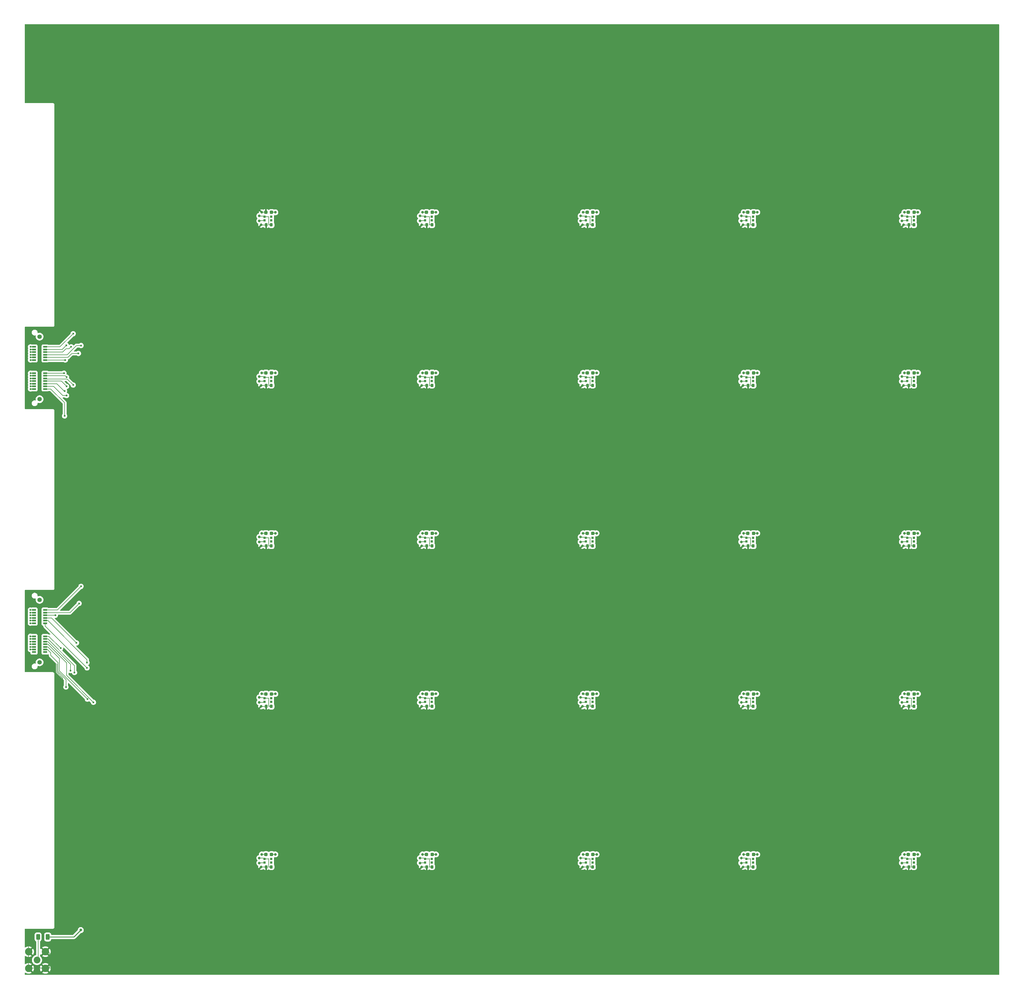
<source format=gbr>
%TF.GenerationSoftware,KiCad,Pcbnew,8.0.2-1*%
%TF.CreationDate,2025-03-11T17:15:24-04:00*%
%TF.ProjectId,EvenLayers_1.3mm_SiPM,4576656e-4c61-4796-9572-735f312e336d,rev?*%
%TF.SameCoordinates,Original*%
%TF.FileFunction,Copper,L1,Top*%
%TF.FilePolarity,Positive*%
%FSLAX46Y46*%
G04 Gerber Fmt 4.6, Leading zero omitted, Abs format (unit mm)*
G04 Created by KiCad (PCBNEW 8.0.2-1) date 2025-03-11 17:15:24*
%MOMM*%
%LPD*%
G01*
G04 APERTURE LIST*
G04 Aperture macros list*
%AMRoundRect*
0 Rectangle with rounded corners*
0 $1 Rounding radius*
0 $2 $3 $4 $5 $6 $7 $8 $9 X,Y pos of 4 corners*
0 Add a 4 corners polygon primitive as box body*
4,1,4,$2,$3,$4,$5,$6,$7,$8,$9,$2,$3,0*
0 Add four circle primitives for the rounded corners*
1,1,$1+$1,$2,$3*
1,1,$1+$1,$4,$5*
1,1,$1+$1,$6,$7*
1,1,$1+$1,$8,$9*
0 Add four rect primitives between the rounded corners*
20,1,$1+$1,$2,$3,$4,$5,0*
20,1,$1+$1,$4,$5,$6,$7,0*
20,1,$1+$1,$6,$7,$8,$9,0*
20,1,$1+$1,$8,$9,$2,$3,0*%
G04 Aperture macros list end*
%TA.AperFunction,SMDPad,CuDef*%
%ADD10R,0.700000X0.700000*%
%TD*%
%TA.AperFunction,ComponentPad*%
%ADD11C,0.800000*%
%TD*%
%TA.AperFunction,SMDPad,CuDef*%
%ADD12R,1.050000X0.200000*%
%TD*%
%TA.AperFunction,SMDPad,CuDef*%
%ADD13RoundRect,0.237500X-0.287500X-0.237500X0.287500X-0.237500X0.287500X0.237500X-0.287500X0.237500X0*%
%TD*%
%TA.AperFunction,SMDPad,CuDef*%
%ADD14R,1.100000X0.200000*%
%TD*%
%TA.AperFunction,SMDPad,CuDef*%
%ADD15R,1.200000X0.200000*%
%TD*%
%TA.AperFunction,SMDPad,CuDef*%
%ADD16R,0.200000X2.500000*%
%TD*%
%TA.AperFunction,SMDPad,CuDef*%
%ADD17R,0.850000X0.200000*%
%TD*%
%TA.AperFunction,SMDPad,CuDef*%
%ADD18RoundRect,0.225000X-0.225000X-0.250000X0.225000X-0.250000X0.225000X0.250000X-0.225000X0.250000X0*%
%TD*%
%TA.AperFunction,SMDPad,CuDef*%
%ADD19R,1.200000X0.500000*%
%TD*%
%TA.AperFunction,ComponentPad*%
%ADD20C,1.348000*%
%TD*%
%TA.AperFunction,ComponentPad*%
%ADD21C,2.050000*%
%TD*%
%TA.AperFunction,ComponentPad*%
%ADD22C,2.250000*%
%TD*%
%TA.AperFunction,SMDPad,CuDef*%
%ADD23RoundRect,0.250000X-0.312500X-0.625000X0.312500X-0.625000X0.312500X0.625000X-0.312500X0.625000X0*%
%TD*%
%TA.AperFunction,ViaPad*%
%ADD24C,0.800000*%
%TD*%
%TA.AperFunction,ViaPad*%
%ADD25C,0.600000*%
%TD*%
%TA.AperFunction,Conductor*%
%ADD26C,0.200000*%
%TD*%
%TA.AperFunction,Conductor*%
%ADD27C,0.250000*%
%TD*%
G04 APERTURE END LIST*
D10*
%TO.P,REF\u002A\u002A34,1*%
%TO.N,N/C*%
X325552500Y-191650000D03*
%TO.P,REF\u002A\u002A34,4*%
X325552500Y-192750000D03*
D11*
%TO.P,REF\u002A\u002A34,5*%
X322700000Y-190300000D03*
D12*
X323400000Y-190315000D03*
D13*
X323925000Y-190315000D03*
%TO.P,REF\u002A\u002A34,6*%
X325675000Y-190315000D03*
D12*
X326050000Y-190315000D03*
D11*
X326800000Y-190300000D03*
%TO.P,REF\u002A\u002A34,7*%
%TO.N,K14*%
X321950000Y-191400000D03*
D14*
X322750000Y-191450000D03*
D10*
X323527500Y-191650000D03*
D15*
X324300000Y-191650000D03*
D16*
X324800000Y-192800000D03*
D17*
X325125000Y-194100000D03*
D18*
X325575000Y-194100000D03*
D11*
%TO.P,REF\u002A\u002A34,8*%
%TO.N,A14*%
X321950000Y-192900000D03*
D14*
X322750000Y-192850000D03*
D10*
X323527500Y-192750000D03*
D11*
%TO.P,REF\u002A\u002A34,9*%
%TO.N,GND*%
X322500000Y-194100000D03*
D12*
X323250000Y-194150000D03*
D18*
X324025000Y-194100000D03*
%TD*%
D10*
%TO.P,REF\u002A\u002A40,1*%
%TO.N,N/C*%
X130352500Y-289250000D03*
%TO.P,REF\u002A\u002A40,4*%
X130352500Y-290350000D03*
D11*
%TO.P,REF\u002A\u002A40,5*%
X127500000Y-287900000D03*
D12*
X128200000Y-287915000D03*
D13*
X128725000Y-287915000D03*
%TO.P,REF\u002A\u002A40,6*%
X130475000Y-287915000D03*
D12*
X130850000Y-287915000D03*
D11*
X131600000Y-287900000D03*
%TO.P,REF\u002A\u002A40,7*%
%TO.N,K20*%
X126750000Y-289000000D03*
D14*
X127550000Y-289050000D03*
D10*
X128327500Y-289250000D03*
D15*
X129100000Y-289250000D03*
D16*
X129600000Y-290400000D03*
D17*
X129925000Y-291700000D03*
D18*
X130375000Y-291700000D03*
D11*
%TO.P,REF\u002A\u002A40,8*%
%TO.N,A20*%
X126750000Y-290500000D03*
D14*
X127550000Y-290450000D03*
D10*
X128327500Y-290350000D03*
D11*
%TO.P,REF\u002A\u002A40,9*%
%TO.N,GND*%
X127300000Y-291700000D03*
D12*
X128050000Y-291750000D03*
D18*
X128825000Y-291700000D03*
%TD*%
D10*
%TO.P,REF\u002A\u002A30,1*%
%TO.N,N/C*%
X130352500Y-191650000D03*
%TO.P,REF\u002A\u002A30,4*%
X130352500Y-192750000D03*
D11*
%TO.P,REF\u002A\u002A30,5*%
X127500000Y-190300000D03*
D12*
X128200000Y-190315000D03*
D13*
X128725000Y-190315000D03*
%TO.P,REF\u002A\u002A30,6*%
X130475000Y-190315000D03*
D12*
X130850000Y-190315000D03*
D11*
X131600000Y-190300000D03*
%TO.P,REF\u002A\u002A30,7*%
%TO.N,K10*%
X126750000Y-191400000D03*
D14*
X127550000Y-191450000D03*
D10*
X128327500Y-191650000D03*
D15*
X129100000Y-191650000D03*
D16*
X129600000Y-192800000D03*
D17*
X129925000Y-194100000D03*
D18*
X130375000Y-194100000D03*
D11*
%TO.P,REF\u002A\u002A30,8*%
%TO.N,A10*%
X126750000Y-192900000D03*
D14*
X127550000Y-192850000D03*
D10*
X128327500Y-192750000D03*
D11*
%TO.P,REF\u002A\u002A30,9*%
%TO.N,GND*%
X127300000Y-194100000D03*
D12*
X128050000Y-194150000D03*
D18*
X128825000Y-194100000D03*
%TD*%
D10*
%TO.P,REF\u002A\u002A24,1*%
%TO.N,N/C*%
X325552500Y-94050000D03*
%TO.P,REF\u002A\u002A24,4*%
X325552500Y-95150000D03*
D11*
%TO.P,REF\u002A\u002A24,5*%
X322700000Y-92700000D03*
D12*
X323400000Y-92715000D03*
D13*
X323925000Y-92715000D03*
%TO.P,REF\u002A\u002A24,6*%
X325675000Y-92715000D03*
D12*
X326050000Y-92715000D03*
D11*
X326800000Y-92700000D03*
%TO.P,REF\u002A\u002A24,7*%
%TO.N,K4*%
X321950000Y-93800000D03*
D14*
X322750000Y-93850000D03*
D10*
X323527500Y-94050000D03*
D15*
X324300000Y-94050000D03*
D16*
X324800000Y-95200000D03*
D17*
X325125000Y-96500000D03*
D18*
X325575000Y-96500000D03*
D11*
%TO.P,REF\u002A\u002A24,8*%
%TO.N,A4*%
X321950000Y-95300000D03*
D14*
X322750000Y-95250000D03*
D10*
X323527500Y-95150000D03*
D11*
%TO.P,REF\u002A\u002A24,9*%
%TO.N,GND*%
X322500000Y-96500000D03*
D12*
X323250000Y-96550000D03*
D18*
X324025000Y-96500000D03*
%TD*%
D19*
%TO.P,REF\u002A\u002A,01*%
%TO.N,A0*%
X58300000Y-133600000D03*
%TO.P,REF\u002A\u002A,02*%
%TO.N,K0*%
X61700000Y-133600000D03*
%TO.N,A1*%
X58300000Y-134400000D03*
%TO.P,REF\u002A\u002A,04*%
%TO.N,K1*%
X61700000Y-134400000D03*
%TO.P,REF\u002A\u002A,05*%
%TO.N,A2*%
X58300000Y-135200000D03*
%TO.P,REF\u002A\u002A,06*%
%TO.N,K2*%
X61700000Y-135200000D03*
%TO.P,REF\u002A\u002A,07*%
%TO.N,A3*%
X58300000Y-136000000D03*
%TO.P,REF\u002A\u002A,08*%
%TO.N,K3*%
X61700000Y-136000000D03*
%TO.P,REF\u002A\u002A,09*%
%TO.N,A4*%
X58300000Y-136800000D03*
%TO.P,REF\u002A\u002A,10*%
%TO.N,K4*%
X61700000Y-136800000D03*
%TO.P,REF\u002A\u002A,11*%
%TO.N,A5*%
X58300000Y-137600000D03*
%TO.P,REF\u002A\u002A,12*%
%TO.N,K5*%
X61700000Y-137600000D03*
%TO.P,REF\u002A\u002A,13*%
%TO.N,A6*%
X58300000Y-141600000D03*
%TO.P,REF\u002A\u002A,14*%
%TO.N,K6*%
X61700000Y-141600000D03*
%TO.P,REF\u002A\u002A,15*%
%TO.N,A7*%
X58300000Y-142400000D03*
%TO.P,REF\u002A\u002A,16*%
%TO.N,K7*%
X61700000Y-142400000D03*
%TO.P,REF\u002A\u002A,17*%
%TO.N,A8*%
X58300000Y-143200000D03*
%TO.P,REF\u002A\u002A,18*%
%TO.N,K8*%
X61700000Y-143200000D03*
%TO.P,REF\u002A\u002A,19*%
%TO.N,A9*%
X58300000Y-144000000D03*
%TO.P,REF\u002A\u002A,20*%
%TO.N,K9*%
X61700000Y-144000000D03*
%TO.P,REF\u002A\u002A,21*%
%TO.N,A10*%
X58300000Y-144800000D03*
%TO.P,REF\u002A\u002A,22*%
%TO.N,K10*%
X61700000Y-144800000D03*
%TO.P,REF\u002A\u002A,23*%
%TO.N,A11*%
X58300000Y-145600000D03*
%TO.P,REF\u002A\u002A,24*%
%TO.N,K11*%
X61700000Y-145600000D03*
%TO.P,REF\u002A\u002A,25*%
%TO.N,A12*%
X58300000Y-146400000D03*
%TO.P,REF\u002A\u002A,26*%
%TO.N,K12*%
X61700000Y-146400000D03*
D20*
%TO.P,REF\u002A\u002A,S1*%
%TO.N,N/C*%
X60000000Y-130505000D03*
%TO.P,REF\u002A\u002A,S2*%
X60000000Y-149495000D03*
%TD*%
D10*
%TO.P,REF\u002A\u002A43,1*%
%TO.N,N/C*%
X276752500Y-289250000D03*
%TO.P,REF\u002A\u002A43,4*%
X276752500Y-290350000D03*
D11*
%TO.P,REF\u002A\u002A43,5*%
X273900000Y-287900000D03*
D12*
X274600000Y-287915000D03*
D13*
X275125000Y-287915000D03*
%TO.P,REF\u002A\u002A43,6*%
X276875000Y-287915000D03*
D12*
X277250000Y-287915000D03*
D11*
%TO.N,LED_23_to_24*%
X278000000Y-287900000D03*
%TO.P,REF\u002A\u002A43,7*%
%TO.N,K23*%
X273150000Y-289000000D03*
D14*
X273950000Y-289050000D03*
D10*
X274727500Y-289250000D03*
D15*
X275500000Y-289250000D03*
D16*
X276000000Y-290400000D03*
D17*
X276325000Y-291700000D03*
D18*
X276775000Y-291700000D03*
D11*
%TO.P,REF\u002A\u002A43,8*%
%TO.N,A23*%
X273150000Y-290500000D03*
D14*
X273950000Y-290450000D03*
D10*
X274727500Y-290350000D03*
D11*
%TO.P,REF\u002A\u002A43,9*%
%TO.N,GND*%
X273700000Y-291700000D03*
D12*
X274450000Y-291750000D03*
D18*
X275225000Y-291700000D03*
%TD*%
D21*
%TO.P,REF\u002A\u002A,1*%
%TO.N,LED_input*%
X59200000Y-320000000D03*
D22*
%TO.P,REF\u002A\u002A,2*%
%TO.N,GND*%
X56660000Y-317460000D03*
X56660000Y-322540000D03*
X61740000Y-317460000D03*
X61740000Y-322540000D03*
%TD*%
D10*
%TO.P,REF\u002A\u002A38,1*%
%TO.N,N/C*%
X276752500Y-240450000D03*
%TO.P,REF\u002A\u002A38,4*%
X276752500Y-241550000D03*
D11*
%TO.P,REF\u002A\u002A38,5*%
X273900000Y-239100000D03*
D12*
X274600000Y-239115000D03*
D13*
X275125000Y-239115000D03*
%TO.P,REF\u002A\u002A38,6*%
X276875000Y-239115000D03*
D12*
X277250000Y-239115000D03*
D11*
X278000000Y-239100000D03*
%TO.P,REF\u002A\u002A38,7*%
%TO.N,K18*%
X273150000Y-240200000D03*
D14*
X273950000Y-240250000D03*
D10*
X274727500Y-240450000D03*
D15*
X275500000Y-240450000D03*
D16*
X276000000Y-241600000D03*
D17*
X276325000Y-242900000D03*
D18*
X276775000Y-242900000D03*
D11*
%TO.P,REF\u002A\u002A38,8*%
%TO.N,A18*%
X273150000Y-241700000D03*
D14*
X273950000Y-241650000D03*
D10*
X274727500Y-241550000D03*
D11*
%TO.P,REF\u002A\u002A38,9*%
%TO.N,GND*%
X273700000Y-242900000D03*
D12*
X274450000Y-242950000D03*
D18*
X275225000Y-242900000D03*
%TD*%
D10*
%TO.P,REF\u002A\u002A22,1*%
%TO.N,N/C*%
X227952500Y-94050000D03*
%TO.P,REF\u002A\u002A22,4*%
X227952500Y-95150000D03*
D11*
%TO.P,REF\u002A\u002A22,5*%
X225100000Y-92700000D03*
D12*
X225800000Y-92715000D03*
D13*
X226325000Y-92715000D03*
%TO.P,REF\u002A\u002A22,6*%
X228075000Y-92715000D03*
D12*
X228450000Y-92715000D03*
D11*
X229200000Y-92700000D03*
%TO.P,REF\u002A\u002A22,7*%
%TO.N,K2*%
X224350000Y-93800000D03*
D14*
X225150000Y-93850000D03*
D10*
X225927500Y-94050000D03*
D15*
X226700000Y-94050000D03*
D16*
X227200000Y-95200000D03*
D17*
X227525000Y-96500000D03*
D18*
X227975000Y-96500000D03*
D11*
%TO.P,REF\u002A\u002A22,8*%
%TO.N,A2*%
X224350000Y-95300000D03*
D14*
X225150000Y-95250000D03*
D10*
X225927500Y-95150000D03*
D11*
%TO.P,REF\u002A\u002A22,9*%
%TO.N,GND*%
X224900000Y-96500000D03*
D12*
X225650000Y-96550000D03*
D18*
X226425000Y-96500000D03*
%TD*%
D19*
%TO.P,REF\u002A\u002A,01*%
%TO.N,A13*%
X58300000Y-213600000D03*
%TO.P,REF\u002A\u002A,02*%
%TO.N,K13*%
X61700000Y-213600000D03*
%TO.N,A14*%
X58300000Y-214400000D03*
%TO.P,REF\u002A\u002A,04*%
%TO.N,K14*%
X61700000Y-214400000D03*
%TO.P,REF\u002A\u002A,05*%
%TO.N,A15*%
X58300000Y-215200000D03*
%TO.P,REF\u002A\u002A,06*%
%TO.N,K15*%
X61700000Y-215200000D03*
%TO.P,REF\u002A\u002A,07*%
%TO.N,A16*%
X58300000Y-216000000D03*
%TO.P,REF\u002A\u002A,08*%
%TO.N,K16*%
X61700000Y-216000000D03*
%TO.P,REF\u002A\u002A,09*%
%TO.N,A17*%
X58300000Y-216800000D03*
%TO.P,REF\u002A\u002A,10*%
%TO.N,K17*%
X61700000Y-216800000D03*
%TO.P,REF\u002A\u002A,11*%
%TO.N,A18*%
X58300000Y-217600000D03*
%TO.P,REF\u002A\u002A,12*%
%TO.N,K18*%
X61700000Y-217600000D03*
%TO.P,REF\u002A\u002A,13*%
%TO.N,A19*%
X58300000Y-221600000D03*
%TO.P,REF\u002A\u002A,14*%
%TO.N,K19*%
X61700000Y-221600000D03*
%TO.P,REF\u002A\u002A,15*%
%TO.N,A20*%
X58300000Y-222400000D03*
%TO.P,REF\u002A\u002A,16*%
%TO.N,K20*%
X61700000Y-222400000D03*
%TO.P,REF\u002A\u002A,17*%
%TO.N,A21*%
X58300000Y-223200000D03*
%TO.P,REF\u002A\u002A,18*%
%TO.N,K21*%
X61700000Y-223200000D03*
%TO.P,REF\u002A\u002A,19*%
%TO.N,A22*%
X58300000Y-224000000D03*
%TO.P,REF\u002A\u002A,20*%
%TO.N,K22*%
X61700000Y-224000000D03*
%TO.P,REF\u002A\u002A,21*%
%TO.N,A23*%
X58300000Y-224800000D03*
%TO.P,REF\u002A\u002A,22*%
%TO.N,K23*%
X61700000Y-224800000D03*
%TO.P,REF\u002A\u002A,23*%
%TO.N,A24*%
X58300000Y-225600000D03*
%TO.P,REF\u002A\u002A,24*%
%TO.N,K24*%
X61700000Y-225600000D03*
%TO.P,REF\u002A\u002A,25*%
%TO.N,A25*%
X58300000Y-226400000D03*
%TO.P,REF\u002A\u002A,26*%
%TO.N,K25*%
X61700000Y-226400000D03*
D20*
%TO.P,REF\u002A\u002A,S1*%
%TO.N,N/C*%
X60000000Y-210505000D03*
%TO.P,REF\u002A\u002A,S2*%
X60000000Y-229495000D03*
%TD*%
D10*
%TO.P,REF\u002A\u002A28,1*%
%TO.N,N/C*%
X276752500Y-142850000D03*
%TO.P,REF\u002A\u002A28,4*%
X276752500Y-143950000D03*
D11*
%TO.P,REF\u002A\u002A28,5*%
X273900000Y-141500000D03*
D12*
X274600000Y-141515000D03*
D13*
X275125000Y-141515000D03*
%TO.P,REF\u002A\u002A28,6*%
X276875000Y-141515000D03*
D12*
X277250000Y-141515000D03*
D11*
X278000000Y-141500000D03*
%TO.P,REF\u002A\u002A28,7*%
%TO.N,K8*%
X273150000Y-142600000D03*
D14*
X273950000Y-142650000D03*
D10*
X274727500Y-142850000D03*
D15*
X275500000Y-142850000D03*
D16*
X276000000Y-144000000D03*
D17*
X276325000Y-145300000D03*
D18*
X276775000Y-145300000D03*
D11*
%TO.P,REF\u002A\u002A28,8*%
%TO.N,A8*%
X273150000Y-144100000D03*
D14*
X273950000Y-144050000D03*
D10*
X274727500Y-143950000D03*
D11*
%TO.P,REF\u002A\u002A28,9*%
%TO.N,GND*%
X273700000Y-145300000D03*
D12*
X274450000Y-145350000D03*
D18*
X275225000Y-145300000D03*
%TD*%
D10*
%TO.P,REF\u002A\u002A23,1*%
%TO.N,N/C*%
X276752500Y-94050000D03*
%TO.P,REF\u002A\u002A23,4*%
X276752500Y-95150000D03*
D11*
%TO.P,REF\u002A\u002A23,5*%
X273900000Y-92700000D03*
D12*
X274600000Y-92715000D03*
D13*
X275125000Y-92715000D03*
%TO.P,REF\u002A\u002A23,6*%
X276875000Y-92715000D03*
D12*
X277250000Y-92715000D03*
D11*
X278000000Y-92700000D03*
%TO.P,REF\u002A\u002A23,7*%
%TO.N,K3*%
X273150000Y-93800000D03*
D14*
X273950000Y-93850000D03*
D10*
X274727500Y-94050000D03*
D15*
X275500000Y-94050000D03*
D16*
X276000000Y-95200000D03*
D17*
X276325000Y-96500000D03*
D18*
X276775000Y-96500000D03*
D11*
%TO.P,REF\u002A\u002A23,8*%
%TO.N,A3*%
X273150000Y-95300000D03*
D14*
X273950000Y-95250000D03*
D10*
X274727500Y-95150000D03*
D11*
%TO.P,REF\u002A\u002A23,9*%
%TO.N,GND*%
X273700000Y-96500000D03*
D12*
X274450000Y-96550000D03*
D18*
X275225000Y-96500000D03*
%TD*%
D10*
%TO.P,REF\u002A\u002A32,1*%
%TO.N,N/C*%
X227952500Y-191650000D03*
%TO.P,REF\u002A\u002A32,4*%
X227952500Y-192750000D03*
D11*
%TO.P,REF\u002A\u002A32,5*%
X225100000Y-190300000D03*
D12*
X225800000Y-190315000D03*
D13*
X226325000Y-190315000D03*
%TO.P,REF\u002A\u002A32,6*%
X228075000Y-190315000D03*
D12*
X228450000Y-190315000D03*
D11*
X229200000Y-190300000D03*
%TO.P,REF\u002A\u002A32,7*%
%TO.N,K12*%
X224350000Y-191400000D03*
D14*
X225150000Y-191450000D03*
D10*
X225927500Y-191650000D03*
D15*
X226700000Y-191650000D03*
D16*
X227200000Y-192800000D03*
D17*
X227525000Y-194100000D03*
D18*
X227975000Y-194100000D03*
D11*
%TO.P,REF\u002A\u002A32,8*%
%TO.N,A12*%
X224350000Y-192900000D03*
D14*
X225150000Y-192850000D03*
D10*
X225927500Y-192750000D03*
D11*
%TO.P,REF\u002A\u002A32,9*%
%TO.N,GND*%
X224900000Y-194100000D03*
D12*
X225650000Y-194150000D03*
D18*
X226425000Y-194100000D03*
%TD*%
D10*
%TO.P,REF\u002A\u002A44,1*%
%TO.N,N/C*%
X325552500Y-289250000D03*
%TO.P,REF\u002A\u002A44,4*%
X325552500Y-290350000D03*
D11*
%TO.P,REF\u002A\u002A44,5*%
%TO.N,LED_23_to_24*%
X322700000Y-287900000D03*
D12*
X323400000Y-287915000D03*
D13*
X323925000Y-287915000D03*
%TO.P,REF\u002A\u002A44,6*%
%TO.N,LED_input_after_resistor*%
X325675000Y-287915000D03*
D12*
X326050000Y-287915000D03*
D11*
X326800000Y-287900000D03*
%TO.P,REF\u002A\u002A44,7*%
%TO.N,K24*%
X321950000Y-289000000D03*
D14*
X322750000Y-289050000D03*
D10*
X323527500Y-289250000D03*
D15*
X324300000Y-289250000D03*
D16*
X324800000Y-290400000D03*
D17*
X325125000Y-291700000D03*
D18*
X325575000Y-291700000D03*
D11*
%TO.P,REF\u002A\u002A44,8*%
%TO.N,A24*%
X321950000Y-290500000D03*
D14*
X322750000Y-290450000D03*
D10*
X323527500Y-290350000D03*
D11*
%TO.P,REF\u002A\u002A44,9*%
%TO.N,GND*%
X322500000Y-291700000D03*
D12*
X323250000Y-291750000D03*
D18*
X324025000Y-291700000D03*
%TD*%
D10*
%TO.P,REF\u002A\u002A26,1*%
%TO.N,N/C*%
X179152500Y-142850000D03*
%TO.P,REF\u002A\u002A26,4*%
X179152500Y-143950000D03*
D11*
%TO.P,REF\u002A\u002A26,5*%
X176300000Y-141500000D03*
D12*
X177000000Y-141515000D03*
D13*
X177525000Y-141515000D03*
%TO.P,REF\u002A\u002A26,6*%
X179275000Y-141515000D03*
D12*
X179650000Y-141515000D03*
D11*
X180400000Y-141500000D03*
%TO.P,REF\u002A\u002A26,7*%
%TO.N,K6*%
X175550000Y-142600000D03*
D14*
X176350000Y-142650000D03*
D10*
X177127500Y-142850000D03*
D15*
X177900000Y-142850000D03*
D16*
X178400000Y-144000000D03*
D17*
X178725000Y-145300000D03*
D18*
X179175000Y-145300000D03*
D11*
%TO.P,REF\u002A\u002A26,8*%
%TO.N,A6*%
X175550000Y-144100000D03*
D14*
X176350000Y-144050000D03*
D10*
X177127500Y-143950000D03*
D11*
%TO.P,REF\u002A\u002A26,9*%
%TO.N,GND*%
X176100000Y-145300000D03*
D12*
X176850000Y-145350000D03*
D18*
X177625000Y-145300000D03*
%TD*%
D10*
%TO.P,REF\u002A\u002A36,1*%
%TO.N,N/C*%
X179152500Y-240450000D03*
%TO.P,REF\u002A\u002A36,4*%
X179152500Y-241550000D03*
D11*
%TO.P,REF\u002A\u002A36,5*%
X176300000Y-239100000D03*
D12*
X177000000Y-239115000D03*
D13*
X177525000Y-239115000D03*
%TO.P,REF\u002A\u002A36,6*%
X179275000Y-239115000D03*
D12*
X179650000Y-239115000D03*
D11*
X180400000Y-239100000D03*
%TO.P,REF\u002A\u002A36,7*%
%TO.N,K16*%
X175550000Y-240200000D03*
D14*
X176350000Y-240250000D03*
D10*
X177127500Y-240450000D03*
D15*
X177900000Y-240450000D03*
D16*
X178400000Y-241600000D03*
D17*
X178725000Y-242900000D03*
D18*
X179175000Y-242900000D03*
D11*
%TO.P,REF\u002A\u002A36,8*%
%TO.N,A16*%
X175550000Y-241700000D03*
D14*
X176350000Y-241650000D03*
D10*
X177127500Y-241550000D03*
D11*
%TO.P,REF\u002A\u002A36,9*%
%TO.N,GND*%
X176100000Y-242900000D03*
D12*
X176850000Y-242950000D03*
D18*
X177625000Y-242900000D03*
%TD*%
D10*
%TO.P,REF\u002A\u002A20,1*%
%TO.N,N/C*%
X130352500Y-94050000D03*
%TO.P,REF\u002A\u002A20,4*%
X130352500Y-95150000D03*
D11*
%TO.P,REF\u002A\u002A20,5*%
%TO.N,GND*%
X127500000Y-92700000D03*
D12*
X128200000Y-92715000D03*
D13*
X128725000Y-92715000D03*
%TO.P,REF\u002A\u002A20,6*%
%TO.N,N/C*%
X130475000Y-92715000D03*
D12*
X130850000Y-92715000D03*
D11*
X131600000Y-92700000D03*
%TO.P,REF\u002A\u002A20,7*%
%TO.N,K0*%
X126750000Y-93800000D03*
D14*
X127550000Y-93850000D03*
D10*
X128327500Y-94050000D03*
D15*
X129100000Y-94050000D03*
D16*
X129600000Y-95200000D03*
D17*
X129925000Y-96500000D03*
D18*
X130375000Y-96500000D03*
D11*
%TO.P,REF\u002A\u002A20,8*%
%TO.N,A0*%
X126750000Y-95300000D03*
D14*
X127550000Y-95250000D03*
D10*
X128327500Y-95150000D03*
D11*
%TO.P,REF\u002A\u002A20,9*%
%TO.N,GND*%
X127300000Y-96500000D03*
D12*
X128050000Y-96550000D03*
D18*
X128825000Y-96500000D03*
%TD*%
D10*
%TO.P,REF\u002A\u002A25,1*%
%TO.N,N/C*%
X130352500Y-142850000D03*
%TO.P,REF\u002A\u002A25,4*%
X130352500Y-143950000D03*
D11*
%TO.P,REF\u002A\u002A25,5*%
X127500000Y-141500000D03*
D12*
X128200000Y-141515000D03*
D13*
X128725000Y-141515000D03*
%TO.P,REF\u002A\u002A25,6*%
X130475000Y-141515000D03*
D12*
X130850000Y-141515000D03*
D11*
X131600000Y-141500000D03*
%TO.P,REF\u002A\u002A25,7*%
%TO.N,K5*%
X126750000Y-142600000D03*
D14*
X127550000Y-142650000D03*
D10*
X128327500Y-142850000D03*
D15*
X129100000Y-142850000D03*
D16*
X129600000Y-144000000D03*
D17*
X129925000Y-145300000D03*
D18*
X130375000Y-145300000D03*
D11*
%TO.P,REF\u002A\u002A25,8*%
%TO.N,A5*%
X126750000Y-144100000D03*
D14*
X127550000Y-144050000D03*
D10*
X128327500Y-143950000D03*
D11*
%TO.P,REF\u002A\u002A25,9*%
%TO.N,GND*%
X127300000Y-145300000D03*
D12*
X128050000Y-145350000D03*
D18*
X128825000Y-145300000D03*
%TD*%
D10*
%TO.P,REF\u002A\u002A37,1*%
%TO.N,N/C*%
X227952500Y-240450000D03*
%TO.P,REF\u002A\u002A37,4*%
X227952500Y-241550000D03*
D11*
%TO.P,REF\u002A\u002A37,5*%
X225100000Y-239100000D03*
D12*
X225800000Y-239115000D03*
D13*
X226325000Y-239115000D03*
%TO.P,REF\u002A\u002A37,6*%
X228075000Y-239115000D03*
D12*
X228450000Y-239115000D03*
D11*
X229200000Y-239100000D03*
%TO.P,REF\u002A\u002A37,7*%
%TO.N,K17*%
X224350000Y-240200000D03*
D14*
X225150000Y-240250000D03*
D10*
X225927500Y-240450000D03*
D15*
X226700000Y-240450000D03*
D16*
X227200000Y-241600000D03*
D17*
X227525000Y-242900000D03*
D18*
X227975000Y-242900000D03*
D11*
%TO.P,REF\u002A\u002A37,8*%
%TO.N,A17*%
X224350000Y-241700000D03*
D14*
X225150000Y-241650000D03*
D10*
X225927500Y-241550000D03*
D11*
%TO.P,REF\u002A\u002A37,9*%
%TO.N,GND*%
X224900000Y-242900000D03*
D12*
X225650000Y-242950000D03*
D18*
X226425000Y-242900000D03*
%TD*%
D10*
%TO.P,REF\u002A\u002A31,1*%
%TO.N,N/C*%
X179152500Y-191650000D03*
%TO.P,REF\u002A\u002A31,4*%
X179152500Y-192750000D03*
D11*
%TO.P,REF\u002A\u002A31,5*%
X176300000Y-190300000D03*
D12*
X177000000Y-190315000D03*
D13*
X177525000Y-190315000D03*
%TO.P,REF\u002A\u002A31,6*%
X179275000Y-190315000D03*
D12*
X179650000Y-190315000D03*
D11*
X180400000Y-190300000D03*
%TO.P,REF\u002A\u002A31,7*%
%TO.N,K11*%
X175550000Y-191400000D03*
D14*
X176350000Y-191450000D03*
D10*
X177127500Y-191650000D03*
D15*
X177900000Y-191650000D03*
D16*
X178400000Y-192800000D03*
D17*
X178725000Y-194100000D03*
D18*
X179175000Y-194100000D03*
D11*
%TO.P,REF\u002A\u002A31,8*%
%TO.N,A11*%
X175550000Y-192900000D03*
D14*
X176350000Y-192850000D03*
D10*
X177127500Y-192750000D03*
D11*
%TO.P,REF\u002A\u002A31,9*%
%TO.N,GND*%
X176100000Y-194100000D03*
D12*
X176850000Y-194150000D03*
D18*
X177625000Y-194100000D03*
%TD*%
D10*
%TO.P,REF\u002A\u002A27,1*%
%TO.N,N/C*%
X227952500Y-142850000D03*
%TO.P,REF\u002A\u002A27,4*%
X227952500Y-143950000D03*
D11*
%TO.P,REF\u002A\u002A27,5*%
X225100000Y-141500000D03*
D12*
X225800000Y-141515000D03*
D13*
X226325000Y-141515000D03*
%TO.P,REF\u002A\u002A27,6*%
X228075000Y-141515000D03*
D12*
X228450000Y-141515000D03*
D11*
X229200000Y-141500000D03*
%TO.P,REF\u002A\u002A27,7*%
%TO.N,K7*%
X224350000Y-142600000D03*
D14*
X225150000Y-142650000D03*
D10*
X225927500Y-142850000D03*
D15*
X226700000Y-142850000D03*
D16*
X227200000Y-144000000D03*
D17*
X227525000Y-145300000D03*
D18*
X227975000Y-145300000D03*
D11*
%TO.P,REF\u002A\u002A27,8*%
%TO.N,A7*%
X224350000Y-144100000D03*
D14*
X225150000Y-144050000D03*
D10*
X225927500Y-143950000D03*
D11*
%TO.P,REF\u002A\u002A27,9*%
%TO.N,GND*%
X224900000Y-145300000D03*
D12*
X225650000Y-145350000D03*
D18*
X226425000Y-145300000D03*
%TD*%
D10*
%TO.P,REF\u002A\u002A41,1*%
%TO.N,N/C*%
X179152500Y-289250000D03*
%TO.P,REF\u002A\u002A41,4*%
X179152500Y-290350000D03*
D11*
%TO.P,REF\u002A\u002A41,5*%
X176300000Y-287900000D03*
D12*
X177000000Y-287915000D03*
D13*
X177525000Y-287915000D03*
%TO.P,REF\u002A\u002A41,6*%
X179275000Y-287915000D03*
D12*
X179650000Y-287915000D03*
D11*
X180400000Y-287900000D03*
%TO.P,REF\u002A\u002A41,7*%
%TO.N,K21*%
X175550000Y-289000000D03*
D14*
X176350000Y-289050000D03*
D10*
X177127500Y-289250000D03*
D15*
X177900000Y-289250000D03*
D16*
X178400000Y-290400000D03*
D17*
X178725000Y-291700000D03*
D18*
X179175000Y-291700000D03*
D11*
%TO.P,REF\u002A\u002A41,8*%
%TO.N,A21*%
X175550000Y-290500000D03*
D14*
X176350000Y-290450000D03*
D10*
X177127500Y-290350000D03*
D11*
%TO.P,REF\u002A\u002A41,9*%
%TO.N,GND*%
X176100000Y-291700000D03*
D12*
X176850000Y-291750000D03*
D18*
X177625000Y-291700000D03*
%TD*%
D10*
%TO.P,REF\u002A\u002A29,1*%
%TO.N,N/C*%
X325552500Y-142850000D03*
%TO.P,REF\u002A\u002A29,4*%
X325552500Y-143950000D03*
D11*
%TO.P,REF\u002A\u002A29,5*%
X322700000Y-141500000D03*
D12*
X323400000Y-141515000D03*
D13*
X323925000Y-141515000D03*
%TO.P,REF\u002A\u002A29,6*%
X325675000Y-141515000D03*
D12*
X326050000Y-141515000D03*
D11*
X326800000Y-141500000D03*
%TO.P,REF\u002A\u002A29,7*%
%TO.N,K9*%
X321950000Y-142600000D03*
D14*
X322750000Y-142650000D03*
D10*
X323527500Y-142850000D03*
D15*
X324300000Y-142850000D03*
D16*
X324800000Y-144000000D03*
D17*
X325125000Y-145300000D03*
D18*
X325575000Y-145300000D03*
D11*
%TO.P,REF\u002A\u002A29,8*%
%TO.N,A9*%
X321950000Y-144100000D03*
D14*
X322750000Y-144050000D03*
D10*
X323527500Y-143950000D03*
D11*
%TO.P,REF\u002A\u002A29,9*%
%TO.N,GND*%
X322500000Y-145300000D03*
D12*
X323250000Y-145350000D03*
D18*
X324025000Y-145300000D03*
%TD*%
D23*
%TO.P,50 \u03A9,1*%
%TO.N,LED_input*%
X59537500Y-313000000D03*
%TO.P,50 \u03A9,2*%
%TO.N,LED_input_after_resistor*%
X62462500Y-313000000D03*
%TD*%
D10*
%TO.P,REF\u002A\u002A21,1*%
%TO.N,N/C*%
X179152500Y-94050000D03*
%TO.P,REF\u002A\u002A21,4*%
X179152500Y-95150000D03*
D11*
%TO.P,REF\u002A\u002A21,5*%
X176300000Y-92700000D03*
D12*
X177000000Y-92715000D03*
D13*
X177525000Y-92715000D03*
%TO.P,REF\u002A\u002A21,6*%
X179275000Y-92715000D03*
D12*
X179650000Y-92715000D03*
D11*
X180400000Y-92700000D03*
%TO.P,REF\u002A\u002A21,7*%
%TO.N,K1*%
X175550000Y-93800000D03*
D14*
X176350000Y-93850000D03*
D10*
X177127500Y-94050000D03*
D15*
X177900000Y-94050000D03*
D16*
X178400000Y-95200000D03*
D17*
X178725000Y-96500000D03*
D18*
X179175000Y-96500000D03*
D11*
%TO.P,REF\u002A\u002A21,8*%
%TO.N,A1*%
X175550000Y-95300000D03*
D14*
X176350000Y-95250000D03*
D10*
X177127500Y-95150000D03*
D11*
%TO.P,REF\u002A\u002A21,9*%
%TO.N,GND*%
X176100000Y-96500000D03*
D12*
X176850000Y-96550000D03*
D18*
X177625000Y-96500000D03*
%TD*%
D10*
%TO.P,REF\u002A\u002A42,1*%
%TO.N,N/C*%
X227952500Y-289250000D03*
%TO.P,REF\u002A\u002A42,4*%
X227952500Y-290350000D03*
D11*
%TO.P,REF\u002A\u002A42,5*%
X225100000Y-287900000D03*
D12*
X225800000Y-287915000D03*
D13*
X226325000Y-287915000D03*
%TO.P,REF\u002A\u002A42,6*%
X228075000Y-287915000D03*
D12*
X228450000Y-287915000D03*
D11*
X229200000Y-287900000D03*
%TO.P,REF\u002A\u002A42,7*%
%TO.N,K22*%
X224350000Y-289000000D03*
D14*
X225150000Y-289050000D03*
D10*
X225927500Y-289250000D03*
D15*
X226700000Y-289250000D03*
D16*
X227200000Y-290400000D03*
D17*
X227525000Y-291700000D03*
D18*
X227975000Y-291700000D03*
D11*
%TO.P,REF\u002A\u002A42,8*%
%TO.N,A22*%
X224350000Y-290500000D03*
D14*
X225150000Y-290450000D03*
D10*
X225927500Y-290350000D03*
D11*
%TO.P,REF\u002A\u002A42,9*%
%TO.N,GND*%
X224900000Y-291700000D03*
D12*
X225650000Y-291750000D03*
D18*
X226425000Y-291700000D03*
%TD*%
D10*
%TO.P,REF\u002A\u002A35,1*%
%TO.N,N/C*%
X130352500Y-240450000D03*
%TO.P,REF\u002A\u002A35,4*%
X130352500Y-241550000D03*
D11*
%TO.P,REF\u002A\u002A35,5*%
X127500000Y-239100000D03*
D12*
X128200000Y-239115000D03*
D13*
X128725000Y-239115000D03*
%TO.P,REF\u002A\u002A35,6*%
X130475000Y-239115000D03*
D12*
X130850000Y-239115000D03*
D11*
X131600000Y-239100000D03*
%TO.P,REF\u002A\u002A35,7*%
%TO.N,K15*%
X126750000Y-240200000D03*
D14*
X127550000Y-240250000D03*
D10*
X128327500Y-240450000D03*
D15*
X129100000Y-240450000D03*
D16*
X129600000Y-241600000D03*
D17*
X129925000Y-242900000D03*
D18*
X130375000Y-242900000D03*
D11*
%TO.P,REF\u002A\u002A35,8*%
%TO.N,A15*%
X126750000Y-241700000D03*
D14*
X127550000Y-241650000D03*
D10*
X128327500Y-241550000D03*
D11*
%TO.P,REF\u002A\u002A35,9*%
%TO.N,GND*%
X127300000Y-242900000D03*
D12*
X128050000Y-242950000D03*
D18*
X128825000Y-242900000D03*
%TD*%
D10*
%TO.P,REF\u002A\u002A39,1*%
%TO.N,N/C*%
X325552500Y-240450000D03*
%TO.P,REF\u002A\u002A39,4*%
X325552500Y-241550000D03*
D11*
%TO.P,REF\u002A\u002A39,5*%
X322700000Y-239100000D03*
D12*
X323400000Y-239115000D03*
D13*
X323925000Y-239115000D03*
%TO.P,REF\u002A\u002A39,6*%
X325675000Y-239115000D03*
D12*
X326050000Y-239115000D03*
D11*
X326800000Y-239100000D03*
%TO.P,REF\u002A\u002A39,7*%
%TO.N,K19*%
X321950000Y-240200000D03*
D14*
X322750000Y-240250000D03*
D10*
X323527500Y-240450000D03*
D15*
X324300000Y-240450000D03*
D16*
X324800000Y-241600000D03*
D17*
X325125000Y-242900000D03*
D18*
X325575000Y-242900000D03*
D11*
%TO.P,REF\u002A\u002A39,8*%
%TO.N,A19*%
X321950000Y-241700000D03*
D14*
X322750000Y-241650000D03*
D10*
X323527500Y-241550000D03*
D11*
%TO.P,REF\u002A\u002A39,9*%
%TO.N,GND*%
X322500000Y-242900000D03*
D12*
X323250000Y-242950000D03*
D18*
X324025000Y-242900000D03*
%TD*%
D10*
%TO.P,REF\u002A\u002A33,1*%
%TO.N,N/C*%
X276752500Y-191650000D03*
%TO.P,REF\u002A\u002A33,4*%
X276752500Y-192750000D03*
D11*
%TO.P,REF\u002A\u002A33,5*%
X273900000Y-190300000D03*
D12*
X274600000Y-190315000D03*
D13*
X275125000Y-190315000D03*
%TO.P,REF\u002A\u002A33,6*%
X276875000Y-190315000D03*
D12*
X277250000Y-190315000D03*
D11*
X278000000Y-190300000D03*
%TO.P,REF\u002A\u002A33,7*%
%TO.N,K13*%
X273150000Y-191400000D03*
D14*
X273950000Y-191450000D03*
D10*
X274727500Y-191650000D03*
D15*
X275500000Y-191650000D03*
D16*
X276000000Y-192800000D03*
D17*
X276325000Y-194100000D03*
D18*
X276775000Y-194100000D03*
D11*
%TO.P,REF\u002A\u002A33,8*%
%TO.N,A13*%
X273150000Y-192900000D03*
D14*
X273950000Y-192850000D03*
D10*
X274727500Y-192750000D03*
D11*
%TO.P,REF\u002A\u002A33,9*%
%TO.N,GND*%
X273700000Y-194100000D03*
D12*
X274450000Y-194150000D03*
D18*
X275225000Y-194100000D03*
%TD*%
D24*
%TO.N,GND*%
X72600000Y-322000000D03*
D25*
%TO.N,K0*%
X70200000Y-129600000D03*
%TO.N,A0*%
X57250000Y-133600000D03*
%TO.N,K1*%
X68124265Y-133124265D03*
%TO.N,A1*%
X57250000Y-134400000D03*
%TO.N,K2*%
X69600000Y-133600000D03*
%TO.N,A2*%
X57250000Y-135200000D03*
%TO.N,K3*%
X72600000Y-133200000D03*
%TO.N,A3*%
X57250000Y-136000000D03*
%TO.N,K4*%
X71800000Y-135600000D03*
%TO.N,A4*%
X57250000Y-136800000D03*
%TO.N,K5*%
X67800000Y-137600000D03*
%TO.N,A5*%
X57250000Y-137600000D03*
%TO.N,K6*%
X67400000Y-141600000D03*
%TO.N,A6*%
X57250000Y-141600000D03*
%TO.N,K7*%
X68200000Y-142800000D03*
%TO.N,A7*%
X57250000Y-142400000D03*
%TO.N,K8*%
X70200000Y-145200000D03*
%TO.N,A8*%
X57250000Y-143200000D03*
%TO.N,K9*%
X68200000Y-145600000D03*
%TO.N,A9*%
X57250000Y-144000000D03*
%TO.N,A10*%
X57250000Y-144800000D03*
%TO.N,K10*%
X67600000Y-147000000D03*
%TO.N,A11*%
X57250000Y-145600000D03*
%TO.N,K11*%
X68200000Y-148400000D03*
%TO.N,A12*%
X57250000Y-146400000D03*
%TO.N,K12*%
X67600000Y-154600000D03*
%TO.N,K14*%
X72000000Y-211600000D03*
%TO.N,A14*%
X57200000Y-214400000D03*
%TO.N,K13*%
X72600000Y-206400000D03*
%TO.N,A13*%
X57200000Y-213600000D03*
%TO.N,K15*%
X64800000Y-215200000D03*
%TO.N,A15*%
X57200000Y-215200000D03*
%TO.N,K16*%
X71200000Y-223600000D03*
%TO.N,A16*%
X57200000Y-216000000D03*
%TO.N,K17*%
X74400000Y-229600000D03*
%TO.N,A17*%
X57200000Y-216800000D03*
%TO.N,K18*%
X74400000Y-231200000D03*
%TO.N,A18*%
X57200000Y-217600000D03*
%TO.N,K19*%
X66400000Y-225200000D03*
%TO.N,A19*%
X57200000Y-221600000D03*
%TO.N,K20*%
X70600000Y-232600000D03*
%TO.N,A20*%
X57200000Y-222400000D03*
%TO.N,K21*%
X69400000Y-232000000D03*
%TO.N,A21*%
X57200000Y-223200000D03*
%TO.N,K22*%
X76344363Y-241655637D03*
%TO.N,A22*%
X57200000Y-224000000D03*
%TO.N,K23*%
X74520098Y-240679902D03*
%TO.N,A23*%
X57200000Y-224800000D03*
%TO.N,K24*%
X68000000Y-237000000D03*
%TO.N,A24*%
X57200000Y-225600000D03*
D24*
%TO.N,LED_input_after_resistor*%
X72500000Y-310900000D03*
%TD*%
D26*
%TO.N,GND*%
X68025000Y-322425000D02*
X56600000Y-322425000D01*
X71000000Y-248000000D02*
X67000000Y-244000000D01*
X67000000Y-244000000D02*
X67000000Y-234291176D01*
X56600000Y-313400000D02*
X59000000Y-311000000D01*
X62540000Y-317460000D02*
X63000000Y-317920000D01*
X63000000Y-322080000D02*
X62540000Y-322540000D01*
X59000000Y-311000000D02*
X67000000Y-311000000D01*
X67000000Y-234291176D02*
X65200000Y-232491176D01*
D27*
X72600000Y-322000000D02*
X72175000Y-322425000D01*
D26*
X65200000Y-232491176D02*
X65200000Y-229900000D01*
D27*
X72175000Y-322425000D02*
X68025000Y-322425000D01*
D26*
X71000000Y-307000000D02*
X71000000Y-248000000D01*
X63000000Y-317920000D02*
X63000000Y-322080000D01*
X56600000Y-322425000D02*
X56600000Y-313400000D01*
X67000000Y-311000000D02*
X71000000Y-307000000D01*
%TO.N,K0*%
X66200000Y-133600000D02*
X70200000Y-129600000D01*
X61700000Y-133600000D02*
X66200000Y-133600000D01*
%TO.N,A0*%
X58350000Y-133600000D02*
X57250000Y-133600000D01*
%TO.N,K1*%
X66848530Y-134400000D02*
X61700000Y-134400000D01*
X68124265Y-133124265D02*
X66848530Y-134400000D01*
%TO.N,A1*%
X58350000Y-134400000D02*
X57250000Y-134400000D01*
%TO.N,K2*%
X68000000Y-134200000D02*
X67000000Y-135200000D01*
X69000000Y-134200000D02*
X68000000Y-134200000D01*
X69600000Y-133600000D02*
X69000000Y-134200000D01*
X67000000Y-135200000D02*
X61700000Y-135200000D01*
%TO.N,A2*%
X58350000Y-135200000D02*
X57250000Y-135200000D01*
%TO.N,K3*%
X72600000Y-133200000D02*
X71200000Y-133200000D01*
X71200000Y-133200000D02*
X68400000Y-136000000D01*
X68400000Y-136000000D02*
X61700000Y-136000000D01*
%TO.N,A3*%
X58350000Y-136000000D02*
X57250000Y-136000000D01*
%TO.N,K4*%
X68600000Y-136800000D02*
X61700000Y-136800000D01*
X71800000Y-135600000D02*
X69800000Y-135600000D01*
X69800000Y-135600000D02*
X68600000Y-136800000D01*
%TO.N,A4*%
X58350000Y-136800000D02*
X57250000Y-136800000D01*
%TO.N,K5*%
X61700000Y-137600000D02*
X67800000Y-137600000D01*
%TO.N,A5*%
X58350000Y-137600000D02*
X57250000Y-137600000D01*
%TO.N,K6*%
X67400000Y-141600000D02*
X61700000Y-141600000D01*
%TO.N,A6*%
X58350000Y-141600000D02*
X57250000Y-141600000D01*
%TO.N,K7*%
X67800000Y-142400000D02*
X61700000Y-142400000D01*
X68200000Y-142800000D02*
X67800000Y-142400000D01*
%TO.N,A7*%
X58350000Y-142400000D02*
X57250000Y-142400000D01*
%TO.N,K8*%
X61700000Y-143200000D02*
X61900000Y-143400000D01*
X68400000Y-143400000D02*
X70200000Y-145200000D01*
X61900000Y-143400000D02*
X68400000Y-143400000D01*
%TO.N,A8*%
X58350000Y-143200000D02*
X57250000Y-143200000D01*
%TO.N,K9*%
X68200000Y-145600000D02*
X66600000Y-144000000D01*
X66600000Y-144000000D02*
X61700000Y-144000000D01*
%TO.N,A9*%
X58350000Y-144000000D02*
X57250000Y-144000000D01*
%TO.N,A10*%
X58350000Y-144800000D02*
X57250000Y-144800000D01*
%TO.N,K10*%
X65200000Y-144800000D02*
X61700000Y-144800000D01*
X67400000Y-147000000D02*
X65200000Y-144800000D01*
X67600000Y-147000000D02*
X67400000Y-147000000D01*
%TO.N,A11*%
X58350000Y-145600000D02*
X57250000Y-145600000D01*
%TO.N,K11*%
X67000000Y-148400000D02*
X64200000Y-145600000D01*
X68200000Y-148400000D02*
X67000000Y-148400000D01*
X64200000Y-145600000D02*
X61700000Y-145600000D01*
%TO.N,A12*%
X58350000Y-146400000D02*
X57250000Y-146400000D01*
%TO.N,K12*%
X67600000Y-150600000D02*
X63400000Y-146400000D01*
X67600000Y-154600000D02*
X67600000Y-150600000D01*
X63400000Y-146400000D02*
X61700000Y-146400000D01*
%TO.N,K14*%
X72000000Y-211600000D02*
X69200000Y-214400000D01*
X69200000Y-214400000D02*
X61700000Y-214400000D01*
%TO.N,A14*%
X58300000Y-214400000D02*
X57200000Y-214400000D01*
%TO.N,K13*%
X72600000Y-206400000D02*
X65400000Y-213600000D01*
X65400000Y-213600000D02*
X61700000Y-213600000D01*
%TO.N,A13*%
X58300000Y-213600000D02*
X57200000Y-213600000D01*
%TO.N,K15*%
X61700000Y-215200000D02*
X64800000Y-215200000D01*
%TO.N,A15*%
X58300000Y-215200000D02*
X57200000Y-215200000D01*
%TO.N,K16*%
X71200000Y-223600000D02*
X63600000Y-216000000D01*
X63600000Y-216000000D02*
X61700000Y-216000000D01*
%TO.N,A16*%
X58300000Y-216000000D02*
X57200000Y-216000000D01*
%TO.N,K17*%
X62500000Y-216800000D02*
X61700000Y-216800000D01*
X74400000Y-229600000D02*
X74400000Y-228700000D01*
X74400000Y-228700000D02*
X62500000Y-216800000D01*
%TO.N,A17*%
X58300000Y-216800000D02*
X57200000Y-216800000D01*
%TO.N,K18*%
X74400000Y-231200000D02*
X61700000Y-218500000D01*
X61700000Y-218500000D02*
X61700000Y-217600000D01*
%TO.N,A18*%
X58300000Y-217600000D02*
X57200000Y-217600000D01*
%TO.N,K19*%
X66400000Y-225200000D02*
X62800000Y-221600000D01*
X62800000Y-221600000D02*
X61700000Y-221600000D01*
%TO.N,A19*%
X58300000Y-221600000D02*
X57200000Y-221600000D01*
%TO.N,K20*%
X70600000Y-230500000D02*
X62500000Y-222400000D01*
X62500000Y-222400000D02*
X61700000Y-222400000D01*
X70600000Y-232600000D02*
X70600000Y-230500000D01*
%TO.N,A20*%
X58300000Y-222400000D02*
X57200000Y-222400000D01*
%TO.N,K21*%
X69400000Y-230100000D02*
X62500000Y-223200000D01*
X62500000Y-223200000D02*
X61700000Y-223200000D01*
X69400000Y-232000000D02*
X69400000Y-230100000D01*
%TO.N,A21*%
X58300000Y-223200000D02*
X57200000Y-223200000D01*
%TO.N,K22*%
X68200000Y-229700000D02*
X62500000Y-224000000D01*
X76344363Y-241655637D02*
X68200000Y-233511274D01*
X62500000Y-224000000D02*
X61700000Y-224000000D01*
X68200000Y-233511274D02*
X68200000Y-229700000D01*
%TO.N,A22*%
X58300000Y-224000000D02*
X57200000Y-224000000D01*
%TO.N,K23*%
X62500000Y-224800000D02*
X61700000Y-224800000D01*
X74520098Y-240679902D02*
X66000000Y-232159804D01*
X66000000Y-232159804D02*
X66000000Y-228300000D01*
X66000000Y-228300000D02*
X62500000Y-224800000D01*
%TO.N,A23*%
X58300000Y-224800000D02*
X57200000Y-224800000D01*
%TO.N,K24*%
X63400000Y-226600000D02*
X62400000Y-225600000D01*
X68000000Y-234725490D02*
X65600000Y-232325490D01*
X63400000Y-227400000D02*
X63400000Y-226600000D01*
X68000000Y-237000000D02*
X68000000Y-234725490D01*
X65600000Y-232325490D02*
X65600000Y-229600000D01*
X65600000Y-229600000D02*
X63400000Y-227400000D01*
X62400000Y-225600000D02*
X61700000Y-225600000D01*
%TO.N,A24*%
X58300000Y-225600000D02*
X57200000Y-225600000D01*
%TO.N,LED_input*%
X60000000Y-320000000D02*
X59537500Y-319537500D01*
X59537500Y-319537500D02*
X59537500Y-313000000D01*
D27*
%TO.N,LED_input_after_resistor*%
X70400000Y-313000000D02*
X62462500Y-313000000D01*
X72500000Y-310900000D02*
X70400000Y-313000000D01*
%TD*%
%TA.AperFunction,Conductor*%
%TO.N,GND*%
G36*
X351442539Y-35520185D02*
G01*
X351488294Y-35572989D01*
X351499500Y-35624500D01*
X351499500Y-324375500D01*
X351479815Y-324442539D01*
X351427011Y-324488294D01*
X351375500Y-324499500D01*
X55624500Y-324499500D01*
X55557461Y-324479815D01*
X55511706Y-324427011D01*
X55500500Y-324375500D01*
X55500500Y-323955686D01*
X55520185Y-323888647D01*
X55572989Y-323842892D01*
X55642147Y-323832948D01*
X55696664Y-323857639D01*
X55697959Y-323855858D01*
X55701899Y-323858721D01*
X55919984Y-323992363D01*
X55919987Y-323992365D01*
X56156297Y-324090247D01*
X56405011Y-324149957D01*
X56405010Y-324149957D01*
X56660000Y-324170024D01*
X56914989Y-324149957D01*
X57163702Y-324090247D01*
X57400012Y-323992365D01*
X57400015Y-323992363D01*
X57618095Y-323858724D01*
X57618110Y-323858713D01*
X57621911Y-323855466D01*
X57621911Y-323855464D01*
X57060561Y-323294114D01*
X57062626Y-323293260D01*
X57201844Y-323200238D01*
X57320238Y-323081844D01*
X57413260Y-322942626D01*
X57414114Y-322940561D01*
X57975464Y-323501911D01*
X57975466Y-323501911D01*
X57978713Y-323498110D01*
X57978724Y-323498095D01*
X58112363Y-323280015D01*
X58112365Y-323280012D01*
X58210247Y-323043702D01*
X58269957Y-322794989D01*
X58290024Y-322540000D01*
X60109975Y-322540000D01*
X60130042Y-322794989D01*
X60189752Y-323043702D01*
X60287634Y-323280012D01*
X60287636Y-323280015D01*
X60421277Y-323498098D01*
X60421284Y-323498107D01*
X60424533Y-323501912D01*
X60985884Y-322940560D01*
X60986740Y-322942626D01*
X61079762Y-323081844D01*
X61198156Y-323200238D01*
X61337374Y-323293260D01*
X61339437Y-323294114D01*
X60778087Y-323855465D01*
X60781897Y-323858719D01*
X60999984Y-323992363D01*
X60999987Y-323992365D01*
X61236297Y-324090247D01*
X61485011Y-324149957D01*
X61485010Y-324149957D01*
X61740000Y-324170024D01*
X61994989Y-324149957D01*
X62243702Y-324090247D01*
X62480012Y-323992365D01*
X62480015Y-323992363D01*
X62698095Y-323858724D01*
X62698110Y-323858713D01*
X62701911Y-323855466D01*
X62701911Y-323855464D01*
X62140562Y-323294114D01*
X62142626Y-323293260D01*
X62281844Y-323200238D01*
X62400238Y-323081844D01*
X62493260Y-322942626D01*
X62494114Y-322940561D01*
X63055464Y-323501911D01*
X63055466Y-323501911D01*
X63058713Y-323498110D01*
X63058724Y-323498095D01*
X63192363Y-323280015D01*
X63192365Y-323280012D01*
X63290247Y-323043702D01*
X63349957Y-322794989D01*
X63370024Y-322540000D01*
X63349957Y-322285010D01*
X63290247Y-322036297D01*
X63192365Y-321799987D01*
X63192363Y-321799984D01*
X63058719Y-321581897D01*
X63055465Y-321578087D01*
X62494114Y-322139437D01*
X62493260Y-322137374D01*
X62400238Y-321998156D01*
X62281844Y-321879762D01*
X62142626Y-321786740D01*
X62140561Y-321785884D01*
X62701912Y-321224533D01*
X62698107Y-321221284D01*
X62698098Y-321221277D01*
X62480015Y-321087636D01*
X62480012Y-321087634D01*
X62243702Y-320989752D01*
X61994988Y-320930042D01*
X61994989Y-320930042D01*
X61740000Y-320909975D01*
X61485010Y-320930042D01*
X61236297Y-320989752D01*
X60999987Y-321087634D01*
X60999984Y-321087636D01*
X60781893Y-321221282D01*
X60778086Y-321224532D01*
X61339438Y-321785884D01*
X61337374Y-321786740D01*
X61198156Y-321879762D01*
X61079762Y-321998156D01*
X60986740Y-322137374D01*
X60985884Y-322139438D01*
X60424532Y-321578086D01*
X60421282Y-321581893D01*
X60287636Y-321799984D01*
X60287634Y-321799987D01*
X60189752Y-322036297D01*
X60130042Y-322285010D01*
X60109975Y-322540000D01*
X58290024Y-322540000D01*
X58269957Y-322285010D01*
X58210247Y-322036297D01*
X58112365Y-321799987D01*
X58112363Y-321799984D01*
X57978719Y-321581897D01*
X57975465Y-321578087D01*
X57414114Y-322139437D01*
X57413260Y-322137374D01*
X57320238Y-321998156D01*
X57201844Y-321879762D01*
X57062626Y-321786740D01*
X57060561Y-321785884D01*
X57621912Y-321224533D01*
X57618107Y-321221284D01*
X57618098Y-321221277D01*
X57400015Y-321087636D01*
X57400012Y-321087634D01*
X57163702Y-320989752D01*
X56914988Y-320930042D01*
X56914989Y-320930042D01*
X56660000Y-320909975D01*
X56405010Y-320930042D01*
X56156297Y-320989752D01*
X55919987Y-321087634D01*
X55919984Y-321087636D01*
X55701899Y-321221278D01*
X55697959Y-321224142D01*
X55696661Y-321222356D01*
X55641256Y-321247176D01*
X55572171Y-321236730D01*
X55519701Y-321190593D01*
X55500500Y-321124313D01*
X55500500Y-320000000D01*
X57669783Y-320000000D01*
X57688623Y-320239382D01*
X57744674Y-320472853D01*
X57744678Y-320472865D01*
X57836565Y-320694702D01*
X57962026Y-320899436D01*
X57962028Y-320899439D01*
X58117973Y-321082027D01*
X58300561Y-321237972D01*
X58300563Y-321237973D01*
X58505297Y-321363434D01*
X58602047Y-321403508D01*
X58727137Y-321455323D01*
X58960621Y-321511377D01*
X59200000Y-321530217D01*
X59439379Y-321511377D01*
X59672863Y-321455323D01*
X59894704Y-321363433D01*
X60099439Y-321237972D01*
X60282027Y-321082027D01*
X60437972Y-320899439D01*
X60563433Y-320694704D01*
X60655323Y-320472863D01*
X60711377Y-320239379D01*
X60730217Y-320000000D01*
X60711377Y-319760621D01*
X60655323Y-319527137D01*
X60603508Y-319402047D01*
X60563434Y-319305297D01*
X60437973Y-319100563D01*
X60437972Y-319100561D01*
X60282027Y-318917973D01*
X60181468Y-318832087D01*
X60143275Y-318773580D01*
X60138000Y-318737797D01*
X60138000Y-318395501D01*
X60157685Y-318328462D01*
X60210489Y-318282707D01*
X60279647Y-318272763D01*
X60343203Y-318301788D01*
X60367728Y-318330712D01*
X60421280Y-318418102D01*
X60421284Y-318418107D01*
X60424533Y-318421912D01*
X60985884Y-317860560D01*
X60986740Y-317862626D01*
X61079762Y-318001844D01*
X61198156Y-318120238D01*
X61337374Y-318213260D01*
X61339437Y-318214114D01*
X60778087Y-318775465D01*
X60781897Y-318778719D01*
X60999984Y-318912363D01*
X60999987Y-318912365D01*
X61236297Y-319010247D01*
X61485011Y-319069957D01*
X61485010Y-319069957D01*
X61740000Y-319090024D01*
X61994989Y-319069957D01*
X62243702Y-319010247D01*
X62480012Y-318912365D01*
X62480015Y-318912363D01*
X62698095Y-318778724D01*
X62698110Y-318778713D01*
X62701911Y-318775466D01*
X62701911Y-318775464D01*
X62140562Y-318214114D01*
X62142626Y-318213260D01*
X62281844Y-318120238D01*
X62400238Y-318001844D01*
X62493260Y-317862626D01*
X62494114Y-317860561D01*
X63055464Y-318421911D01*
X63055466Y-318421911D01*
X63058713Y-318418110D01*
X63058724Y-318418095D01*
X63192363Y-318200015D01*
X63192365Y-318200012D01*
X63290247Y-317963702D01*
X63349957Y-317714989D01*
X63370024Y-317460000D01*
X63349957Y-317205010D01*
X63290247Y-316956297D01*
X63192365Y-316719987D01*
X63192363Y-316719984D01*
X63058719Y-316501897D01*
X63055465Y-316498087D01*
X62494114Y-317059437D01*
X62493260Y-317057374D01*
X62400238Y-316918156D01*
X62281844Y-316799762D01*
X62142626Y-316706740D01*
X62140561Y-316705884D01*
X62701912Y-316144533D01*
X62698107Y-316141284D01*
X62698098Y-316141277D01*
X62480015Y-316007636D01*
X62480012Y-316007634D01*
X62243702Y-315909752D01*
X61994988Y-315850042D01*
X61994989Y-315850042D01*
X61740000Y-315829975D01*
X61485010Y-315850042D01*
X61236297Y-315909752D01*
X60999987Y-316007634D01*
X60999984Y-316007636D01*
X60781893Y-316141282D01*
X60778086Y-316144532D01*
X61339438Y-316705884D01*
X61337374Y-316706740D01*
X61198156Y-316799762D01*
X61079762Y-316918156D01*
X60986740Y-317057374D01*
X60985884Y-317059438D01*
X60424532Y-316498086D01*
X60421282Y-316501893D01*
X60367727Y-316589288D01*
X60315915Y-316636163D01*
X60246985Y-316647586D01*
X60182823Y-316619928D01*
X60143798Y-316561973D01*
X60138000Y-316524498D01*
X60138000Y-314398347D01*
X60157685Y-314331308D01*
X60196901Y-314292810D01*
X60318656Y-314217712D01*
X60442712Y-314093656D01*
X60534814Y-313944334D01*
X60589999Y-313777797D01*
X60600500Y-313675009D01*
X60600499Y-312324992D01*
X60600498Y-312324983D01*
X61399500Y-312324983D01*
X61399500Y-313675001D01*
X61399501Y-313675018D01*
X61410000Y-313777796D01*
X61410001Y-313777799D01*
X61465185Y-313944331D01*
X61465186Y-313944334D01*
X61557288Y-314093656D01*
X61681344Y-314217712D01*
X61830666Y-314309814D01*
X61997203Y-314364999D01*
X62099991Y-314375500D01*
X62825008Y-314375499D01*
X62825016Y-314375498D01*
X62825019Y-314375498D01*
X62881302Y-314369748D01*
X62927797Y-314364999D01*
X63094334Y-314309814D01*
X63243656Y-314217712D01*
X63367712Y-314093656D01*
X63459814Y-313944334D01*
X63514999Y-313777797D01*
X63519177Y-313736896D01*
X63545573Y-313672207D01*
X63602753Y-313632055D01*
X63642535Y-313625500D01*
X70461607Y-313625500D01*
X70522029Y-313613481D01*
X70582452Y-313601463D01*
X70582455Y-313601461D01*
X70582458Y-313601461D01*
X70615787Y-313587654D01*
X70615786Y-313587654D01*
X70615792Y-313587652D01*
X70696286Y-313554312D01*
X70747509Y-313520084D01*
X70798733Y-313485858D01*
X70885858Y-313398733D01*
X70885858Y-313398731D01*
X70896066Y-313388524D01*
X70896067Y-313388521D01*
X72447772Y-311836819D01*
X72509095Y-311803334D01*
X72535453Y-311800500D01*
X72594644Y-311800500D01*
X72594646Y-311800500D01*
X72779803Y-311761144D01*
X72952730Y-311684151D01*
X73105871Y-311572888D01*
X73232533Y-311432216D01*
X73327179Y-311268284D01*
X73385674Y-311088256D01*
X73405460Y-310900000D01*
X73385674Y-310711744D01*
X73327179Y-310531716D01*
X73232533Y-310367784D01*
X73105871Y-310227112D01*
X73105870Y-310227111D01*
X72952734Y-310115851D01*
X72952729Y-310115848D01*
X72779807Y-310038857D01*
X72779802Y-310038855D01*
X72634001Y-310007865D01*
X72594646Y-309999500D01*
X72405354Y-309999500D01*
X72372897Y-310006398D01*
X72220197Y-310038855D01*
X72220192Y-310038857D01*
X72047270Y-310115848D01*
X72047265Y-310115851D01*
X71894129Y-310227111D01*
X71767466Y-310367785D01*
X71672821Y-310531715D01*
X71672818Y-310531722D01*
X71642673Y-310624500D01*
X71614326Y-310711744D01*
X71596679Y-310879649D01*
X71570094Y-310944263D01*
X71561039Y-310954368D01*
X70177229Y-312338181D01*
X70115906Y-312371666D01*
X70089548Y-312374500D01*
X63642535Y-312374500D01*
X63575496Y-312354815D01*
X63529741Y-312302011D01*
X63519177Y-312263102D01*
X63518663Y-312258071D01*
X63514999Y-312222203D01*
X63459814Y-312055666D01*
X63367712Y-311906344D01*
X63243656Y-311782288D01*
X63094334Y-311690186D01*
X62927797Y-311635001D01*
X62927795Y-311635000D01*
X62825010Y-311624500D01*
X62099998Y-311624500D01*
X62099980Y-311624501D01*
X61997203Y-311635000D01*
X61997200Y-311635001D01*
X61830668Y-311690185D01*
X61830663Y-311690187D01*
X61681342Y-311782289D01*
X61557289Y-311906342D01*
X61465187Y-312055663D01*
X61465186Y-312055666D01*
X61410001Y-312222203D01*
X61410001Y-312222204D01*
X61410000Y-312222204D01*
X61399500Y-312324983D01*
X60600498Y-312324983D01*
X60598151Y-312302011D01*
X60589999Y-312222203D01*
X60589998Y-312222200D01*
X60534814Y-312055666D01*
X60442712Y-311906344D01*
X60318656Y-311782288D01*
X60169334Y-311690186D01*
X60002797Y-311635001D01*
X60002795Y-311635000D01*
X59900010Y-311624500D01*
X59174998Y-311624500D01*
X59174980Y-311624501D01*
X59072203Y-311635000D01*
X59072200Y-311635001D01*
X58905668Y-311690185D01*
X58905663Y-311690187D01*
X58756342Y-311782289D01*
X58632289Y-311906342D01*
X58540187Y-312055663D01*
X58540186Y-312055666D01*
X58485001Y-312222203D01*
X58485001Y-312222204D01*
X58485000Y-312222204D01*
X58474500Y-312324983D01*
X58474500Y-313675001D01*
X58474501Y-313675018D01*
X58485000Y-313777796D01*
X58485001Y-313777799D01*
X58540185Y-313944331D01*
X58540186Y-313944334D01*
X58632288Y-314093656D01*
X58756344Y-314217712D01*
X58878097Y-314292809D01*
X58924821Y-314344755D01*
X58937000Y-314398347D01*
X58937000Y-318396539D01*
X58917315Y-318463578D01*
X58864511Y-318509333D01*
X58841948Y-318517113D01*
X58819640Y-318522468D01*
X58727137Y-318544677D01*
X58727135Y-318544678D01*
X58505297Y-318636565D01*
X58300563Y-318762026D01*
X58117973Y-318917973D01*
X57962026Y-319100563D01*
X57836565Y-319305297D01*
X57744678Y-319527134D01*
X57744674Y-319527146D01*
X57688623Y-319760617D01*
X57669783Y-320000000D01*
X55500500Y-320000000D01*
X55500500Y-318875686D01*
X55520185Y-318808647D01*
X55572989Y-318762892D01*
X55642147Y-318752948D01*
X55696664Y-318777639D01*
X55697959Y-318775858D01*
X55701899Y-318778721D01*
X55919984Y-318912363D01*
X55919987Y-318912365D01*
X56156297Y-319010247D01*
X56405011Y-319069957D01*
X56405010Y-319069957D01*
X56660000Y-319090024D01*
X56914989Y-319069957D01*
X57163702Y-319010247D01*
X57400012Y-318912365D01*
X57400015Y-318912363D01*
X57618095Y-318778724D01*
X57618110Y-318778713D01*
X57621911Y-318775466D01*
X57621911Y-318775464D01*
X57060561Y-318214114D01*
X57062626Y-318213260D01*
X57201844Y-318120238D01*
X57320238Y-318001844D01*
X57413260Y-317862626D01*
X57414114Y-317860561D01*
X57975464Y-318421911D01*
X57975466Y-318421911D01*
X57978713Y-318418110D01*
X57978724Y-318418095D01*
X58112363Y-318200015D01*
X58112365Y-318200012D01*
X58210247Y-317963702D01*
X58269957Y-317714989D01*
X58290024Y-317460000D01*
X58269957Y-317205010D01*
X58210247Y-316956297D01*
X58112365Y-316719987D01*
X58112363Y-316719984D01*
X57978719Y-316501897D01*
X57975465Y-316498087D01*
X57414114Y-317059437D01*
X57413260Y-317057374D01*
X57320238Y-316918156D01*
X57201844Y-316799762D01*
X57062626Y-316706740D01*
X57060561Y-316705884D01*
X57621912Y-316144533D01*
X57618107Y-316141284D01*
X57618098Y-316141277D01*
X57400015Y-316007636D01*
X57400012Y-316007634D01*
X57163702Y-315909752D01*
X56914988Y-315850042D01*
X56914989Y-315850042D01*
X56660000Y-315829975D01*
X56405010Y-315850042D01*
X56156297Y-315909752D01*
X55919987Y-316007634D01*
X55919984Y-316007636D01*
X55701899Y-316141278D01*
X55697959Y-316144142D01*
X55696661Y-316142356D01*
X55641256Y-316167176D01*
X55572171Y-316156730D01*
X55519701Y-316110593D01*
X55500500Y-316044313D01*
X55500500Y-310624500D01*
X55520185Y-310557461D01*
X55572989Y-310511706D01*
X55624500Y-310500500D01*
X64065890Y-310500500D01*
X64065892Y-310500500D01*
X64193186Y-310466392D01*
X64307314Y-310400500D01*
X64400500Y-310307314D01*
X64466392Y-310193186D01*
X64500500Y-310065892D01*
X64500500Y-289000000D01*
X125844540Y-289000000D01*
X125864326Y-289188256D01*
X125864327Y-289188259D01*
X125922818Y-289368277D01*
X125922821Y-289368284D01*
X126017466Y-289532215D01*
X126138851Y-289667028D01*
X126169081Y-289730020D01*
X126160455Y-289799355D01*
X126138851Y-289832972D01*
X126017466Y-289967784D01*
X125922821Y-290131715D01*
X125922818Y-290131722D01*
X125864327Y-290311740D01*
X125864326Y-290311744D01*
X125844540Y-290500000D01*
X125864326Y-290688256D01*
X125864327Y-290688259D01*
X125922818Y-290868277D01*
X125922821Y-290868284D01*
X126017467Y-291032216D01*
X126144129Y-291172888D01*
X126297265Y-291284148D01*
X126297267Y-291284149D01*
X126297270Y-291284151D01*
X126362601Y-291313238D01*
X126415835Y-291358486D01*
X126436157Y-291425335D01*
X126430094Y-291464834D01*
X126414819Y-291511845D01*
X126395043Y-291700000D01*
X126414819Y-291888154D01*
X126473278Y-292068072D01*
X126473281Y-292068079D01*
X126511745Y-292134700D01*
X126511746Y-292134701D01*
X126986229Y-291660218D01*
X127100000Y-291660218D01*
X127100000Y-291739782D01*
X127130448Y-291813291D01*
X127186709Y-291869552D01*
X127260218Y-291900000D01*
X127339782Y-291900000D01*
X127413291Y-291869552D01*
X127469552Y-291813291D01*
X127500000Y-291739782D01*
X127500000Y-291660218D01*
X127469552Y-291586709D01*
X127413291Y-291530448D01*
X127339782Y-291500000D01*
X127260218Y-291500000D01*
X127186709Y-291530448D01*
X127130448Y-291586709D01*
X127100000Y-291660218D01*
X126986229Y-291660218D01*
X127212319Y-291434128D01*
X127273642Y-291400643D01*
X127343334Y-291405627D01*
X127387681Y-291434128D01*
X127565871Y-291612318D01*
X127599356Y-291673641D01*
X127594372Y-291743333D01*
X127565871Y-291787680D01*
X126862961Y-292490589D01*
X127020355Y-292560665D01*
X127205406Y-292600000D01*
X127394594Y-292600000D01*
X127579644Y-292560665D01*
X127752478Y-292483716D01*
X127872949Y-292396187D01*
X127938755Y-292372706D01*
X128006809Y-292388531D01*
X128033517Y-292408822D01*
X128147271Y-292522575D01*
X128291507Y-292611542D01*
X128291518Y-292611547D01*
X128452393Y-292664855D01*
X128551683Y-292674999D01*
X128575000Y-292674998D01*
X128575000Y-291574000D01*
X128594685Y-291506961D01*
X128647489Y-291461206D01*
X128699000Y-291450000D01*
X128875500Y-291450000D01*
X128942539Y-291469685D01*
X128988294Y-291522489D01*
X128999500Y-291574000D01*
X128999500Y-291847869D01*
X128999501Y-291847876D01*
X129005908Y-291907483D01*
X129056202Y-292042328D01*
X129059830Y-292048971D01*
X129075000Y-292108402D01*
X129075000Y-292674999D01*
X129098308Y-292674999D01*
X129098322Y-292674998D01*
X129197607Y-292664855D01*
X129358481Y-292611547D01*
X129358492Y-292611542D01*
X129502731Y-292522573D01*
X129511959Y-292513345D01*
X129573279Y-292479856D01*
X129642971Y-292484835D01*
X129687327Y-292513339D01*
X129696955Y-292522967D01*
X129696959Y-292522970D01*
X129841294Y-292611998D01*
X129841297Y-292611999D01*
X129841303Y-292612003D01*
X130002292Y-292665349D01*
X130101655Y-292675500D01*
X130648344Y-292675499D01*
X130648352Y-292675498D01*
X130648355Y-292675498D01*
X130702760Y-292669940D01*
X130747708Y-292665349D01*
X130908697Y-292612003D01*
X131053044Y-292522968D01*
X131172968Y-292403044D01*
X131262003Y-292258697D01*
X131315349Y-292097708D01*
X131325500Y-291998345D01*
X131325499Y-291401656D01*
X131315349Y-291302292D01*
X131262003Y-291141303D01*
X131175484Y-291001035D01*
X131157044Y-290933645D01*
X131164839Y-290892612D01*
X131196591Y-290807483D01*
X131203000Y-290747873D01*
X131202999Y-289952128D01*
X131196591Y-289892517D01*
X131178247Y-289843334D01*
X131173262Y-289773643D01*
X131178247Y-289756665D01*
X131196589Y-289707488D01*
X131196591Y-289707483D01*
X131203000Y-289647873D01*
X131202999Y-289000000D01*
X174644540Y-289000000D01*
X174664326Y-289188256D01*
X174664327Y-289188259D01*
X174722818Y-289368277D01*
X174722821Y-289368284D01*
X174817466Y-289532215D01*
X174938851Y-289667028D01*
X174969081Y-289730020D01*
X174960455Y-289799355D01*
X174938851Y-289832972D01*
X174817466Y-289967784D01*
X174722821Y-290131715D01*
X174722818Y-290131722D01*
X174664327Y-290311740D01*
X174664326Y-290311744D01*
X174644540Y-290500000D01*
X174664326Y-290688256D01*
X174664327Y-290688259D01*
X174722818Y-290868277D01*
X174722821Y-290868284D01*
X174817467Y-291032216D01*
X174944129Y-291172888D01*
X175097265Y-291284148D01*
X175097267Y-291284149D01*
X175097270Y-291284151D01*
X175162601Y-291313238D01*
X175215835Y-291358486D01*
X175236157Y-291425335D01*
X175230094Y-291464834D01*
X175214819Y-291511845D01*
X175195043Y-291700000D01*
X175214819Y-291888154D01*
X175273278Y-292068072D01*
X175273281Y-292068079D01*
X175311745Y-292134700D01*
X175311746Y-292134701D01*
X175786229Y-291660218D01*
X175900000Y-291660218D01*
X175900000Y-291739782D01*
X175930448Y-291813291D01*
X175986709Y-291869552D01*
X176060218Y-291900000D01*
X176139782Y-291900000D01*
X176213291Y-291869552D01*
X176269552Y-291813291D01*
X176300000Y-291739782D01*
X176300000Y-291660218D01*
X176269552Y-291586709D01*
X176213291Y-291530448D01*
X176139782Y-291500000D01*
X176060218Y-291500000D01*
X175986709Y-291530448D01*
X175930448Y-291586709D01*
X175900000Y-291660218D01*
X175786229Y-291660218D01*
X176012319Y-291434128D01*
X176073642Y-291400643D01*
X176143334Y-291405627D01*
X176187681Y-291434128D01*
X176365871Y-291612318D01*
X176399356Y-291673641D01*
X176394372Y-291743333D01*
X176365871Y-291787680D01*
X175662961Y-292490589D01*
X175820355Y-292560665D01*
X176005406Y-292600000D01*
X176194594Y-292600000D01*
X176379644Y-292560665D01*
X176552478Y-292483716D01*
X176672949Y-292396187D01*
X176738755Y-292372706D01*
X176806809Y-292388531D01*
X176833517Y-292408822D01*
X176947271Y-292522575D01*
X177091507Y-292611542D01*
X177091518Y-292611547D01*
X177252393Y-292664855D01*
X177351683Y-292674999D01*
X177375000Y-292674998D01*
X177375000Y-291574000D01*
X177394685Y-291506961D01*
X177447489Y-291461206D01*
X177499000Y-291450000D01*
X177675500Y-291450000D01*
X177742539Y-291469685D01*
X177788294Y-291522489D01*
X177799500Y-291574000D01*
X177799500Y-291847869D01*
X177799501Y-291847876D01*
X177805908Y-291907483D01*
X177856202Y-292042328D01*
X177859830Y-292048971D01*
X177875000Y-292108402D01*
X177875000Y-292674999D01*
X177898308Y-292674999D01*
X177898322Y-292674998D01*
X177997607Y-292664855D01*
X178158481Y-292611547D01*
X178158492Y-292611542D01*
X178302731Y-292522573D01*
X178311959Y-292513345D01*
X178373279Y-292479856D01*
X178442971Y-292484835D01*
X178487327Y-292513339D01*
X178496955Y-292522967D01*
X178496959Y-292522970D01*
X178641294Y-292611998D01*
X178641297Y-292611999D01*
X178641303Y-292612003D01*
X178802292Y-292665349D01*
X178901655Y-292675500D01*
X179448344Y-292675499D01*
X179448352Y-292675498D01*
X179448355Y-292675498D01*
X179502760Y-292669940D01*
X179547708Y-292665349D01*
X179708697Y-292612003D01*
X179853044Y-292522968D01*
X179972968Y-292403044D01*
X180062003Y-292258697D01*
X180115349Y-292097708D01*
X180125500Y-291998345D01*
X180125499Y-291401656D01*
X180115349Y-291302292D01*
X180062003Y-291141303D01*
X179975484Y-291001035D01*
X179957044Y-290933645D01*
X179964839Y-290892612D01*
X179996591Y-290807483D01*
X180003000Y-290747873D01*
X180002999Y-289952128D01*
X179996591Y-289892517D01*
X179978247Y-289843334D01*
X179973262Y-289773643D01*
X179978247Y-289756665D01*
X179996589Y-289707488D01*
X179996591Y-289707483D01*
X180003000Y-289647873D01*
X180002999Y-289000000D01*
X223444540Y-289000000D01*
X223464326Y-289188256D01*
X223464327Y-289188259D01*
X223522818Y-289368277D01*
X223522821Y-289368284D01*
X223617466Y-289532215D01*
X223738851Y-289667028D01*
X223769081Y-289730020D01*
X223760455Y-289799355D01*
X223738851Y-289832972D01*
X223617466Y-289967784D01*
X223522821Y-290131715D01*
X223522818Y-290131722D01*
X223464327Y-290311740D01*
X223464326Y-290311744D01*
X223444540Y-290500000D01*
X223464326Y-290688256D01*
X223464327Y-290688259D01*
X223522818Y-290868277D01*
X223522821Y-290868284D01*
X223617467Y-291032216D01*
X223744129Y-291172888D01*
X223897265Y-291284148D01*
X223897267Y-291284149D01*
X223897270Y-291284151D01*
X223962601Y-291313238D01*
X224015835Y-291358486D01*
X224036157Y-291425335D01*
X224030094Y-291464834D01*
X224014819Y-291511845D01*
X223995043Y-291700000D01*
X224014819Y-291888154D01*
X224073278Y-292068072D01*
X224073281Y-292068079D01*
X224111745Y-292134700D01*
X224111746Y-292134701D01*
X224586229Y-291660218D01*
X224700000Y-291660218D01*
X224700000Y-291739782D01*
X224730448Y-291813291D01*
X224786709Y-291869552D01*
X224860218Y-291900000D01*
X224939782Y-291900000D01*
X225013291Y-291869552D01*
X225069552Y-291813291D01*
X225100000Y-291739782D01*
X225100000Y-291660218D01*
X225069552Y-291586709D01*
X225013291Y-291530448D01*
X224939782Y-291500000D01*
X224860218Y-291500000D01*
X224786709Y-291530448D01*
X224730448Y-291586709D01*
X224700000Y-291660218D01*
X224586229Y-291660218D01*
X224812319Y-291434128D01*
X224873642Y-291400643D01*
X224943334Y-291405627D01*
X224987681Y-291434128D01*
X225165871Y-291612318D01*
X225199356Y-291673641D01*
X225194372Y-291743333D01*
X225165871Y-291787680D01*
X224462961Y-292490589D01*
X224620355Y-292560665D01*
X224805406Y-292600000D01*
X224994594Y-292600000D01*
X225179644Y-292560665D01*
X225352478Y-292483716D01*
X225472949Y-292396187D01*
X225538755Y-292372706D01*
X225606809Y-292388531D01*
X225633517Y-292408822D01*
X225747271Y-292522575D01*
X225891507Y-292611542D01*
X225891518Y-292611547D01*
X226052393Y-292664855D01*
X226151683Y-292674999D01*
X226175000Y-292674998D01*
X226175000Y-291574000D01*
X226194685Y-291506961D01*
X226247489Y-291461206D01*
X226299000Y-291450000D01*
X226475500Y-291450000D01*
X226542539Y-291469685D01*
X226588294Y-291522489D01*
X226599500Y-291574000D01*
X226599500Y-291847869D01*
X226599501Y-291847876D01*
X226605908Y-291907483D01*
X226656202Y-292042328D01*
X226659830Y-292048971D01*
X226675000Y-292108402D01*
X226675000Y-292674999D01*
X226698308Y-292674999D01*
X226698322Y-292674998D01*
X226797607Y-292664855D01*
X226958481Y-292611547D01*
X226958492Y-292611542D01*
X227102731Y-292522573D01*
X227111959Y-292513345D01*
X227173279Y-292479856D01*
X227242971Y-292484835D01*
X227287327Y-292513339D01*
X227296955Y-292522967D01*
X227296959Y-292522970D01*
X227441294Y-292611998D01*
X227441297Y-292611999D01*
X227441303Y-292612003D01*
X227602292Y-292665349D01*
X227701655Y-292675500D01*
X228248344Y-292675499D01*
X228248352Y-292675498D01*
X228248355Y-292675498D01*
X228302760Y-292669940D01*
X228347708Y-292665349D01*
X228508697Y-292612003D01*
X228653044Y-292522968D01*
X228772968Y-292403044D01*
X228862003Y-292258697D01*
X228915349Y-292097708D01*
X228925500Y-291998345D01*
X228925499Y-291401656D01*
X228915349Y-291302292D01*
X228862003Y-291141303D01*
X228775484Y-291001035D01*
X228757044Y-290933645D01*
X228764839Y-290892612D01*
X228796591Y-290807483D01*
X228803000Y-290747873D01*
X228802999Y-289952128D01*
X228796591Y-289892517D01*
X228778247Y-289843334D01*
X228773262Y-289773643D01*
X228778247Y-289756665D01*
X228796589Y-289707488D01*
X228796591Y-289707483D01*
X228803000Y-289647873D01*
X228802999Y-289000000D01*
X272244540Y-289000000D01*
X272264326Y-289188256D01*
X272264327Y-289188259D01*
X272322818Y-289368277D01*
X272322821Y-289368284D01*
X272417466Y-289532215D01*
X272538851Y-289667028D01*
X272569081Y-289730020D01*
X272560455Y-289799355D01*
X272538851Y-289832972D01*
X272417466Y-289967784D01*
X272322821Y-290131715D01*
X272322818Y-290131722D01*
X272264327Y-290311740D01*
X272264326Y-290311744D01*
X272244540Y-290500000D01*
X272264326Y-290688256D01*
X272264327Y-290688259D01*
X272322818Y-290868277D01*
X272322821Y-290868284D01*
X272417467Y-291032216D01*
X272544129Y-291172888D01*
X272697265Y-291284148D01*
X272697267Y-291284149D01*
X272697270Y-291284151D01*
X272762601Y-291313238D01*
X272815835Y-291358486D01*
X272836157Y-291425335D01*
X272830094Y-291464834D01*
X272814819Y-291511845D01*
X272795043Y-291700000D01*
X272814819Y-291888154D01*
X272873278Y-292068072D01*
X272873281Y-292068079D01*
X272911745Y-292134700D01*
X272911746Y-292134701D01*
X273386229Y-291660218D01*
X273500000Y-291660218D01*
X273500000Y-291739782D01*
X273530448Y-291813291D01*
X273586709Y-291869552D01*
X273660218Y-291900000D01*
X273739782Y-291900000D01*
X273813291Y-291869552D01*
X273869552Y-291813291D01*
X273900000Y-291739782D01*
X273900000Y-291660218D01*
X273869552Y-291586709D01*
X273813291Y-291530448D01*
X273739782Y-291500000D01*
X273660218Y-291500000D01*
X273586709Y-291530448D01*
X273530448Y-291586709D01*
X273500000Y-291660218D01*
X273386229Y-291660218D01*
X273612319Y-291434128D01*
X273673642Y-291400643D01*
X273743334Y-291405627D01*
X273787681Y-291434128D01*
X273965871Y-291612318D01*
X273999356Y-291673641D01*
X273994372Y-291743333D01*
X273965871Y-291787680D01*
X273262961Y-292490589D01*
X273420355Y-292560665D01*
X273605406Y-292600000D01*
X273794594Y-292600000D01*
X273979644Y-292560665D01*
X274152478Y-292483716D01*
X274272949Y-292396187D01*
X274338755Y-292372706D01*
X274406809Y-292388531D01*
X274433517Y-292408822D01*
X274547271Y-292522575D01*
X274691507Y-292611542D01*
X274691518Y-292611547D01*
X274852393Y-292664855D01*
X274951683Y-292674999D01*
X274975000Y-292674998D01*
X274975000Y-291574000D01*
X274994685Y-291506961D01*
X275047489Y-291461206D01*
X275099000Y-291450000D01*
X275275500Y-291450000D01*
X275342539Y-291469685D01*
X275388294Y-291522489D01*
X275399500Y-291574000D01*
X275399500Y-291847869D01*
X275399501Y-291847876D01*
X275405908Y-291907483D01*
X275456202Y-292042328D01*
X275459830Y-292048971D01*
X275475000Y-292108402D01*
X275475000Y-292674999D01*
X275498308Y-292674999D01*
X275498322Y-292674998D01*
X275597607Y-292664855D01*
X275758481Y-292611547D01*
X275758492Y-292611542D01*
X275902731Y-292522573D01*
X275911959Y-292513345D01*
X275973279Y-292479856D01*
X276042971Y-292484835D01*
X276087327Y-292513339D01*
X276096955Y-292522967D01*
X276096959Y-292522970D01*
X276241294Y-292611998D01*
X276241297Y-292611999D01*
X276241303Y-292612003D01*
X276402292Y-292665349D01*
X276501655Y-292675500D01*
X277048344Y-292675499D01*
X277048352Y-292675498D01*
X277048355Y-292675498D01*
X277102760Y-292669940D01*
X277147708Y-292665349D01*
X277308697Y-292612003D01*
X277453044Y-292522968D01*
X277572968Y-292403044D01*
X277662003Y-292258697D01*
X277715349Y-292097708D01*
X277725500Y-291998345D01*
X277725499Y-291401656D01*
X277715349Y-291302292D01*
X277662003Y-291141303D01*
X277575484Y-291001035D01*
X277557044Y-290933645D01*
X277564839Y-290892612D01*
X277596591Y-290807483D01*
X277603000Y-290747873D01*
X277602999Y-289952128D01*
X277596591Y-289892517D01*
X277578247Y-289843334D01*
X277573262Y-289773643D01*
X277578247Y-289756665D01*
X277596589Y-289707488D01*
X277596591Y-289707483D01*
X277603000Y-289647873D01*
X277602999Y-289000000D01*
X321044540Y-289000000D01*
X321064326Y-289188256D01*
X321064327Y-289188259D01*
X321122818Y-289368277D01*
X321122821Y-289368284D01*
X321217466Y-289532215D01*
X321338851Y-289667028D01*
X321369081Y-289730020D01*
X321360455Y-289799355D01*
X321338851Y-289832972D01*
X321217466Y-289967784D01*
X321122821Y-290131715D01*
X321122818Y-290131722D01*
X321064327Y-290311740D01*
X321064326Y-290311744D01*
X321044540Y-290500000D01*
X321064326Y-290688256D01*
X321064327Y-290688259D01*
X321122818Y-290868277D01*
X321122821Y-290868284D01*
X321217467Y-291032216D01*
X321344129Y-291172888D01*
X321497265Y-291284148D01*
X321497267Y-291284149D01*
X321497270Y-291284151D01*
X321562601Y-291313238D01*
X321615835Y-291358486D01*
X321636157Y-291425335D01*
X321630094Y-291464834D01*
X321614819Y-291511845D01*
X321595043Y-291700000D01*
X321614819Y-291888154D01*
X321673278Y-292068072D01*
X321673281Y-292068079D01*
X321711745Y-292134700D01*
X321711746Y-292134701D01*
X322186229Y-291660218D01*
X322300000Y-291660218D01*
X322300000Y-291739782D01*
X322330448Y-291813291D01*
X322386709Y-291869552D01*
X322460218Y-291900000D01*
X322539782Y-291900000D01*
X322613291Y-291869552D01*
X322669552Y-291813291D01*
X322700000Y-291739782D01*
X322700000Y-291660218D01*
X322669552Y-291586709D01*
X322613291Y-291530448D01*
X322539782Y-291500000D01*
X322460218Y-291500000D01*
X322386709Y-291530448D01*
X322330448Y-291586709D01*
X322300000Y-291660218D01*
X322186229Y-291660218D01*
X322412319Y-291434128D01*
X322473642Y-291400643D01*
X322543334Y-291405627D01*
X322587681Y-291434128D01*
X322765871Y-291612318D01*
X322799356Y-291673641D01*
X322794372Y-291743333D01*
X322765871Y-291787680D01*
X322062961Y-292490589D01*
X322220355Y-292560665D01*
X322405406Y-292600000D01*
X322594594Y-292600000D01*
X322779644Y-292560665D01*
X322952478Y-292483716D01*
X323072949Y-292396187D01*
X323138755Y-292372706D01*
X323206809Y-292388531D01*
X323233517Y-292408822D01*
X323347271Y-292522575D01*
X323491507Y-292611542D01*
X323491518Y-292611547D01*
X323652393Y-292664855D01*
X323751683Y-292674999D01*
X323775000Y-292674998D01*
X323775000Y-291574000D01*
X323794685Y-291506961D01*
X323847489Y-291461206D01*
X323899000Y-291450000D01*
X324075500Y-291450000D01*
X324142539Y-291469685D01*
X324188294Y-291522489D01*
X324199500Y-291574000D01*
X324199500Y-291847869D01*
X324199501Y-291847876D01*
X324205908Y-291907483D01*
X324256202Y-292042328D01*
X324259830Y-292048971D01*
X324275000Y-292108402D01*
X324275000Y-292674999D01*
X324298308Y-292674999D01*
X324298322Y-292674998D01*
X324397607Y-292664855D01*
X324558481Y-292611547D01*
X324558492Y-292611542D01*
X324702731Y-292522573D01*
X324711959Y-292513345D01*
X324773279Y-292479856D01*
X324842971Y-292484835D01*
X324887327Y-292513339D01*
X324896955Y-292522967D01*
X324896959Y-292522970D01*
X325041294Y-292611998D01*
X325041297Y-292611999D01*
X325041303Y-292612003D01*
X325202292Y-292665349D01*
X325301655Y-292675500D01*
X325848344Y-292675499D01*
X325848352Y-292675498D01*
X325848355Y-292675498D01*
X325902760Y-292669940D01*
X325947708Y-292665349D01*
X326108697Y-292612003D01*
X326253044Y-292522968D01*
X326372968Y-292403044D01*
X326462003Y-292258697D01*
X326515349Y-292097708D01*
X326525500Y-291998345D01*
X326525499Y-291401656D01*
X326515349Y-291302292D01*
X326462003Y-291141303D01*
X326375484Y-291001035D01*
X326357044Y-290933645D01*
X326364839Y-290892612D01*
X326396591Y-290807483D01*
X326403000Y-290747873D01*
X326402999Y-289952128D01*
X326396591Y-289892517D01*
X326378247Y-289843334D01*
X326373262Y-289773643D01*
X326378247Y-289756665D01*
X326396589Y-289707488D01*
X326396591Y-289707483D01*
X326403000Y-289647873D01*
X326402999Y-288889358D01*
X326422683Y-288822320D01*
X326475487Y-288776565D01*
X326544646Y-288766621D01*
X326552760Y-288768065D01*
X326705354Y-288800500D01*
X326705355Y-288800500D01*
X326894644Y-288800500D01*
X326894646Y-288800500D01*
X327079803Y-288761144D01*
X327252730Y-288684151D01*
X327405871Y-288572888D01*
X327532533Y-288432216D01*
X327627179Y-288268284D01*
X327685674Y-288088256D01*
X327705460Y-287900000D01*
X327685674Y-287711744D01*
X327627179Y-287531716D01*
X327532533Y-287367784D01*
X327405871Y-287227112D01*
X327401870Y-287224205D01*
X327252734Y-287115851D01*
X327252729Y-287115848D01*
X327079807Y-287038857D01*
X327079802Y-287038855D01*
X326916264Y-287004095D01*
X326894646Y-286999500D01*
X326705354Y-286999500D01*
X326683736Y-287004095D01*
X326520197Y-287038855D01*
X326520195Y-287038856D01*
X326471215Y-287060664D01*
X326401965Y-287069948D01*
X326355683Y-287052923D01*
X326332875Y-287038855D01*
X326276516Y-287004092D01*
X326112753Y-286949826D01*
X326112751Y-286949825D01*
X326011678Y-286939500D01*
X325338330Y-286939500D01*
X325338312Y-286939501D01*
X325237247Y-286949825D01*
X325073484Y-287004092D01*
X325073481Y-287004093D01*
X324926648Y-287094661D01*
X324887681Y-287133629D01*
X324826358Y-287167114D01*
X324756666Y-287162130D01*
X324712319Y-287133629D01*
X324673351Y-287094661D01*
X324673350Y-287094660D01*
X324526516Y-287004092D01*
X324362753Y-286949826D01*
X324362751Y-286949825D01*
X324261678Y-286939500D01*
X323588330Y-286939500D01*
X323588312Y-286939501D01*
X323487247Y-286949825D01*
X323323484Y-287004092D01*
X323323477Y-287004095D01*
X323202392Y-287078781D01*
X323135000Y-287097221D01*
X323086860Y-287086521D01*
X322979807Y-287038857D01*
X322979802Y-287038855D01*
X322816264Y-287004095D01*
X322794646Y-286999500D01*
X322605354Y-286999500D01*
X322583736Y-287004095D01*
X322420197Y-287038855D01*
X322420192Y-287038857D01*
X322247270Y-287115848D01*
X322247265Y-287115851D01*
X322094129Y-287227111D01*
X321967466Y-287367785D01*
X321872821Y-287531715D01*
X321872818Y-287531722D01*
X321814327Y-287711740D01*
X321814326Y-287711744D01*
X321794540Y-287900000D01*
X321804708Y-287996746D01*
X321792138Y-288065476D01*
X321744406Y-288116499D01*
X321707169Y-288130997D01*
X321670196Y-288138856D01*
X321670192Y-288138857D01*
X321497270Y-288215848D01*
X321497265Y-288215851D01*
X321344129Y-288327111D01*
X321217466Y-288467785D01*
X321122821Y-288631715D01*
X321122818Y-288631722D01*
X321075756Y-288776565D01*
X321064326Y-288811744D01*
X321044540Y-289000000D01*
X277602999Y-289000000D01*
X277602999Y-288889358D01*
X277622683Y-288822320D01*
X277675487Y-288776565D01*
X277744646Y-288766621D01*
X277752760Y-288768065D01*
X277905354Y-288800500D01*
X277905355Y-288800500D01*
X278094644Y-288800500D01*
X278094646Y-288800500D01*
X278279803Y-288761144D01*
X278452730Y-288684151D01*
X278605871Y-288572888D01*
X278732533Y-288432216D01*
X278827179Y-288268284D01*
X278885674Y-288088256D01*
X278905460Y-287900000D01*
X278885674Y-287711744D01*
X278827179Y-287531716D01*
X278732533Y-287367784D01*
X278605871Y-287227112D01*
X278601870Y-287224205D01*
X278452734Y-287115851D01*
X278452729Y-287115848D01*
X278279807Y-287038857D01*
X278279802Y-287038855D01*
X278116264Y-287004095D01*
X278094646Y-286999500D01*
X277905354Y-286999500D01*
X277883736Y-287004095D01*
X277720197Y-287038855D01*
X277720195Y-287038856D01*
X277671215Y-287060664D01*
X277601965Y-287069948D01*
X277555683Y-287052923D01*
X277532875Y-287038855D01*
X277476516Y-287004092D01*
X277312753Y-286949826D01*
X277312751Y-286949825D01*
X277211678Y-286939500D01*
X276538330Y-286939500D01*
X276538312Y-286939501D01*
X276437247Y-286949825D01*
X276273484Y-287004092D01*
X276273481Y-287004093D01*
X276126648Y-287094661D01*
X276087681Y-287133629D01*
X276026358Y-287167114D01*
X275956666Y-287162130D01*
X275912319Y-287133629D01*
X275873351Y-287094661D01*
X275873350Y-287094660D01*
X275726516Y-287004092D01*
X275562753Y-286949826D01*
X275562751Y-286949825D01*
X275461678Y-286939500D01*
X274788330Y-286939500D01*
X274788312Y-286939501D01*
X274687247Y-286949825D01*
X274523484Y-287004092D01*
X274523477Y-287004095D01*
X274402392Y-287078781D01*
X274335000Y-287097221D01*
X274286860Y-287086521D01*
X274179807Y-287038857D01*
X274179802Y-287038855D01*
X274016264Y-287004095D01*
X273994646Y-286999500D01*
X273805354Y-286999500D01*
X273783736Y-287004095D01*
X273620197Y-287038855D01*
X273620192Y-287038857D01*
X273447270Y-287115848D01*
X273447265Y-287115851D01*
X273294129Y-287227111D01*
X273167466Y-287367785D01*
X273072821Y-287531715D01*
X273072818Y-287531722D01*
X273014327Y-287711740D01*
X273014326Y-287711744D01*
X272994540Y-287900000D01*
X273004708Y-287996746D01*
X272992138Y-288065476D01*
X272944406Y-288116499D01*
X272907169Y-288130997D01*
X272870196Y-288138856D01*
X272870192Y-288138857D01*
X272697270Y-288215848D01*
X272697265Y-288215851D01*
X272544129Y-288327111D01*
X272417466Y-288467785D01*
X272322821Y-288631715D01*
X272322818Y-288631722D01*
X272275756Y-288776565D01*
X272264326Y-288811744D01*
X272244540Y-289000000D01*
X228802999Y-289000000D01*
X228802999Y-288889358D01*
X228822683Y-288822320D01*
X228875487Y-288776565D01*
X228944646Y-288766621D01*
X228952760Y-288768065D01*
X229105354Y-288800500D01*
X229105355Y-288800500D01*
X229294644Y-288800500D01*
X229294646Y-288800500D01*
X229479803Y-288761144D01*
X229652730Y-288684151D01*
X229805871Y-288572888D01*
X229932533Y-288432216D01*
X230027179Y-288268284D01*
X230085674Y-288088256D01*
X230105460Y-287900000D01*
X230085674Y-287711744D01*
X230027179Y-287531716D01*
X229932533Y-287367784D01*
X229805871Y-287227112D01*
X229801870Y-287224205D01*
X229652734Y-287115851D01*
X229652729Y-287115848D01*
X229479807Y-287038857D01*
X229479802Y-287038855D01*
X229316264Y-287004095D01*
X229294646Y-286999500D01*
X229105354Y-286999500D01*
X229083736Y-287004095D01*
X228920197Y-287038855D01*
X228920195Y-287038856D01*
X228871215Y-287060664D01*
X228801965Y-287069948D01*
X228755683Y-287052923D01*
X228732875Y-287038855D01*
X228676516Y-287004092D01*
X228512753Y-286949826D01*
X228512751Y-286949825D01*
X228411678Y-286939500D01*
X227738330Y-286939500D01*
X227738312Y-286939501D01*
X227637247Y-286949825D01*
X227473484Y-287004092D01*
X227473481Y-287004093D01*
X227326648Y-287094661D01*
X227287681Y-287133629D01*
X227226358Y-287167114D01*
X227156666Y-287162130D01*
X227112319Y-287133629D01*
X227073351Y-287094661D01*
X227073350Y-287094660D01*
X226926516Y-287004092D01*
X226762753Y-286949826D01*
X226762751Y-286949825D01*
X226661678Y-286939500D01*
X225988330Y-286939500D01*
X225988312Y-286939501D01*
X225887247Y-286949825D01*
X225723484Y-287004092D01*
X225723477Y-287004095D01*
X225602392Y-287078781D01*
X225535000Y-287097221D01*
X225486860Y-287086521D01*
X225379807Y-287038857D01*
X225379802Y-287038855D01*
X225216264Y-287004095D01*
X225194646Y-286999500D01*
X225005354Y-286999500D01*
X224983736Y-287004095D01*
X224820197Y-287038855D01*
X224820192Y-287038857D01*
X224647270Y-287115848D01*
X224647265Y-287115851D01*
X224494129Y-287227111D01*
X224367466Y-287367785D01*
X224272821Y-287531715D01*
X224272818Y-287531722D01*
X224214327Y-287711740D01*
X224214326Y-287711744D01*
X224194540Y-287900000D01*
X224204708Y-287996746D01*
X224192138Y-288065476D01*
X224144406Y-288116499D01*
X224107169Y-288130997D01*
X224070196Y-288138856D01*
X224070192Y-288138857D01*
X223897270Y-288215848D01*
X223897265Y-288215851D01*
X223744129Y-288327111D01*
X223617466Y-288467785D01*
X223522821Y-288631715D01*
X223522818Y-288631722D01*
X223475756Y-288776565D01*
X223464326Y-288811744D01*
X223444540Y-289000000D01*
X180002999Y-289000000D01*
X180002999Y-288889358D01*
X180022683Y-288822320D01*
X180075487Y-288776565D01*
X180144646Y-288766621D01*
X180152760Y-288768065D01*
X180305354Y-288800500D01*
X180305355Y-288800500D01*
X180494644Y-288800500D01*
X180494646Y-288800500D01*
X180679803Y-288761144D01*
X180852730Y-288684151D01*
X181005871Y-288572888D01*
X181132533Y-288432216D01*
X181227179Y-288268284D01*
X181285674Y-288088256D01*
X181305460Y-287900000D01*
X181285674Y-287711744D01*
X181227179Y-287531716D01*
X181132533Y-287367784D01*
X181005871Y-287227112D01*
X181001870Y-287224205D01*
X180852734Y-287115851D01*
X180852729Y-287115848D01*
X180679807Y-287038857D01*
X180679802Y-287038855D01*
X180516264Y-287004095D01*
X180494646Y-286999500D01*
X180305354Y-286999500D01*
X180283736Y-287004095D01*
X180120197Y-287038855D01*
X180120195Y-287038856D01*
X180071215Y-287060664D01*
X180001965Y-287069948D01*
X179955683Y-287052923D01*
X179932875Y-287038855D01*
X179876516Y-287004092D01*
X179712753Y-286949826D01*
X179712751Y-286949825D01*
X179611678Y-286939500D01*
X178938330Y-286939500D01*
X178938312Y-286939501D01*
X178837247Y-286949825D01*
X178673484Y-287004092D01*
X178673481Y-287004093D01*
X178526648Y-287094661D01*
X178487681Y-287133629D01*
X178426358Y-287167114D01*
X178356666Y-287162130D01*
X178312319Y-287133629D01*
X178273351Y-287094661D01*
X178273350Y-287094660D01*
X178126516Y-287004092D01*
X177962753Y-286949826D01*
X177962751Y-286949825D01*
X177861678Y-286939500D01*
X177188330Y-286939500D01*
X177188312Y-286939501D01*
X177087247Y-286949825D01*
X176923484Y-287004092D01*
X176923477Y-287004095D01*
X176802392Y-287078781D01*
X176735000Y-287097221D01*
X176686860Y-287086521D01*
X176579807Y-287038857D01*
X176579802Y-287038855D01*
X176416264Y-287004095D01*
X176394646Y-286999500D01*
X176205354Y-286999500D01*
X176183736Y-287004095D01*
X176020197Y-287038855D01*
X176020192Y-287038857D01*
X175847270Y-287115848D01*
X175847265Y-287115851D01*
X175694129Y-287227111D01*
X175567466Y-287367785D01*
X175472821Y-287531715D01*
X175472818Y-287531722D01*
X175414327Y-287711740D01*
X175414326Y-287711744D01*
X175394540Y-287900000D01*
X175404708Y-287996746D01*
X175392138Y-288065476D01*
X175344406Y-288116499D01*
X175307169Y-288130997D01*
X175270196Y-288138856D01*
X175270192Y-288138857D01*
X175097270Y-288215848D01*
X175097265Y-288215851D01*
X174944129Y-288327111D01*
X174817466Y-288467785D01*
X174722821Y-288631715D01*
X174722818Y-288631722D01*
X174675756Y-288776565D01*
X174664326Y-288811744D01*
X174644540Y-289000000D01*
X131202999Y-289000000D01*
X131202999Y-288889358D01*
X131222683Y-288822320D01*
X131275487Y-288776565D01*
X131344646Y-288766621D01*
X131352760Y-288768065D01*
X131505354Y-288800500D01*
X131505355Y-288800500D01*
X131694644Y-288800500D01*
X131694646Y-288800500D01*
X131879803Y-288761144D01*
X132052730Y-288684151D01*
X132205871Y-288572888D01*
X132332533Y-288432216D01*
X132427179Y-288268284D01*
X132485674Y-288088256D01*
X132505460Y-287900000D01*
X132485674Y-287711744D01*
X132427179Y-287531716D01*
X132332533Y-287367784D01*
X132205871Y-287227112D01*
X132201870Y-287224205D01*
X132052734Y-287115851D01*
X132052729Y-287115848D01*
X131879807Y-287038857D01*
X131879802Y-287038855D01*
X131716264Y-287004095D01*
X131694646Y-286999500D01*
X131505354Y-286999500D01*
X131483736Y-287004095D01*
X131320197Y-287038855D01*
X131320195Y-287038856D01*
X131271215Y-287060664D01*
X131201965Y-287069948D01*
X131155683Y-287052923D01*
X131132875Y-287038855D01*
X131076516Y-287004092D01*
X130912753Y-286949826D01*
X130912751Y-286949825D01*
X130811678Y-286939500D01*
X130138330Y-286939500D01*
X130138312Y-286939501D01*
X130037247Y-286949825D01*
X129873484Y-287004092D01*
X129873481Y-287004093D01*
X129726648Y-287094661D01*
X129687681Y-287133629D01*
X129626358Y-287167114D01*
X129556666Y-287162130D01*
X129512319Y-287133629D01*
X129473351Y-287094661D01*
X129473350Y-287094660D01*
X129326516Y-287004092D01*
X129162753Y-286949826D01*
X129162751Y-286949825D01*
X129061678Y-286939500D01*
X128388330Y-286939500D01*
X128388312Y-286939501D01*
X128287247Y-286949825D01*
X128123484Y-287004092D01*
X128123477Y-287004095D01*
X128002392Y-287078781D01*
X127935000Y-287097221D01*
X127886860Y-287086521D01*
X127779807Y-287038857D01*
X127779802Y-287038855D01*
X127616264Y-287004095D01*
X127594646Y-286999500D01*
X127405354Y-286999500D01*
X127383736Y-287004095D01*
X127220197Y-287038855D01*
X127220192Y-287038857D01*
X127047270Y-287115848D01*
X127047265Y-287115851D01*
X126894129Y-287227111D01*
X126767466Y-287367785D01*
X126672821Y-287531715D01*
X126672818Y-287531722D01*
X126614327Y-287711740D01*
X126614326Y-287711744D01*
X126594540Y-287900000D01*
X126604708Y-287996746D01*
X126592138Y-288065476D01*
X126544406Y-288116499D01*
X126507169Y-288130997D01*
X126470196Y-288138856D01*
X126470192Y-288138857D01*
X126297270Y-288215848D01*
X126297265Y-288215851D01*
X126144129Y-288327111D01*
X126017466Y-288467785D01*
X125922821Y-288631715D01*
X125922818Y-288631722D01*
X125875756Y-288776565D01*
X125864326Y-288811744D01*
X125844540Y-289000000D01*
X64500500Y-289000000D01*
X64500500Y-232934108D01*
X64466392Y-232806814D01*
X64465928Y-232806011D01*
X64454010Y-232785368D01*
X64400500Y-232692686D01*
X64307314Y-232599500D01*
X64250250Y-232566554D01*
X64193187Y-232533608D01*
X64129539Y-232516554D01*
X64065892Y-232499500D01*
X64065891Y-232499500D01*
X55624500Y-232499500D01*
X55557461Y-232479815D01*
X55511706Y-232427011D01*
X55500500Y-232375500D01*
X55500500Y-230657781D01*
X57614500Y-230657781D01*
X57614500Y-230832218D01*
X57648527Y-231003283D01*
X57648529Y-231003291D01*
X57715278Y-231164439D01*
X57715283Y-231164448D01*
X57812186Y-231309473D01*
X57812189Y-231309477D01*
X57935522Y-231432810D01*
X57935526Y-231432813D01*
X58080551Y-231529716D01*
X58080557Y-231529719D01*
X58080558Y-231529720D01*
X58241709Y-231596471D01*
X58412781Y-231630499D01*
X58412785Y-231630500D01*
X58412786Y-231630500D01*
X58587215Y-231630500D01*
X58587216Y-231630499D01*
X58758291Y-231596471D01*
X58919442Y-231529720D01*
X59064474Y-231432813D01*
X59187813Y-231309474D01*
X59284720Y-231164442D01*
X59351471Y-231003291D01*
X59385500Y-230832214D01*
X59385500Y-230697515D01*
X59405185Y-230630476D01*
X59457989Y-230584721D01*
X59527147Y-230574777D01*
X59554293Y-230581887D01*
X59677206Y-230629504D01*
X59891167Y-230669500D01*
X59891169Y-230669500D01*
X60108831Y-230669500D01*
X60108833Y-230669500D01*
X60322794Y-230629504D01*
X60525763Y-230550874D01*
X60710827Y-230436287D01*
X60871685Y-230289646D01*
X61002858Y-230115944D01*
X61099881Y-229921096D01*
X61159448Y-229711738D01*
X61179532Y-229495000D01*
X61159448Y-229278262D01*
X61099881Y-229068904D01*
X61002858Y-228874056D01*
X60871685Y-228700354D01*
X60871682Y-228700351D01*
X60871679Y-228700348D01*
X60710828Y-228553714D01*
X60710827Y-228553713D01*
X60525763Y-228439126D01*
X60322794Y-228360496D01*
X60108833Y-228320500D01*
X59891167Y-228320500D01*
X59677206Y-228360496D01*
X59677204Y-228360496D01*
X59677202Y-228360497D01*
X59474239Y-228439125D01*
X59474238Y-228439125D01*
X59289171Y-228553714D01*
X59128320Y-228700348D01*
X59128317Y-228700351D01*
X58997142Y-228874055D01*
X58900120Y-229068900D01*
X58840551Y-229278266D01*
X58820468Y-229494999D01*
X58820468Y-229495000D01*
X58840551Y-229711733D01*
X58840551Y-229711735D01*
X58840552Y-229711738D01*
X58844794Y-229726650D01*
X58844207Y-229796516D01*
X58805940Y-229854974D01*
X58742143Y-229883464D01*
X58701338Y-229882200D01*
X58621972Y-229866413D01*
X58587214Y-229859500D01*
X58412786Y-229859500D01*
X58412781Y-229859500D01*
X58241716Y-229893527D01*
X58241708Y-229893529D01*
X58080560Y-229960278D01*
X58080551Y-229960283D01*
X57935526Y-230057186D01*
X57935522Y-230057189D01*
X57812189Y-230180522D01*
X57812186Y-230180526D01*
X57715283Y-230325551D01*
X57715278Y-230325560D01*
X57648529Y-230486708D01*
X57648527Y-230486716D01*
X57614500Y-230657781D01*
X55500500Y-230657781D01*
X55500500Y-221599996D01*
X56394435Y-221599996D01*
X56394435Y-221600003D01*
X56414630Y-221779249D01*
X56414633Y-221779262D01*
X56476510Y-221956094D01*
X56474364Y-221956844D01*
X56483962Y-222015144D01*
X56475609Y-222043590D01*
X56476510Y-222043906D01*
X56414633Y-222220737D01*
X56414630Y-222220750D01*
X56394435Y-222399996D01*
X56394435Y-222400003D01*
X56414630Y-222579249D01*
X56414633Y-222579262D01*
X56476510Y-222756094D01*
X56474364Y-222756844D01*
X56483962Y-222815144D01*
X56475609Y-222843590D01*
X56476510Y-222843906D01*
X56414633Y-223020737D01*
X56414630Y-223020750D01*
X56394435Y-223199996D01*
X56394435Y-223200003D01*
X56414630Y-223379249D01*
X56414633Y-223379262D01*
X56476510Y-223556094D01*
X56474364Y-223556844D01*
X56483962Y-223615144D01*
X56475609Y-223643590D01*
X56476510Y-223643906D01*
X56414633Y-223820737D01*
X56414630Y-223820750D01*
X56394435Y-223999996D01*
X56394435Y-224000003D01*
X56414630Y-224179249D01*
X56414633Y-224179262D01*
X56476510Y-224356094D01*
X56474364Y-224356844D01*
X56483962Y-224415144D01*
X56475609Y-224443590D01*
X56476510Y-224443906D01*
X56414633Y-224620737D01*
X56414630Y-224620750D01*
X56394435Y-224799996D01*
X56394435Y-224800003D01*
X56414630Y-224979249D01*
X56414633Y-224979262D01*
X56476510Y-225156094D01*
X56474364Y-225156844D01*
X56483962Y-225215144D01*
X56475609Y-225243590D01*
X56476510Y-225243906D01*
X56414633Y-225420737D01*
X56414630Y-225420750D01*
X56394435Y-225599996D01*
X56394435Y-225600003D01*
X56414630Y-225779249D01*
X56414631Y-225779254D01*
X56474211Y-225949523D01*
X56570093Y-226102117D01*
X56570184Y-226102262D01*
X56697738Y-226229816D01*
X56850478Y-226325789D01*
X57020745Y-226385368D01*
X57089384Y-226393101D01*
X57153796Y-226420166D01*
X57193352Y-226477760D01*
X57199500Y-226516320D01*
X57199500Y-226697869D01*
X57199501Y-226697876D01*
X57205908Y-226757483D01*
X57256202Y-226892328D01*
X57256206Y-226892335D01*
X57342452Y-227007544D01*
X57342455Y-227007547D01*
X57457664Y-227093793D01*
X57457671Y-227093797D01*
X57592517Y-227144091D01*
X57592516Y-227144091D01*
X57599444Y-227144835D01*
X57652127Y-227150500D01*
X58947872Y-227150499D01*
X59007483Y-227144091D01*
X59142331Y-227093796D01*
X59257546Y-227007546D01*
X59343796Y-226892331D01*
X59394091Y-226757483D01*
X59400500Y-226697873D01*
X59400499Y-226102128D01*
X59394091Y-226042517D01*
X59394090Y-226042515D01*
X59394090Y-226042512D01*
X59392308Y-226034969D01*
X59393773Y-226034622D01*
X59389409Y-225973651D01*
X59393819Y-225958633D01*
X59394089Y-225957488D01*
X59394088Y-225957488D01*
X59394091Y-225957483D01*
X59400500Y-225897873D01*
X59400499Y-225302128D01*
X59394091Y-225242517D01*
X59394090Y-225242515D01*
X59394090Y-225242512D01*
X59392308Y-225234969D01*
X59393773Y-225234622D01*
X59389409Y-225173651D01*
X59393819Y-225158633D01*
X59394089Y-225157488D01*
X59394088Y-225157488D01*
X59394091Y-225157483D01*
X59400500Y-225097873D01*
X59400499Y-224502128D01*
X59394091Y-224442517D01*
X59394090Y-224442515D01*
X59394090Y-224442512D01*
X59392308Y-224434969D01*
X59393773Y-224434622D01*
X59389409Y-224373651D01*
X59393819Y-224358633D01*
X59394089Y-224357488D01*
X59394088Y-224357488D01*
X59394091Y-224357483D01*
X59400500Y-224297873D01*
X59400499Y-223702128D01*
X59394091Y-223642517D01*
X59394090Y-223642515D01*
X59394090Y-223642512D01*
X59392308Y-223634969D01*
X59393773Y-223634622D01*
X59389409Y-223573651D01*
X59393819Y-223558633D01*
X59394089Y-223557488D01*
X59394088Y-223557488D01*
X59394091Y-223557483D01*
X59400500Y-223497873D01*
X59400499Y-222902128D01*
X59394091Y-222842517D01*
X59394090Y-222842515D01*
X59394090Y-222842512D01*
X59392308Y-222834969D01*
X59393773Y-222834622D01*
X59389409Y-222773651D01*
X59393819Y-222758633D01*
X59394089Y-222757488D01*
X59394088Y-222757488D01*
X59394091Y-222757483D01*
X59400500Y-222697873D01*
X59400499Y-222102128D01*
X59394091Y-222042517D01*
X59394090Y-222042515D01*
X59394090Y-222042512D01*
X59392308Y-222034969D01*
X59393773Y-222034622D01*
X59389409Y-221973651D01*
X59393819Y-221958633D01*
X59394089Y-221957488D01*
X59394088Y-221957488D01*
X59394091Y-221957483D01*
X59400500Y-221897873D01*
X59400499Y-221302128D01*
X59394091Y-221242517D01*
X59389901Y-221231284D01*
X59343797Y-221107671D01*
X59343793Y-221107664D01*
X59257547Y-220992455D01*
X59257544Y-220992452D01*
X59142335Y-220906206D01*
X59142328Y-220906202D01*
X59007482Y-220855908D01*
X59007483Y-220855908D01*
X58947883Y-220849501D01*
X58947881Y-220849500D01*
X58947873Y-220849500D01*
X58947864Y-220849500D01*
X57652129Y-220849500D01*
X57652123Y-220849501D01*
X57592515Y-220855909D01*
X57588370Y-220857455D01*
X57518678Y-220862436D01*
X57504088Y-220858313D01*
X57379254Y-220814631D01*
X57379249Y-220814630D01*
X57200004Y-220794435D01*
X57199996Y-220794435D01*
X57020750Y-220814630D01*
X57020745Y-220814631D01*
X56850476Y-220874211D01*
X56697737Y-220970184D01*
X56570184Y-221097737D01*
X56474211Y-221250476D01*
X56414631Y-221420745D01*
X56414630Y-221420750D01*
X56394435Y-221599996D01*
X55500500Y-221599996D01*
X55500500Y-213599996D01*
X56394435Y-213599996D01*
X56394435Y-213600003D01*
X56414630Y-213779249D01*
X56414633Y-213779262D01*
X56476510Y-213956094D01*
X56474364Y-213956844D01*
X56483962Y-214015144D01*
X56475609Y-214043590D01*
X56476510Y-214043906D01*
X56414633Y-214220737D01*
X56414630Y-214220750D01*
X56394435Y-214399996D01*
X56394435Y-214400003D01*
X56414630Y-214579249D01*
X56414633Y-214579262D01*
X56476510Y-214756094D01*
X56474364Y-214756844D01*
X56483962Y-214815144D01*
X56475609Y-214843590D01*
X56476510Y-214843906D01*
X56414633Y-215020737D01*
X56414630Y-215020750D01*
X56394435Y-215199996D01*
X56394435Y-215200003D01*
X56414630Y-215379249D01*
X56414633Y-215379262D01*
X56476510Y-215556094D01*
X56474364Y-215556844D01*
X56483962Y-215615144D01*
X56475609Y-215643590D01*
X56476510Y-215643906D01*
X56414633Y-215820737D01*
X56414630Y-215820750D01*
X56394435Y-215999996D01*
X56394435Y-216000003D01*
X56414630Y-216179249D01*
X56414633Y-216179262D01*
X56476510Y-216356094D01*
X56474364Y-216356844D01*
X56483962Y-216415144D01*
X56475609Y-216443590D01*
X56476510Y-216443906D01*
X56414633Y-216620737D01*
X56414630Y-216620750D01*
X56394435Y-216799996D01*
X56394435Y-216800003D01*
X56414630Y-216979249D01*
X56414633Y-216979262D01*
X56476510Y-217156094D01*
X56474364Y-217156844D01*
X56483962Y-217215144D01*
X56475609Y-217243590D01*
X56476510Y-217243906D01*
X56414633Y-217420737D01*
X56414630Y-217420750D01*
X56394435Y-217599996D01*
X56394435Y-217600003D01*
X56414630Y-217779249D01*
X56414631Y-217779254D01*
X56474211Y-217949523D01*
X56538000Y-218051042D01*
X56570184Y-218102262D01*
X56697738Y-218229816D01*
X56850478Y-218325789D01*
X57020745Y-218385368D01*
X57020750Y-218385369D01*
X57199996Y-218405565D01*
X57200000Y-218405565D01*
X57200004Y-218405565D01*
X57379249Y-218385369D01*
X57379250Y-218385368D01*
X57379255Y-218385368D01*
X57504089Y-218341685D01*
X57573865Y-218338123D01*
X57588361Y-218342541D01*
X57592517Y-218344091D01*
X57652127Y-218350500D01*
X58947872Y-218350499D01*
X59007483Y-218344091D01*
X59142331Y-218293796D01*
X59257546Y-218207546D01*
X59343796Y-218092331D01*
X59394091Y-217957483D01*
X59400500Y-217897873D01*
X59400499Y-217302128D01*
X59394091Y-217242517D01*
X59394090Y-217242515D01*
X59394090Y-217242512D01*
X59392308Y-217234969D01*
X59393773Y-217234622D01*
X59389409Y-217173651D01*
X59393819Y-217158633D01*
X59394089Y-217157488D01*
X59394088Y-217157488D01*
X59394091Y-217157483D01*
X59400500Y-217097873D01*
X59400499Y-216502128D01*
X59394091Y-216442517D01*
X59394090Y-216442515D01*
X59394090Y-216442512D01*
X59392308Y-216434969D01*
X59393773Y-216434622D01*
X59389409Y-216373651D01*
X59393819Y-216358633D01*
X59394089Y-216357488D01*
X59394088Y-216357488D01*
X59394091Y-216357483D01*
X59400500Y-216297873D01*
X59400499Y-215702128D01*
X59394091Y-215642517D01*
X59394090Y-215642515D01*
X59394090Y-215642512D01*
X59392308Y-215634969D01*
X59393773Y-215634622D01*
X59389409Y-215573651D01*
X59393819Y-215558633D01*
X59394089Y-215557488D01*
X59394088Y-215557488D01*
X59394091Y-215557483D01*
X59400500Y-215497873D01*
X59400499Y-214902128D01*
X59394091Y-214842517D01*
X59394090Y-214842515D01*
X59394090Y-214842512D01*
X59392308Y-214834969D01*
X59393773Y-214834622D01*
X59389409Y-214773651D01*
X59393819Y-214758633D01*
X59394089Y-214757488D01*
X59394088Y-214757488D01*
X59394091Y-214757483D01*
X59400500Y-214697873D01*
X59400499Y-214102128D01*
X59394091Y-214042517D01*
X59394090Y-214042515D01*
X59394090Y-214042512D01*
X59392308Y-214034969D01*
X59393773Y-214034622D01*
X59389409Y-213973651D01*
X59393819Y-213958633D01*
X59394089Y-213957488D01*
X59394088Y-213957488D01*
X59394091Y-213957483D01*
X59400500Y-213897873D01*
X59400499Y-213302128D01*
X59400499Y-213302127D01*
X60599500Y-213302127D01*
X60599500Y-213302134D01*
X60599500Y-213302135D01*
X60599500Y-213897870D01*
X60599501Y-213897876D01*
X60605908Y-213957479D01*
X60607692Y-213965026D01*
X60606229Y-213965371D01*
X60610585Y-214026371D01*
X60606173Y-214041396D01*
X60605908Y-214042517D01*
X60599501Y-214102117D01*
X60599501Y-214102123D01*
X60599500Y-214102136D01*
X60599500Y-214697870D01*
X60599501Y-214697876D01*
X60605908Y-214757479D01*
X60607692Y-214765026D01*
X60606229Y-214765371D01*
X60610585Y-214826371D01*
X60606173Y-214841396D01*
X60605908Y-214842517D01*
X60601823Y-214880519D01*
X60599501Y-214902123D01*
X60599500Y-214902136D01*
X60599500Y-215497870D01*
X60599501Y-215497876D01*
X60605908Y-215557479D01*
X60607692Y-215565026D01*
X60606229Y-215565371D01*
X60610585Y-215626371D01*
X60606173Y-215641396D01*
X60605908Y-215642517D01*
X60599501Y-215702117D01*
X60599501Y-215702123D01*
X60599500Y-215702136D01*
X60599500Y-216297870D01*
X60599501Y-216297876D01*
X60605908Y-216357479D01*
X60607692Y-216365026D01*
X60606229Y-216365371D01*
X60610585Y-216426371D01*
X60606173Y-216441396D01*
X60605908Y-216442517D01*
X60599501Y-216502117D01*
X60599501Y-216502123D01*
X60599500Y-216502136D01*
X60599500Y-217097870D01*
X60599501Y-217097876D01*
X60605908Y-217157479D01*
X60607692Y-217165026D01*
X60606229Y-217165371D01*
X60610585Y-217226371D01*
X60606173Y-217241396D01*
X60605908Y-217242517D01*
X60599501Y-217302117D01*
X60599501Y-217302123D01*
X60599500Y-217302136D01*
X60599500Y-217897870D01*
X60599501Y-217897876D01*
X60605908Y-217957483D01*
X60656202Y-218092328D01*
X60656206Y-218092335D01*
X60742452Y-218207544D01*
X60742455Y-218207547D01*
X60857664Y-218293793D01*
X60857671Y-218293797D01*
X60992517Y-218344091D01*
X61000062Y-218345874D01*
X60999524Y-218348150D01*
X61053289Y-218370410D01*
X61093147Y-218427796D01*
X61099499Y-218466975D01*
X61099499Y-218579054D01*
X61099498Y-218579054D01*
X61140423Y-218731785D01*
X61169358Y-218781900D01*
X61169359Y-218781904D01*
X61169360Y-218781904D01*
X61219479Y-218868714D01*
X61219481Y-218868717D01*
X61338349Y-218987585D01*
X61338355Y-218987590D01*
X63216138Y-220865373D01*
X63249623Y-220926696D01*
X63244639Y-220996388D01*
X63202767Y-221052321D01*
X63137303Y-221076738D01*
X63069030Y-221061886D01*
X63066456Y-221060440D01*
X63031790Y-221040425D01*
X63031789Y-221040424D01*
X63019263Y-221037067D01*
X62879057Y-220999499D01*
X62720943Y-220999499D01*
X62713347Y-220999499D01*
X62713331Y-220999500D01*
X62708231Y-220999500D01*
X62641192Y-220979815D01*
X62633920Y-220974767D01*
X62542331Y-220906204D01*
X62542328Y-220906202D01*
X62407482Y-220855908D01*
X62407483Y-220855908D01*
X62347883Y-220849501D01*
X62347881Y-220849500D01*
X62347873Y-220849500D01*
X62347864Y-220849500D01*
X61052129Y-220849500D01*
X61052123Y-220849501D01*
X60992516Y-220855908D01*
X60857671Y-220906202D01*
X60857664Y-220906206D01*
X60742455Y-220992452D01*
X60742452Y-220992455D01*
X60656206Y-221107664D01*
X60656202Y-221107671D01*
X60605910Y-221242513D01*
X60605909Y-221242517D01*
X60599500Y-221302127D01*
X60599500Y-221302134D01*
X60599500Y-221302135D01*
X60599500Y-221897870D01*
X60599501Y-221897876D01*
X60605908Y-221957479D01*
X60607692Y-221965026D01*
X60606229Y-221965371D01*
X60610585Y-222026371D01*
X60606173Y-222041396D01*
X60605908Y-222042517D01*
X60599501Y-222102117D01*
X60599501Y-222102123D01*
X60599500Y-222102136D01*
X60599500Y-222697870D01*
X60599501Y-222697876D01*
X60605908Y-222757479D01*
X60607692Y-222765026D01*
X60606229Y-222765371D01*
X60610585Y-222826371D01*
X60606173Y-222841396D01*
X60605908Y-222842517D01*
X60602501Y-222874211D01*
X60599501Y-222902123D01*
X60599500Y-222902136D01*
X60599500Y-223497870D01*
X60599501Y-223497876D01*
X60605908Y-223557479D01*
X60607692Y-223565026D01*
X60606229Y-223565371D01*
X60610585Y-223626371D01*
X60606173Y-223641396D01*
X60605908Y-223642517D01*
X60599501Y-223702117D01*
X60599501Y-223702123D01*
X60599500Y-223702136D01*
X60599500Y-224297870D01*
X60599501Y-224297876D01*
X60605908Y-224357479D01*
X60607692Y-224365026D01*
X60606229Y-224365371D01*
X60610585Y-224426371D01*
X60606173Y-224441396D01*
X60605908Y-224442517D01*
X60602501Y-224474211D01*
X60599501Y-224502123D01*
X60599500Y-224502136D01*
X60599500Y-225097870D01*
X60599501Y-225097876D01*
X60605908Y-225157479D01*
X60607692Y-225165026D01*
X60606229Y-225165371D01*
X60610585Y-225226371D01*
X60606173Y-225241396D01*
X60605908Y-225242517D01*
X60599501Y-225302117D01*
X60599501Y-225302123D01*
X60599500Y-225302136D01*
X60599500Y-225897870D01*
X60599501Y-225897876D01*
X60605908Y-225957479D01*
X60607692Y-225965026D01*
X60606229Y-225965371D01*
X60610585Y-226026371D01*
X60606173Y-226041396D01*
X60605908Y-226042517D01*
X60599501Y-226102117D01*
X60599501Y-226102123D01*
X60599500Y-226102136D01*
X60599500Y-226697870D01*
X60599501Y-226697876D01*
X60605908Y-226757483D01*
X60656202Y-226892328D01*
X60656206Y-226892335D01*
X60742452Y-227007544D01*
X60742455Y-227007547D01*
X60857664Y-227093793D01*
X60857671Y-227093797D01*
X60992517Y-227144091D01*
X60992516Y-227144091D01*
X60999444Y-227144835D01*
X61052127Y-227150500D01*
X62347872Y-227150499D01*
X62407483Y-227144091D01*
X62542331Y-227093796D01*
X62601189Y-227049734D01*
X62666652Y-227025317D01*
X62734925Y-227040168D01*
X62784331Y-227089573D01*
X62799500Y-227149001D01*
X62799500Y-227313330D01*
X62799499Y-227313348D01*
X62799499Y-227479054D01*
X62799498Y-227479054D01*
X62840423Y-227631785D01*
X62869358Y-227681900D01*
X62869359Y-227681904D01*
X62869360Y-227681904D01*
X62919479Y-227768714D01*
X62919481Y-227768717D01*
X63038349Y-227887585D01*
X63038355Y-227887590D01*
X64963181Y-229812416D01*
X64996666Y-229873739D01*
X64999500Y-229900097D01*
X64999500Y-232238820D01*
X64999499Y-232238838D01*
X64999499Y-232404544D01*
X64999498Y-232404544D01*
X65005518Y-232427011D01*
X65040423Y-232557275D01*
X65064802Y-232599500D01*
X65119479Y-232694204D01*
X65119481Y-232694207D01*
X65238349Y-232813075D01*
X65238355Y-232813080D01*
X67363181Y-234937906D01*
X67396666Y-234999229D01*
X67399500Y-235025587D01*
X67399500Y-236417587D01*
X67379815Y-236484626D01*
X67372450Y-236494896D01*
X67370186Y-236497734D01*
X67274211Y-236650476D01*
X67214631Y-236820745D01*
X67214630Y-236820750D01*
X67194435Y-236999996D01*
X67194435Y-237000003D01*
X67214630Y-237179249D01*
X67214631Y-237179254D01*
X67274211Y-237349523D01*
X67370184Y-237502262D01*
X67497738Y-237629816D01*
X67650478Y-237725789D01*
X67820745Y-237785368D01*
X67820750Y-237785369D01*
X67999996Y-237805565D01*
X68000000Y-237805565D01*
X68000004Y-237805565D01*
X68179249Y-237785369D01*
X68179252Y-237785368D01*
X68179255Y-237785368D01*
X68349522Y-237725789D01*
X68502262Y-237629816D01*
X68629816Y-237502262D01*
X68725789Y-237349522D01*
X68785368Y-237179255D01*
X68805565Y-237000000D01*
X68785368Y-236820745D01*
X68725789Y-236650478D01*
X68629816Y-236497738D01*
X68629814Y-236497736D01*
X68629813Y-236497734D01*
X68627550Y-236494896D01*
X68626659Y-236492715D01*
X68626111Y-236491842D01*
X68626264Y-236491745D01*
X68601144Y-236430209D01*
X68600500Y-236417587D01*
X68600500Y-235908901D01*
X68620185Y-235841862D01*
X68672989Y-235796107D01*
X68742147Y-235786163D01*
X68805703Y-235815188D01*
X68812181Y-235821220D01*
X73689396Y-240698435D01*
X73722881Y-240759758D01*
X73724935Y-240772232D01*
X73734728Y-240859151D01*
X73794308Y-241029423D01*
X73833951Y-241092514D01*
X73890282Y-241182164D01*
X74017836Y-241309718D01*
X74052844Y-241331715D01*
X74170572Y-241405689D01*
X74170576Y-241405691D01*
X74340843Y-241465270D01*
X74340848Y-241465271D01*
X74520094Y-241485467D01*
X74520098Y-241485467D01*
X74520102Y-241485467D01*
X74699347Y-241465271D01*
X74699350Y-241465270D01*
X74699353Y-241465270D01*
X74869620Y-241405691D01*
X74869622Y-241405689D01*
X74869624Y-241405689D01*
X75016531Y-241313381D01*
X75083767Y-241294380D01*
X75150602Y-241314747D01*
X75170183Y-241330692D01*
X75351230Y-241511740D01*
X75513661Y-241674171D01*
X75547146Y-241735494D01*
X75549200Y-241747968D01*
X75558993Y-241834886D01*
X75618573Y-242005158D01*
X75699307Y-242133645D01*
X75714547Y-242157899D01*
X75842101Y-242285453D01*
X75994841Y-242381426D01*
X76165108Y-242441005D01*
X76165113Y-242441006D01*
X76344359Y-242461202D01*
X76344363Y-242461202D01*
X76344367Y-242461202D01*
X76523612Y-242441006D01*
X76523615Y-242441005D01*
X76523618Y-242441005D01*
X76693885Y-242381426D01*
X76846625Y-242285453D01*
X76974179Y-242157899D01*
X77070152Y-242005159D01*
X77129731Y-241834892D01*
X77139525Y-241747968D01*
X77149928Y-241655640D01*
X77149928Y-241655633D01*
X77129732Y-241476387D01*
X77129731Y-241476382D01*
X77072694Y-241313381D01*
X77070152Y-241306115D01*
X77062778Y-241294380D01*
X76992268Y-241182164D01*
X76974179Y-241153375D01*
X76846625Y-241025821D01*
X76804505Y-240999355D01*
X76693884Y-240929847D01*
X76546212Y-240878175D01*
X76523618Y-240870269D01*
X76523617Y-240870268D01*
X76523612Y-240870267D01*
X76436694Y-240860474D01*
X76372280Y-240833407D01*
X76362897Y-240824935D01*
X75737962Y-240200000D01*
X125844540Y-240200000D01*
X125864326Y-240388256D01*
X125864327Y-240388259D01*
X125922818Y-240568277D01*
X125922821Y-240568284D01*
X126017466Y-240732215D01*
X126138851Y-240867028D01*
X126169081Y-240930020D01*
X126160455Y-240999355D01*
X126138851Y-241032972D01*
X126017466Y-241167784D01*
X125922821Y-241331715D01*
X125922818Y-241331722D01*
X125875814Y-241476387D01*
X125864326Y-241511744D01*
X125844540Y-241700000D01*
X125864326Y-241888256D01*
X125864327Y-241888259D01*
X125922818Y-242068277D01*
X125922821Y-242068284D01*
X126017467Y-242232216D01*
X126144129Y-242372888D01*
X126297265Y-242484148D01*
X126297267Y-242484149D01*
X126297270Y-242484151D01*
X126362601Y-242513238D01*
X126415835Y-242558486D01*
X126436157Y-242625335D01*
X126430094Y-242664834D01*
X126414819Y-242711845D01*
X126395043Y-242900000D01*
X126414819Y-243088154D01*
X126473278Y-243268072D01*
X126473281Y-243268079D01*
X126511745Y-243334700D01*
X126511746Y-243334701D01*
X126986229Y-242860218D01*
X127100000Y-242860218D01*
X127100000Y-242939782D01*
X127130448Y-243013291D01*
X127186709Y-243069552D01*
X127260218Y-243100000D01*
X127339782Y-243100000D01*
X127413291Y-243069552D01*
X127469552Y-243013291D01*
X127500000Y-242939782D01*
X127500000Y-242860218D01*
X127469552Y-242786709D01*
X127413291Y-242730448D01*
X127339782Y-242700000D01*
X127260218Y-242700000D01*
X127186709Y-242730448D01*
X127130448Y-242786709D01*
X127100000Y-242860218D01*
X126986229Y-242860218D01*
X127212319Y-242634128D01*
X127273642Y-242600643D01*
X127343334Y-242605627D01*
X127387681Y-242634128D01*
X127565871Y-242812318D01*
X127599356Y-242873641D01*
X127594372Y-242943333D01*
X127565871Y-242987680D01*
X126862961Y-243690589D01*
X127020355Y-243760665D01*
X127205406Y-243800000D01*
X127394594Y-243800000D01*
X127579644Y-243760665D01*
X127752478Y-243683716D01*
X127872949Y-243596187D01*
X127938755Y-243572706D01*
X128006809Y-243588531D01*
X128033517Y-243608822D01*
X128147271Y-243722575D01*
X128291507Y-243811542D01*
X128291518Y-243811547D01*
X128452393Y-243864855D01*
X128551683Y-243874999D01*
X128575000Y-243874998D01*
X128575000Y-242774000D01*
X128594685Y-242706961D01*
X128647489Y-242661206D01*
X128699000Y-242650000D01*
X128875500Y-242650000D01*
X128942539Y-242669685D01*
X128988294Y-242722489D01*
X128999500Y-242774000D01*
X128999500Y-243047869D01*
X128999501Y-243047876D01*
X129005908Y-243107483D01*
X129056202Y-243242328D01*
X129059830Y-243248971D01*
X129075000Y-243308402D01*
X129075000Y-243874999D01*
X129098308Y-243874999D01*
X129098322Y-243874998D01*
X129197607Y-243864855D01*
X129358481Y-243811547D01*
X129358492Y-243811542D01*
X129502731Y-243722573D01*
X129511959Y-243713345D01*
X129573279Y-243679856D01*
X129642971Y-243684835D01*
X129687327Y-243713339D01*
X129696955Y-243722967D01*
X129696959Y-243722970D01*
X129841294Y-243811998D01*
X129841297Y-243811999D01*
X129841303Y-243812003D01*
X130002292Y-243865349D01*
X130101655Y-243875500D01*
X130648344Y-243875499D01*
X130648352Y-243875498D01*
X130648355Y-243875498D01*
X130702760Y-243869940D01*
X130747708Y-243865349D01*
X130908697Y-243812003D01*
X131053044Y-243722968D01*
X131172968Y-243603044D01*
X131262003Y-243458697D01*
X131315349Y-243297708D01*
X131325500Y-243198345D01*
X131325499Y-242601656D01*
X131315349Y-242502292D01*
X131262003Y-242341303D01*
X131175484Y-242201035D01*
X131157044Y-242133645D01*
X131164839Y-242092612D01*
X131196591Y-242007483D01*
X131203000Y-241947873D01*
X131202999Y-241152128D01*
X131196591Y-241092517D01*
X131178247Y-241043334D01*
X131173262Y-240973643D01*
X131178247Y-240956665D01*
X131196589Y-240907488D01*
X131196591Y-240907483D01*
X131203000Y-240847873D01*
X131202999Y-240200000D01*
X174644540Y-240200000D01*
X174664326Y-240388256D01*
X174664327Y-240388259D01*
X174722818Y-240568277D01*
X174722821Y-240568284D01*
X174817466Y-240732215D01*
X174938851Y-240867028D01*
X174969081Y-240930020D01*
X174960455Y-240999355D01*
X174938851Y-241032972D01*
X174817466Y-241167784D01*
X174722821Y-241331715D01*
X174722818Y-241331722D01*
X174675814Y-241476387D01*
X174664326Y-241511744D01*
X174644540Y-241700000D01*
X174664326Y-241888256D01*
X174664327Y-241888259D01*
X174722818Y-242068277D01*
X174722821Y-242068284D01*
X174817467Y-242232216D01*
X174944129Y-242372888D01*
X175097265Y-242484148D01*
X175097267Y-242484149D01*
X175097270Y-242484151D01*
X175162601Y-242513238D01*
X175215835Y-242558486D01*
X175236157Y-242625335D01*
X175230094Y-242664834D01*
X175214819Y-242711845D01*
X175195043Y-242900000D01*
X175214819Y-243088154D01*
X175273278Y-243268072D01*
X175273281Y-243268079D01*
X175311745Y-243334700D01*
X175311746Y-243334701D01*
X175786229Y-242860218D01*
X175900000Y-242860218D01*
X175900000Y-242939782D01*
X175930448Y-243013291D01*
X175986709Y-243069552D01*
X176060218Y-243100000D01*
X176139782Y-243100000D01*
X176213291Y-243069552D01*
X176269552Y-243013291D01*
X176300000Y-242939782D01*
X176300000Y-242860218D01*
X176269552Y-242786709D01*
X176213291Y-242730448D01*
X176139782Y-242700000D01*
X176060218Y-242700000D01*
X175986709Y-242730448D01*
X175930448Y-242786709D01*
X175900000Y-242860218D01*
X175786229Y-242860218D01*
X176012319Y-242634128D01*
X176073642Y-242600643D01*
X176143334Y-242605627D01*
X176187681Y-242634128D01*
X176365871Y-242812318D01*
X176399356Y-242873641D01*
X176394372Y-242943333D01*
X176365871Y-242987680D01*
X175662961Y-243690589D01*
X175820355Y-243760665D01*
X176005406Y-243800000D01*
X176194594Y-243800000D01*
X176379644Y-243760665D01*
X176552478Y-243683716D01*
X176672949Y-243596187D01*
X176738755Y-243572706D01*
X176806809Y-243588531D01*
X176833517Y-243608822D01*
X176947271Y-243722575D01*
X177091507Y-243811542D01*
X177091518Y-243811547D01*
X177252393Y-243864855D01*
X177351683Y-243874999D01*
X177375000Y-243874998D01*
X177375000Y-242774000D01*
X177394685Y-242706961D01*
X177447489Y-242661206D01*
X177499000Y-242650000D01*
X177675500Y-242650000D01*
X177742539Y-242669685D01*
X177788294Y-242722489D01*
X177799500Y-242774000D01*
X177799500Y-243047869D01*
X177799501Y-243047876D01*
X177805908Y-243107483D01*
X177856202Y-243242328D01*
X177859830Y-243248971D01*
X177875000Y-243308402D01*
X177875000Y-243874999D01*
X177898308Y-243874999D01*
X177898322Y-243874998D01*
X177997607Y-243864855D01*
X178158481Y-243811547D01*
X178158492Y-243811542D01*
X178302731Y-243722573D01*
X178311959Y-243713345D01*
X178373279Y-243679856D01*
X178442971Y-243684835D01*
X178487327Y-243713339D01*
X178496955Y-243722967D01*
X178496959Y-243722970D01*
X178641294Y-243811998D01*
X178641297Y-243811999D01*
X178641303Y-243812003D01*
X178802292Y-243865349D01*
X178901655Y-243875500D01*
X179448344Y-243875499D01*
X179448352Y-243875498D01*
X179448355Y-243875498D01*
X179502760Y-243869940D01*
X179547708Y-243865349D01*
X179708697Y-243812003D01*
X179853044Y-243722968D01*
X179972968Y-243603044D01*
X180062003Y-243458697D01*
X180115349Y-243297708D01*
X180125500Y-243198345D01*
X180125499Y-242601656D01*
X180115349Y-242502292D01*
X180062003Y-242341303D01*
X179975484Y-242201035D01*
X179957044Y-242133645D01*
X179964839Y-242092612D01*
X179996591Y-242007483D01*
X180003000Y-241947873D01*
X180002999Y-241152128D01*
X179996591Y-241092517D01*
X179978247Y-241043334D01*
X179973262Y-240973643D01*
X179978247Y-240956665D01*
X179996589Y-240907488D01*
X179996591Y-240907483D01*
X180003000Y-240847873D01*
X180002999Y-240200000D01*
X223444540Y-240200000D01*
X223464326Y-240388256D01*
X223464327Y-240388259D01*
X223522818Y-240568277D01*
X223522821Y-240568284D01*
X223617466Y-240732215D01*
X223738851Y-240867028D01*
X223769081Y-240930020D01*
X223760455Y-240999355D01*
X223738851Y-241032972D01*
X223617466Y-241167784D01*
X223522821Y-241331715D01*
X223522818Y-241331722D01*
X223475814Y-241476387D01*
X223464326Y-241511744D01*
X223444540Y-241700000D01*
X223464326Y-241888256D01*
X223464327Y-241888259D01*
X223522818Y-242068277D01*
X223522821Y-242068284D01*
X223617467Y-242232216D01*
X223744129Y-242372888D01*
X223897265Y-242484148D01*
X223897267Y-242484149D01*
X223897270Y-242484151D01*
X223962601Y-242513238D01*
X224015835Y-242558486D01*
X224036157Y-242625335D01*
X224030094Y-242664834D01*
X224014819Y-242711845D01*
X223995043Y-242900000D01*
X224014819Y-243088154D01*
X224073278Y-243268072D01*
X224073281Y-243268079D01*
X224111745Y-243334700D01*
X224111746Y-243334701D01*
X224586229Y-242860218D01*
X224700000Y-242860218D01*
X224700000Y-242939782D01*
X224730448Y-243013291D01*
X224786709Y-243069552D01*
X224860218Y-243100000D01*
X224939782Y-243100000D01*
X225013291Y-243069552D01*
X225069552Y-243013291D01*
X225100000Y-242939782D01*
X225100000Y-242860218D01*
X225069552Y-242786709D01*
X225013291Y-242730448D01*
X224939782Y-242700000D01*
X224860218Y-242700000D01*
X224786709Y-242730448D01*
X224730448Y-242786709D01*
X224700000Y-242860218D01*
X224586229Y-242860218D01*
X224812319Y-242634128D01*
X224873642Y-242600643D01*
X224943334Y-242605627D01*
X224987681Y-242634128D01*
X225165871Y-242812318D01*
X225199356Y-242873641D01*
X225194372Y-242943333D01*
X225165871Y-242987680D01*
X224462961Y-243690589D01*
X224620355Y-243760665D01*
X224805406Y-243800000D01*
X224994594Y-243800000D01*
X225179644Y-243760665D01*
X225352478Y-243683716D01*
X225472949Y-243596187D01*
X225538755Y-243572706D01*
X225606809Y-243588531D01*
X225633517Y-243608822D01*
X225747271Y-243722575D01*
X225891507Y-243811542D01*
X225891518Y-243811547D01*
X226052393Y-243864855D01*
X226151683Y-243874999D01*
X226175000Y-243874998D01*
X226175000Y-242774000D01*
X226194685Y-242706961D01*
X226247489Y-242661206D01*
X226299000Y-242650000D01*
X226475500Y-242650000D01*
X226542539Y-242669685D01*
X226588294Y-242722489D01*
X226599500Y-242774000D01*
X226599500Y-243047869D01*
X226599501Y-243047876D01*
X226605908Y-243107483D01*
X226656202Y-243242328D01*
X226659830Y-243248971D01*
X226675000Y-243308402D01*
X226675000Y-243874999D01*
X226698308Y-243874999D01*
X226698322Y-243874998D01*
X226797607Y-243864855D01*
X226958481Y-243811547D01*
X226958492Y-243811542D01*
X227102731Y-243722573D01*
X227111959Y-243713345D01*
X227173279Y-243679856D01*
X227242971Y-243684835D01*
X227287327Y-243713339D01*
X227296955Y-243722967D01*
X227296959Y-243722970D01*
X227441294Y-243811998D01*
X227441297Y-243811999D01*
X227441303Y-243812003D01*
X227602292Y-243865349D01*
X227701655Y-243875500D01*
X228248344Y-243875499D01*
X228248352Y-243875498D01*
X228248355Y-243875498D01*
X228302760Y-243869940D01*
X228347708Y-243865349D01*
X228508697Y-243812003D01*
X228653044Y-243722968D01*
X228772968Y-243603044D01*
X228862003Y-243458697D01*
X228915349Y-243297708D01*
X228925500Y-243198345D01*
X228925499Y-242601656D01*
X228915349Y-242502292D01*
X228862003Y-242341303D01*
X228775484Y-242201035D01*
X228757044Y-242133645D01*
X228764839Y-242092612D01*
X228796591Y-242007483D01*
X228803000Y-241947873D01*
X228802999Y-241152128D01*
X228796591Y-241092517D01*
X228778247Y-241043334D01*
X228773262Y-240973643D01*
X228778247Y-240956665D01*
X228796589Y-240907488D01*
X228796591Y-240907483D01*
X228803000Y-240847873D01*
X228802999Y-240200000D01*
X272244540Y-240200000D01*
X272264326Y-240388256D01*
X272264327Y-240388259D01*
X272322818Y-240568277D01*
X272322821Y-240568284D01*
X272417466Y-240732215D01*
X272538851Y-240867028D01*
X272569081Y-240930020D01*
X272560455Y-240999355D01*
X272538851Y-241032972D01*
X272417466Y-241167784D01*
X272322821Y-241331715D01*
X272322818Y-241331722D01*
X272275814Y-241476387D01*
X272264326Y-241511744D01*
X272244540Y-241700000D01*
X272264326Y-241888256D01*
X272264327Y-241888259D01*
X272322818Y-242068277D01*
X272322821Y-242068284D01*
X272417467Y-242232216D01*
X272544129Y-242372888D01*
X272697265Y-242484148D01*
X272697267Y-242484149D01*
X272697270Y-242484151D01*
X272762601Y-242513238D01*
X272815835Y-242558486D01*
X272836157Y-242625335D01*
X272830094Y-242664834D01*
X272814819Y-242711845D01*
X272795043Y-242900000D01*
X272814819Y-243088154D01*
X272873278Y-243268072D01*
X272873281Y-243268079D01*
X272911745Y-243334700D01*
X272911746Y-243334701D01*
X273386229Y-242860218D01*
X273500000Y-242860218D01*
X273500000Y-242939782D01*
X273530448Y-243013291D01*
X273586709Y-243069552D01*
X273660218Y-243100000D01*
X273739782Y-243100000D01*
X273813291Y-243069552D01*
X273869552Y-243013291D01*
X273900000Y-242939782D01*
X273900000Y-242860218D01*
X273869552Y-242786709D01*
X273813291Y-242730448D01*
X273739782Y-242700000D01*
X273660218Y-242700000D01*
X273586709Y-242730448D01*
X273530448Y-242786709D01*
X273500000Y-242860218D01*
X273386229Y-242860218D01*
X273612319Y-242634128D01*
X273673642Y-242600643D01*
X273743334Y-242605627D01*
X273787681Y-242634128D01*
X273965871Y-242812318D01*
X273999356Y-242873641D01*
X273994372Y-242943333D01*
X273965871Y-242987680D01*
X273262961Y-243690589D01*
X273420355Y-243760665D01*
X273605406Y-243800000D01*
X273794594Y-243800000D01*
X273979644Y-243760665D01*
X274152478Y-243683716D01*
X274272949Y-243596187D01*
X274338755Y-243572706D01*
X274406809Y-243588531D01*
X274433517Y-243608822D01*
X274547271Y-243722575D01*
X274691507Y-243811542D01*
X274691518Y-243811547D01*
X274852393Y-243864855D01*
X274951683Y-243874999D01*
X274975000Y-243874998D01*
X274975000Y-242774000D01*
X274994685Y-242706961D01*
X275047489Y-242661206D01*
X275099000Y-242650000D01*
X275275500Y-242650000D01*
X275342539Y-242669685D01*
X275388294Y-242722489D01*
X275399500Y-242774000D01*
X275399500Y-243047869D01*
X275399501Y-243047876D01*
X275405908Y-243107483D01*
X275456202Y-243242328D01*
X275459830Y-243248971D01*
X275475000Y-243308402D01*
X275475000Y-243874999D01*
X275498308Y-243874999D01*
X275498322Y-243874998D01*
X275597607Y-243864855D01*
X275758481Y-243811547D01*
X275758492Y-243811542D01*
X275902731Y-243722573D01*
X275911959Y-243713345D01*
X275973279Y-243679856D01*
X276042971Y-243684835D01*
X276087327Y-243713339D01*
X276096955Y-243722967D01*
X276096959Y-243722970D01*
X276241294Y-243811998D01*
X276241297Y-243811999D01*
X276241303Y-243812003D01*
X276402292Y-243865349D01*
X276501655Y-243875500D01*
X277048344Y-243875499D01*
X277048352Y-243875498D01*
X277048355Y-243875498D01*
X277102760Y-243869940D01*
X277147708Y-243865349D01*
X277308697Y-243812003D01*
X277453044Y-243722968D01*
X277572968Y-243603044D01*
X277662003Y-243458697D01*
X277715349Y-243297708D01*
X277725500Y-243198345D01*
X277725499Y-242601656D01*
X277715349Y-242502292D01*
X277662003Y-242341303D01*
X277575484Y-242201035D01*
X277557044Y-242133645D01*
X277564839Y-242092612D01*
X277596591Y-242007483D01*
X277603000Y-241947873D01*
X277602999Y-241152128D01*
X277596591Y-241092517D01*
X277578247Y-241043334D01*
X277573262Y-240973643D01*
X277578247Y-240956665D01*
X277596589Y-240907488D01*
X277596591Y-240907483D01*
X277603000Y-240847873D01*
X277602999Y-240200000D01*
X321044540Y-240200000D01*
X321064326Y-240388256D01*
X321064327Y-240388259D01*
X321122818Y-240568277D01*
X321122821Y-240568284D01*
X321217466Y-240732215D01*
X321338851Y-240867028D01*
X321369081Y-240930020D01*
X321360455Y-240999355D01*
X321338851Y-241032972D01*
X321217466Y-241167784D01*
X321122821Y-241331715D01*
X321122818Y-241331722D01*
X321075814Y-241476387D01*
X321064326Y-241511744D01*
X321044540Y-241700000D01*
X321064326Y-241888256D01*
X321064327Y-241888259D01*
X321122818Y-242068277D01*
X321122821Y-242068284D01*
X321217467Y-242232216D01*
X321344129Y-242372888D01*
X321497265Y-242484148D01*
X321497267Y-242484149D01*
X321497270Y-242484151D01*
X321562601Y-242513238D01*
X321615835Y-242558486D01*
X321636157Y-242625335D01*
X321630094Y-242664834D01*
X321614819Y-242711845D01*
X321595043Y-242900000D01*
X321614819Y-243088154D01*
X321673278Y-243268072D01*
X321673281Y-243268079D01*
X321711745Y-243334700D01*
X321711746Y-243334701D01*
X322186229Y-242860218D01*
X322300000Y-242860218D01*
X322300000Y-242939782D01*
X322330448Y-243013291D01*
X322386709Y-243069552D01*
X322460218Y-243100000D01*
X322539782Y-243100000D01*
X322613291Y-243069552D01*
X322669552Y-243013291D01*
X322700000Y-242939782D01*
X322700000Y-242860218D01*
X322669552Y-242786709D01*
X322613291Y-242730448D01*
X322539782Y-242700000D01*
X322460218Y-242700000D01*
X322386709Y-242730448D01*
X322330448Y-242786709D01*
X322300000Y-242860218D01*
X322186229Y-242860218D01*
X322412319Y-242634128D01*
X322473642Y-242600643D01*
X322543334Y-242605627D01*
X322587681Y-242634128D01*
X322765871Y-242812318D01*
X322799356Y-242873641D01*
X322794372Y-242943333D01*
X322765871Y-242987680D01*
X322062961Y-243690589D01*
X322220355Y-243760665D01*
X322405406Y-243800000D01*
X322594594Y-243800000D01*
X322779644Y-243760665D01*
X322952478Y-243683716D01*
X323072949Y-243596187D01*
X323138755Y-243572706D01*
X323206809Y-243588531D01*
X323233517Y-243608822D01*
X323347271Y-243722575D01*
X323491507Y-243811542D01*
X323491518Y-243811547D01*
X323652393Y-243864855D01*
X323751683Y-243874999D01*
X323775000Y-243874998D01*
X323775000Y-242774000D01*
X323794685Y-242706961D01*
X323847489Y-242661206D01*
X323899000Y-242650000D01*
X324075500Y-242650000D01*
X324142539Y-242669685D01*
X324188294Y-242722489D01*
X324199500Y-242774000D01*
X324199500Y-243047869D01*
X324199501Y-243047876D01*
X324205908Y-243107483D01*
X324256202Y-243242328D01*
X324259830Y-243248971D01*
X324275000Y-243308402D01*
X324275000Y-243874999D01*
X324298308Y-243874999D01*
X324298322Y-243874998D01*
X324397607Y-243864855D01*
X324558481Y-243811547D01*
X324558492Y-243811542D01*
X324702731Y-243722573D01*
X324711959Y-243713345D01*
X324773279Y-243679856D01*
X324842971Y-243684835D01*
X324887327Y-243713339D01*
X324896955Y-243722967D01*
X324896959Y-243722970D01*
X325041294Y-243811998D01*
X325041297Y-243811999D01*
X325041303Y-243812003D01*
X325202292Y-243865349D01*
X325301655Y-243875500D01*
X325848344Y-243875499D01*
X325848352Y-243875498D01*
X325848355Y-243875498D01*
X325902760Y-243869940D01*
X325947708Y-243865349D01*
X326108697Y-243812003D01*
X326253044Y-243722968D01*
X326372968Y-243603044D01*
X326462003Y-243458697D01*
X326515349Y-243297708D01*
X326525500Y-243198345D01*
X326525499Y-242601656D01*
X326515349Y-242502292D01*
X326462003Y-242341303D01*
X326375484Y-242201035D01*
X326357044Y-242133645D01*
X326364839Y-242092612D01*
X326396591Y-242007483D01*
X326403000Y-241947873D01*
X326402999Y-241152128D01*
X326396591Y-241092517D01*
X326378247Y-241043334D01*
X326373262Y-240973643D01*
X326378247Y-240956665D01*
X326396589Y-240907488D01*
X326396591Y-240907483D01*
X326403000Y-240847873D01*
X326402999Y-240089358D01*
X326422683Y-240022320D01*
X326475487Y-239976565D01*
X326544646Y-239966621D01*
X326552760Y-239968065D01*
X326705354Y-240000500D01*
X326705355Y-240000500D01*
X326894644Y-240000500D01*
X326894646Y-240000500D01*
X327079803Y-239961144D01*
X327252730Y-239884151D01*
X327405871Y-239772888D01*
X327532533Y-239632216D01*
X327627179Y-239468284D01*
X327685674Y-239288256D01*
X327705460Y-239100000D01*
X327685674Y-238911744D01*
X327627179Y-238731716D01*
X327532533Y-238567784D01*
X327405871Y-238427112D01*
X327401870Y-238424205D01*
X327252734Y-238315851D01*
X327252729Y-238315848D01*
X327079807Y-238238857D01*
X327079802Y-238238855D01*
X326916264Y-238204095D01*
X326894646Y-238199500D01*
X326705354Y-238199500D01*
X326683736Y-238204095D01*
X326520197Y-238238855D01*
X326520195Y-238238856D01*
X326471215Y-238260664D01*
X326401965Y-238269948D01*
X326355683Y-238252923D01*
X326332875Y-238238855D01*
X326276516Y-238204092D01*
X326112753Y-238149826D01*
X326112751Y-238149825D01*
X326011678Y-238139500D01*
X325338330Y-238139500D01*
X325338312Y-238139501D01*
X325237247Y-238149825D01*
X325073484Y-238204092D01*
X325073481Y-238204093D01*
X324926648Y-238294661D01*
X324887681Y-238333629D01*
X324826358Y-238367114D01*
X324756666Y-238362130D01*
X324712319Y-238333629D01*
X324673351Y-238294661D01*
X324673350Y-238294660D01*
X324526516Y-238204092D01*
X324362753Y-238149826D01*
X324362751Y-238149825D01*
X324261678Y-238139500D01*
X323588330Y-238139500D01*
X323588312Y-238139501D01*
X323487247Y-238149825D01*
X323323484Y-238204092D01*
X323323477Y-238204095D01*
X323202392Y-238278781D01*
X323135000Y-238297221D01*
X323086860Y-238286521D01*
X322979807Y-238238857D01*
X322979802Y-238238855D01*
X322816264Y-238204095D01*
X322794646Y-238199500D01*
X322605354Y-238199500D01*
X322583736Y-238204095D01*
X322420197Y-238238855D01*
X322420192Y-238238857D01*
X322247270Y-238315848D01*
X322247265Y-238315851D01*
X322094129Y-238427111D01*
X321967466Y-238567785D01*
X321872821Y-238731715D01*
X321872818Y-238731722D01*
X321814327Y-238911740D01*
X321814326Y-238911744D01*
X321794540Y-239100000D01*
X321804708Y-239196746D01*
X321792138Y-239265476D01*
X321744406Y-239316499D01*
X321707169Y-239330997D01*
X321670196Y-239338856D01*
X321670192Y-239338857D01*
X321497270Y-239415848D01*
X321497265Y-239415851D01*
X321344129Y-239527111D01*
X321217466Y-239667785D01*
X321122821Y-239831715D01*
X321122818Y-239831722D01*
X321075756Y-239976565D01*
X321064326Y-240011744D01*
X321044540Y-240200000D01*
X277602999Y-240200000D01*
X277602999Y-240089358D01*
X277622683Y-240022320D01*
X277675487Y-239976565D01*
X277744646Y-239966621D01*
X277752760Y-239968065D01*
X277905354Y-240000500D01*
X277905355Y-240000500D01*
X278094644Y-240000500D01*
X278094646Y-240000500D01*
X278279803Y-239961144D01*
X278452730Y-239884151D01*
X278605871Y-239772888D01*
X278732533Y-239632216D01*
X278827179Y-239468284D01*
X278885674Y-239288256D01*
X278905460Y-239100000D01*
X278885674Y-238911744D01*
X278827179Y-238731716D01*
X278732533Y-238567784D01*
X278605871Y-238427112D01*
X278601870Y-238424205D01*
X278452734Y-238315851D01*
X278452729Y-238315848D01*
X278279807Y-238238857D01*
X278279802Y-238238855D01*
X278116264Y-238204095D01*
X278094646Y-238199500D01*
X277905354Y-238199500D01*
X277883736Y-238204095D01*
X277720197Y-238238855D01*
X277720195Y-238238856D01*
X277671215Y-238260664D01*
X277601965Y-238269948D01*
X277555683Y-238252923D01*
X277532875Y-238238855D01*
X277476516Y-238204092D01*
X277312753Y-238149826D01*
X277312751Y-238149825D01*
X277211678Y-238139500D01*
X276538330Y-238139500D01*
X276538312Y-238139501D01*
X276437247Y-238149825D01*
X276273484Y-238204092D01*
X276273481Y-238204093D01*
X276126648Y-238294661D01*
X276087681Y-238333629D01*
X276026358Y-238367114D01*
X275956666Y-238362130D01*
X275912319Y-238333629D01*
X275873351Y-238294661D01*
X275873350Y-238294660D01*
X275726516Y-238204092D01*
X275562753Y-238149826D01*
X275562751Y-238149825D01*
X275461678Y-238139500D01*
X274788330Y-238139500D01*
X274788312Y-238139501D01*
X274687247Y-238149825D01*
X274523484Y-238204092D01*
X274523477Y-238204095D01*
X274402392Y-238278781D01*
X274335000Y-238297221D01*
X274286860Y-238286521D01*
X274179807Y-238238857D01*
X274179802Y-238238855D01*
X274016264Y-238204095D01*
X273994646Y-238199500D01*
X273805354Y-238199500D01*
X273783736Y-238204095D01*
X273620197Y-238238855D01*
X273620192Y-238238857D01*
X273447270Y-238315848D01*
X273447265Y-238315851D01*
X273294129Y-238427111D01*
X273167466Y-238567785D01*
X273072821Y-238731715D01*
X273072818Y-238731722D01*
X273014327Y-238911740D01*
X273014326Y-238911744D01*
X272994540Y-239100000D01*
X273004708Y-239196746D01*
X272992138Y-239265476D01*
X272944406Y-239316499D01*
X272907169Y-239330997D01*
X272870196Y-239338856D01*
X272870192Y-239338857D01*
X272697270Y-239415848D01*
X272697265Y-239415851D01*
X272544129Y-239527111D01*
X272417466Y-239667785D01*
X272322821Y-239831715D01*
X272322818Y-239831722D01*
X272275756Y-239976565D01*
X272264326Y-240011744D01*
X272244540Y-240200000D01*
X228802999Y-240200000D01*
X228802999Y-240089358D01*
X228822683Y-240022320D01*
X228875487Y-239976565D01*
X228944646Y-239966621D01*
X228952760Y-239968065D01*
X229105354Y-240000500D01*
X229105355Y-240000500D01*
X229294644Y-240000500D01*
X229294646Y-240000500D01*
X229479803Y-239961144D01*
X229652730Y-239884151D01*
X229805871Y-239772888D01*
X229932533Y-239632216D01*
X230027179Y-239468284D01*
X230085674Y-239288256D01*
X230105460Y-239100000D01*
X230085674Y-238911744D01*
X230027179Y-238731716D01*
X229932533Y-238567784D01*
X229805871Y-238427112D01*
X229801870Y-238424205D01*
X229652734Y-238315851D01*
X229652729Y-238315848D01*
X229479807Y-238238857D01*
X229479802Y-238238855D01*
X229316264Y-238204095D01*
X229294646Y-238199500D01*
X229105354Y-238199500D01*
X229083736Y-238204095D01*
X228920197Y-238238855D01*
X228920195Y-238238856D01*
X228871215Y-238260664D01*
X228801965Y-238269948D01*
X228755683Y-238252923D01*
X228732875Y-238238855D01*
X228676516Y-238204092D01*
X228512753Y-238149826D01*
X228512751Y-238149825D01*
X228411678Y-238139500D01*
X227738330Y-238139500D01*
X227738312Y-238139501D01*
X227637247Y-238149825D01*
X227473484Y-238204092D01*
X227473481Y-238204093D01*
X227326648Y-238294661D01*
X227287681Y-238333629D01*
X227226358Y-238367114D01*
X227156666Y-238362130D01*
X227112319Y-238333629D01*
X227073351Y-238294661D01*
X227073350Y-238294660D01*
X226926516Y-238204092D01*
X226762753Y-238149826D01*
X226762751Y-238149825D01*
X226661678Y-238139500D01*
X225988330Y-238139500D01*
X225988312Y-238139501D01*
X225887247Y-238149825D01*
X225723484Y-238204092D01*
X225723477Y-238204095D01*
X225602392Y-238278781D01*
X225535000Y-238297221D01*
X225486860Y-238286521D01*
X225379807Y-238238857D01*
X225379802Y-238238855D01*
X225216264Y-238204095D01*
X225194646Y-238199500D01*
X225005354Y-238199500D01*
X224983736Y-238204095D01*
X224820197Y-238238855D01*
X224820192Y-238238857D01*
X224647270Y-238315848D01*
X224647265Y-238315851D01*
X224494129Y-238427111D01*
X224367466Y-238567785D01*
X224272821Y-238731715D01*
X224272818Y-238731722D01*
X224214327Y-238911740D01*
X224214326Y-238911744D01*
X224194540Y-239100000D01*
X224204708Y-239196746D01*
X224192138Y-239265476D01*
X224144406Y-239316499D01*
X224107169Y-239330997D01*
X224070196Y-239338856D01*
X224070192Y-239338857D01*
X223897270Y-239415848D01*
X223897265Y-239415851D01*
X223744129Y-239527111D01*
X223617466Y-239667785D01*
X223522821Y-239831715D01*
X223522818Y-239831722D01*
X223475756Y-239976565D01*
X223464326Y-240011744D01*
X223444540Y-240200000D01*
X180002999Y-240200000D01*
X180002999Y-240089358D01*
X180022683Y-240022320D01*
X180075487Y-239976565D01*
X180144646Y-239966621D01*
X180152760Y-239968065D01*
X180305354Y-240000500D01*
X180305355Y-240000500D01*
X180494644Y-240000500D01*
X180494646Y-240000500D01*
X180679803Y-239961144D01*
X180852730Y-239884151D01*
X181005871Y-239772888D01*
X181132533Y-239632216D01*
X181227179Y-239468284D01*
X181285674Y-239288256D01*
X181305460Y-239100000D01*
X181285674Y-238911744D01*
X181227179Y-238731716D01*
X181132533Y-238567784D01*
X181005871Y-238427112D01*
X181001870Y-238424205D01*
X180852734Y-238315851D01*
X180852729Y-238315848D01*
X180679807Y-238238857D01*
X180679802Y-238238855D01*
X180516264Y-238204095D01*
X180494646Y-238199500D01*
X180305354Y-238199500D01*
X180283736Y-238204095D01*
X180120197Y-238238855D01*
X180120195Y-238238856D01*
X180071215Y-238260664D01*
X180001965Y-238269948D01*
X179955683Y-238252923D01*
X179932875Y-238238855D01*
X179876516Y-238204092D01*
X179712753Y-238149826D01*
X179712751Y-238149825D01*
X179611678Y-238139500D01*
X178938330Y-238139500D01*
X178938312Y-238139501D01*
X178837247Y-238149825D01*
X178673484Y-238204092D01*
X178673481Y-238204093D01*
X178526648Y-238294661D01*
X178487681Y-238333629D01*
X178426358Y-238367114D01*
X178356666Y-238362130D01*
X178312319Y-238333629D01*
X178273351Y-238294661D01*
X178273350Y-238294660D01*
X178126516Y-238204092D01*
X177962753Y-238149826D01*
X177962751Y-238149825D01*
X177861678Y-238139500D01*
X177188330Y-238139500D01*
X177188312Y-238139501D01*
X177087247Y-238149825D01*
X176923484Y-238204092D01*
X176923477Y-238204095D01*
X176802392Y-238278781D01*
X176735000Y-238297221D01*
X176686860Y-238286521D01*
X176579807Y-238238857D01*
X176579802Y-238238855D01*
X176416264Y-238204095D01*
X176394646Y-238199500D01*
X176205354Y-238199500D01*
X176183736Y-238204095D01*
X176020197Y-238238855D01*
X176020192Y-238238857D01*
X175847270Y-238315848D01*
X175847265Y-238315851D01*
X175694129Y-238427111D01*
X175567466Y-238567785D01*
X175472821Y-238731715D01*
X175472818Y-238731722D01*
X175414327Y-238911740D01*
X175414326Y-238911744D01*
X175394540Y-239100000D01*
X175404708Y-239196746D01*
X175392138Y-239265476D01*
X175344406Y-239316499D01*
X175307169Y-239330997D01*
X175270196Y-239338856D01*
X175270192Y-239338857D01*
X175097270Y-239415848D01*
X175097265Y-239415851D01*
X174944129Y-239527111D01*
X174817466Y-239667785D01*
X174722821Y-239831715D01*
X174722818Y-239831722D01*
X174675756Y-239976565D01*
X174664326Y-240011744D01*
X174644540Y-240200000D01*
X131202999Y-240200000D01*
X131202999Y-240089358D01*
X131222683Y-240022320D01*
X131275487Y-239976565D01*
X131344646Y-239966621D01*
X131352760Y-239968065D01*
X131505354Y-240000500D01*
X131505355Y-240000500D01*
X131694644Y-240000500D01*
X131694646Y-240000500D01*
X131879803Y-239961144D01*
X132052730Y-239884151D01*
X132205871Y-239772888D01*
X132332533Y-239632216D01*
X132427179Y-239468284D01*
X132485674Y-239288256D01*
X132505460Y-239100000D01*
X132485674Y-238911744D01*
X132427179Y-238731716D01*
X132332533Y-238567784D01*
X132205871Y-238427112D01*
X132201870Y-238424205D01*
X132052734Y-238315851D01*
X132052729Y-238315848D01*
X131879807Y-238238857D01*
X131879802Y-238238855D01*
X131716264Y-238204095D01*
X131694646Y-238199500D01*
X131505354Y-238199500D01*
X131483736Y-238204095D01*
X131320197Y-238238855D01*
X131320195Y-238238856D01*
X131271215Y-238260664D01*
X131201965Y-238269948D01*
X131155683Y-238252923D01*
X131132875Y-238238855D01*
X131076516Y-238204092D01*
X130912753Y-238149826D01*
X130912751Y-238149825D01*
X130811678Y-238139500D01*
X130138330Y-238139500D01*
X130138312Y-238139501D01*
X130037247Y-238149825D01*
X129873484Y-238204092D01*
X129873481Y-238204093D01*
X129726648Y-238294661D01*
X129687681Y-238333629D01*
X129626358Y-238367114D01*
X129556666Y-238362130D01*
X129512319Y-238333629D01*
X129473351Y-238294661D01*
X129473350Y-238294660D01*
X129326516Y-238204092D01*
X129162753Y-238149826D01*
X129162751Y-238149825D01*
X129061678Y-238139500D01*
X128388330Y-238139500D01*
X128388312Y-238139501D01*
X128287247Y-238149825D01*
X128123484Y-238204092D01*
X128123477Y-238204095D01*
X128002392Y-238278781D01*
X127935000Y-238297221D01*
X127886860Y-238286521D01*
X127779807Y-238238857D01*
X127779802Y-238238855D01*
X127616264Y-238204095D01*
X127594646Y-238199500D01*
X127405354Y-238199500D01*
X127383736Y-238204095D01*
X127220197Y-238238855D01*
X127220192Y-238238857D01*
X127047270Y-238315848D01*
X127047265Y-238315851D01*
X126894129Y-238427111D01*
X126767466Y-238567785D01*
X126672821Y-238731715D01*
X126672818Y-238731722D01*
X126614327Y-238911740D01*
X126614326Y-238911744D01*
X126594540Y-239100000D01*
X126604708Y-239196746D01*
X126592138Y-239265476D01*
X126544406Y-239316499D01*
X126507169Y-239330997D01*
X126470196Y-239338856D01*
X126470192Y-239338857D01*
X126297270Y-239415848D01*
X126297265Y-239415851D01*
X126144129Y-239527111D01*
X126017466Y-239667785D01*
X125922821Y-239831715D01*
X125922818Y-239831722D01*
X125875756Y-239976565D01*
X125864326Y-240011744D01*
X125844540Y-240200000D01*
X75737962Y-240200000D01*
X68836819Y-233298857D01*
X68803334Y-233237534D01*
X68800500Y-233211176D01*
X68800500Y-232793078D01*
X68820185Y-232726039D01*
X68872989Y-232680284D01*
X68942147Y-232670340D01*
X68990471Y-232688084D01*
X68995298Y-232691117D01*
X69050475Y-232725788D01*
X69220745Y-232785368D01*
X69220750Y-232785369D01*
X69399996Y-232805565D01*
X69400000Y-232805565D01*
X69400004Y-232805565D01*
X69579249Y-232785369D01*
X69579251Y-232785368D01*
X69579255Y-232785368D01*
X69673821Y-232752277D01*
X69743596Y-232748715D01*
X69804224Y-232783443D01*
X69831816Y-232828364D01*
X69874211Y-232949523D01*
X69947331Y-233065892D01*
X69970184Y-233102262D01*
X70097738Y-233229816D01*
X70250478Y-233325789D01*
X70420745Y-233385368D01*
X70420750Y-233385369D01*
X70599996Y-233405565D01*
X70600000Y-233405565D01*
X70600004Y-233405565D01*
X70779249Y-233385369D01*
X70779252Y-233385368D01*
X70779255Y-233385368D01*
X70949522Y-233325789D01*
X71102262Y-233229816D01*
X71229816Y-233102262D01*
X71325789Y-232949522D01*
X71385368Y-232779255D01*
X71388809Y-232748715D01*
X71405565Y-232600003D01*
X71405565Y-232599996D01*
X71385369Y-232420750D01*
X71385368Y-232420745D01*
X71325788Y-232250476D01*
X71229813Y-232097734D01*
X71227550Y-232094896D01*
X71226659Y-232092715D01*
X71226111Y-232091842D01*
X71226264Y-232091745D01*
X71201144Y-232030209D01*
X71200500Y-232017587D01*
X71200500Y-230589059D01*
X71200501Y-230589046D01*
X71200501Y-230420945D01*
X71200501Y-230420943D01*
X71159577Y-230268215D01*
X71120482Y-230200501D01*
X71080520Y-230131284D01*
X70968716Y-230019480D01*
X70968715Y-230019479D01*
X70964385Y-230015149D01*
X70964374Y-230015139D01*
X66928337Y-225979102D01*
X66894852Y-225917779D01*
X66899836Y-225848087D01*
X66928333Y-225803744D01*
X67029816Y-225702262D01*
X67125789Y-225549522D01*
X67185368Y-225379255D01*
X67194059Y-225302123D01*
X67205565Y-225200003D01*
X67205565Y-225199999D01*
X67201624Y-225165026D01*
X67201408Y-225163108D01*
X67213462Y-225094288D01*
X67260810Y-225042908D01*
X67328420Y-225025283D01*
X67394826Y-225047008D01*
X67412309Y-225061544D01*
X73569298Y-231218533D01*
X73602783Y-231279856D01*
X73604837Y-231292330D01*
X73614630Y-231379249D01*
X73674210Y-231549521D01*
X73725092Y-231630499D01*
X73770184Y-231702262D01*
X73897738Y-231829816D01*
X74050478Y-231925789D01*
X74220745Y-231985368D01*
X74220750Y-231985369D01*
X74399996Y-232005565D01*
X74400000Y-232005565D01*
X74400004Y-232005565D01*
X74579249Y-231985369D01*
X74579252Y-231985368D01*
X74579255Y-231985368D01*
X74749522Y-231925789D01*
X74902262Y-231829816D01*
X75029816Y-231702262D01*
X75125789Y-231549522D01*
X75185368Y-231379255D01*
X75193230Y-231309477D01*
X75205565Y-231200003D01*
X75205565Y-231199996D01*
X75185369Y-231020750D01*
X75185368Y-231020745D01*
X75125788Y-230850476D01*
X75029815Y-230697737D01*
X74902262Y-230570184D01*
X74871530Y-230550874D01*
X74798510Y-230504992D01*
X74752221Y-230452659D01*
X74741573Y-230383606D01*
X74769948Y-230319757D01*
X74798509Y-230295007D01*
X74902262Y-230229816D01*
X75029816Y-230102262D01*
X75125789Y-229949522D01*
X75185368Y-229779255D01*
X75185369Y-229779249D01*
X75205565Y-229600003D01*
X75205565Y-229599996D01*
X75185369Y-229420750D01*
X75185368Y-229420745D01*
X75135511Y-229278262D01*
X75125789Y-229250478D01*
X75124921Y-229249097D01*
X75082798Y-229182058D01*
X75029816Y-229097738D01*
X75029814Y-229097736D01*
X75029813Y-229097734D01*
X75027550Y-229094896D01*
X75026659Y-229092715D01*
X75026111Y-229091842D01*
X75026264Y-229091745D01*
X75001144Y-229030209D01*
X75000500Y-229017587D01*
X75000500Y-228620945D01*
X75000500Y-228620943D01*
X74959577Y-228468216D01*
X74942782Y-228439126D01*
X74880524Y-228331290D01*
X74880521Y-228331286D01*
X74880520Y-228331284D01*
X74768716Y-228219480D01*
X74768715Y-228219479D01*
X74764385Y-228215149D01*
X74764374Y-228215139D01*
X71161701Y-224612466D01*
X71128216Y-224551143D01*
X71133200Y-224481451D01*
X71175072Y-224425518D01*
X71235498Y-224401565D01*
X71289215Y-224395512D01*
X71379250Y-224385369D01*
X71379253Y-224385368D01*
X71379255Y-224385368D01*
X71549522Y-224325789D01*
X71702262Y-224229816D01*
X71829816Y-224102262D01*
X71925789Y-223949522D01*
X71985368Y-223779255D01*
X71994059Y-223702123D01*
X72005565Y-223600003D01*
X72005565Y-223599996D01*
X71985369Y-223420750D01*
X71985368Y-223420745D01*
X71925788Y-223250476D01*
X71829815Y-223097737D01*
X71702262Y-222970184D01*
X71549521Y-222874210D01*
X71379249Y-222814630D01*
X71292330Y-222804837D01*
X71227916Y-222777770D01*
X71218533Y-222769298D01*
X64661544Y-216212309D01*
X64628059Y-216150986D01*
X64633043Y-216081294D01*
X64674915Y-216025361D01*
X64740379Y-216000944D01*
X64763104Y-216001407D01*
X64793570Y-216004840D01*
X64799999Y-216005565D01*
X64800000Y-216005565D01*
X64800004Y-216005565D01*
X64979249Y-215985369D01*
X64979252Y-215985368D01*
X64979255Y-215985368D01*
X65149522Y-215925789D01*
X65302262Y-215829816D01*
X65429816Y-215702262D01*
X65525789Y-215549522D01*
X65585368Y-215379255D01*
X65605565Y-215200000D01*
X65605565Y-215199996D01*
X65598623Y-215138383D01*
X65610678Y-215069561D01*
X65658027Y-215018182D01*
X65721843Y-215000500D01*
X69113331Y-215000500D01*
X69113347Y-215000501D01*
X69120943Y-215000501D01*
X69279054Y-215000501D01*
X69279057Y-215000501D01*
X69431785Y-214959577D01*
X69481904Y-214930639D01*
X69568716Y-214880520D01*
X69680520Y-214768716D01*
X69680520Y-214768714D01*
X69690728Y-214758507D01*
X69690730Y-214758504D01*
X72018535Y-212430698D01*
X72079856Y-212397215D01*
X72092311Y-212395163D01*
X72179255Y-212385368D01*
X72349522Y-212325789D01*
X72502262Y-212229816D01*
X72629816Y-212102262D01*
X72725789Y-211949522D01*
X72785368Y-211779255D01*
X72801114Y-211639504D01*
X72805565Y-211600003D01*
X72805565Y-211599996D01*
X72785369Y-211420750D01*
X72785368Y-211420745D01*
X72742994Y-211299648D01*
X72725789Y-211250478D01*
X72629816Y-211097738D01*
X72502262Y-210970184D01*
X72440054Y-210931096D01*
X72349523Y-210874211D01*
X72179254Y-210814631D01*
X72179249Y-210814630D01*
X72000004Y-210794435D01*
X71999996Y-210794435D01*
X71820750Y-210814630D01*
X71820745Y-210814631D01*
X71650476Y-210874211D01*
X71497737Y-210970184D01*
X71370184Y-211097737D01*
X71274210Y-211250478D01*
X71214630Y-211420750D01*
X71204837Y-211507668D01*
X71177770Y-211572082D01*
X71169298Y-211581465D01*
X68987584Y-213763181D01*
X68926261Y-213796666D01*
X68899903Y-213799500D01*
X66349097Y-213799500D01*
X66282058Y-213779815D01*
X66236303Y-213727011D01*
X66226359Y-213657853D01*
X66255384Y-213594297D01*
X66261416Y-213587819D01*
X69344236Y-210504999D01*
X72618536Y-207230698D01*
X72679857Y-207197215D01*
X72692310Y-207195163D01*
X72779255Y-207185368D01*
X72949522Y-207125789D01*
X73102262Y-207029816D01*
X73229816Y-206902262D01*
X73325789Y-206749522D01*
X73385368Y-206579255D01*
X73405565Y-206400000D01*
X73402419Y-206372081D01*
X73385369Y-206220750D01*
X73385368Y-206220745D01*
X73325788Y-206050476D01*
X73229815Y-205897737D01*
X73102262Y-205770184D01*
X72949523Y-205674211D01*
X72779254Y-205614631D01*
X72779249Y-205614630D01*
X72600004Y-205594435D01*
X72599996Y-205594435D01*
X72420750Y-205614630D01*
X72420745Y-205614631D01*
X72250476Y-205674211D01*
X72097737Y-205770184D01*
X71970184Y-205897737D01*
X71874210Y-206050478D01*
X71814630Y-206220750D01*
X71804837Y-206307667D01*
X71777770Y-206372081D01*
X71769298Y-206381464D01*
X65187584Y-212963181D01*
X65126261Y-212996666D01*
X65099903Y-212999500D01*
X62708231Y-212999500D01*
X62641192Y-212979815D01*
X62633920Y-212974767D01*
X62542331Y-212906204D01*
X62542328Y-212906202D01*
X62407482Y-212855908D01*
X62407483Y-212855908D01*
X62347883Y-212849501D01*
X62347881Y-212849500D01*
X62347873Y-212849500D01*
X62347864Y-212849500D01*
X61052129Y-212849500D01*
X61052123Y-212849501D01*
X60992516Y-212855908D01*
X60857671Y-212906202D01*
X60857664Y-212906206D01*
X60742455Y-212992452D01*
X60742452Y-212992455D01*
X60656206Y-213107664D01*
X60656202Y-213107671D01*
X60605910Y-213242513D01*
X60605909Y-213242517D01*
X60599500Y-213302127D01*
X59400499Y-213302127D01*
X59394091Y-213242517D01*
X59343796Y-213107669D01*
X59343795Y-213107668D01*
X59343793Y-213107664D01*
X59257547Y-212992455D01*
X59257544Y-212992452D01*
X59142335Y-212906206D01*
X59142328Y-212906202D01*
X59007482Y-212855908D01*
X59007483Y-212855908D01*
X58947883Y-212849501D01*
X58947881Y-212849500D01*
X58947873Y-212849500D01*
X58947864Y-212849500D01*
X57652129Y-212849500D01*
X57652123Y-212849501D01*
X57592515Y-212855909D01*
X57588370Y-212857455D01*
X57518678Y-212862436D01*
X57504088Y-212858313D01*
X57379254Y-212814631D01*
X57379249Y-212814630D01*
X57200004Y-212794435D01*
X57199996Y-212794435D01*
X57020750Y-212814630D01*
X57020745Y-212814631D01*
X56850476Y-212874211D01*
X56697737Y-212970184D01*
X56570184Y-213097737D01*
X56474211Y-213250476D01*
X56414631Y-213420745D01*
X56414630Y-213420750D01*
X56394435Y-213599996D01*
X55500500Y-213599996D01*
X55500500Y-209167781D01*
X57614500Y-209167781D01*
X57614500Y-209342218D01*
X57648527Y-209513283D01*
X57648529Y-209513291D01*
X57715278Y-209674439D01*
X57715283Y-209674448D01*
X57812186Y-209819473D01*
X57812189Y-209819477D01*
X57935522Y-209942810D01*
X57935526Y-209942813D01*
X58080551Y-210039716D01*
X58080557Y-210039719D01*
X58080558Y-210039720D01*
X58241709Y-210106471D01*
X58412781Y-210140499D01*
X58412785Y-210140500D01*
X58412786Y-210140500D01*
X58587215Y-210140500D01*
X58587215Y-210140499D01*
X58657102Y-210126598D01*
X58701337Y-210117800D01*
X58770928Y-210124027D01*
X58826106Y-210166890D01*
X58849350Y-210232780D01*
X58844795Y-210273349D01*
X58840551Y-210288263D01*
X58820468Y-210504999D01*
X58820468Y-210505000D01*
X58840551Y-210721733D01*
X58840551Y-210721735D01*
X58840552Y-210721738D01*
X58883934Y-210874211D01*
X58900120Y-210931099D01*
X58983097Y-211097738D01*
X58997142Y-211125944D01*
X59128315Y-211299646D01*
X59289173Y-211446287D01*
X59474237Y-211560874D01*
X59677206Y-211639504D01*
X59891167Y-211679500D01*
X59891169Y-211679500D01*
X60108831Y-211679500D01*
X60108833Y-211679500D01*
X60322794Y-211639504D01*
X60525763Y-211560874D01*
X60710827Y-211446287D01*
X60871685Y-211299646D01*
X61002858Y-211125944D01*
X61099881Y-210931096D01*
X61159448Y-210721738D01*
X61179532Y-210505000D01*
X61159448Y-210288262D01*
X61099881Y-210078904D01*
X61002858Y-209884056D01*
X60871685Y-209710354D01*
X60871682Y-209710351D01*
X60871679Y-209710348D01*
X60710828Y-209563714D01*
X60710827Y-209563713D01*
X60525763Y-209449126D01*
X60322794Y-209370496D01*
X60108833Y-209330500D01*
X59891167Y-209330500D01*
X59677206Y-209370496D01*
X59677203Y-209370496D01*
X59677203Y-209370497D01*
X59554294Y-209418112D01*
X59484670Y-209423974D01*
X59422930Y-209391264D01*
X59388675Y-209330367D01*
X59385500Y-209302485D01*
X59385500Y-209167785D01*
X59385499Y-209167781D01*
X59351472Y-208996716D01*
X59351471Y-208996709D01*
X59284720Y-208835558D01*
X59284719Y-208835557D01*
X59284716Y-208835551D01*
X59187813Y-208690526D01*
X59187810Y-208690522D01*
X59064477Y-208567189D01*
X59064473Y-208567186D01*
X58919448Y-208470283D01*
X58919439Y-208470278D01*
X58758291Y-208403529D01*
X58758283Y-208403527D01*
X58587218Y-208369500D01*
X58587214Y-208369500D01*
X58412786Y-208369500D01*
X58412781Y-208369500D01*
X58241716Y-208403527D01*
X58241708Y-208403529D01*
X58080560Y-208470278D01*
X58080551Y-208470283D01*
X57935526Y-208567186D01*
X57935522Y-208567189D01*
X57812189Y-208690522D01*
X57812186Y-208690526D01*
X57715283Y-208835551D01*
X57715278Y-208835560D01*
X57648529Y-208996708D01*
X57648527Y-208996716D01*
X57614500Y-209167781D01*
X55500500Y-209167781D01*
X55500500Y-207624500D01*
X55520185Y-207557461D01*
X55572989Y-207511706D01*
X55624500Y-207500500D01*
X64065890Y-207500500D01*
X64065892Y-207500500D01*
X64193186Y-207466392D01*
X64307314Y-207400500D01*
X64400500Y-207307314D01*
X64466392Y-207193186D01*
X64500500Y-207065892D01*
X64500500Y-191400000D01*
X125844540Y-191400000D01*
X125864326Y-191588256D01*
X125864327Y-191588259D01*
X125922818Y-191768277D01*
X125922821Y-191768284D01*
X126017466Y-191932215D01*
X126138851Y-192067028D01*
X126169081Y-192130020D01*
X126160455Y-192199355D01*
X126138851Y-192232972D01*
X126017466Y-192367784D01*
X125922821Y-192531715D01*
X125922818Y-192531722D01*
X125864327Y-192711740D01*
X125864326Y-192711744D01*
X125844540Y-192900000D01*
X125864326Y-193088256D01*
X125864327Y-193088259D01*
X125922818Y-193268277D01*
X125922821Y-193268284D01*
X126017467Y-193432216D01*
X126144129Y-193572888D01*
X126297265Y-193684148D01*
X126297267Y-193684149D01*
X126297270Y-193684151D01*
X126362601Y-193713238D01*
X126415835Y-193758486D01*
X126436157Y-193825335D01*
X126430094Y-193864834D01*
X126414819Y-193911845D01*
X126395043Y-194100000D01*
X126414819Y-194288154D01*
X126473278Y-194468072D01*
X126473281Y-194468079D01*
X126511745Y-194534700D01*
X126511746Y-194534701D01*
X126986229Y-194060218D01*
X127100000Y-194060218D01*
X127100000Y-194139782D01*
X127130448Y-194213291D01*
X127186709Y-194269552D01*
X127260218Y-194300000D01*
X127339782Y-194300000D01*
X127413291Y-194269552D01*
X127469552Y-194213291D01*
X127500000Y-194139782D01*
X127500000Y-194060218D01*
X127469552Y-193986709D01*
X127413291Y-193930448D01*
X127339782Y-193900000D01*
X127260218Y-193900000D01*
X127186709Y-193930448D01*
X127130448Y-193986709D01*
X127100000Y-194060218D01*
X126986229Y-194060218D01*
X127212319Y-193834128D01*
X127273642Y-193800643D01*
X127343334Y-193805627D01*
X127387681Y-193834128D01*
X127565871Y-194012318D01*
X127599356Y-194073641D01*
X127594372Y-194143333D01*
X127565871Y-194187680D01*
X126862961Y-194890589D01*
X127020355Y-194960665D01*
X127205406Y-195000000D01*
X127394594Y-195000000D01*
X127579644Y-194960665D01*
X127752478Y-194883716D01*
X127872949Y-194796187D01*
X127938755Y-194772706D01*
X128006809Y-194788531D01*
X128033517Y-194808822D01*
X128147271Y-194922575D01*
X128291507Y-195011542D01*
X128291518Y-195011547D01*
X128452393Y-195064855D01*
X128551683Y-195074999D01*
X128575000Y-195074998D01*
X128575000Y-193974000D01*
X128594685Y-193906961D01*
X128647489Y-193861206D01*
X128699000Y-193850000D01*
X128875500Y-193850000D01*
X128942539Y-193869685D01*
X128988294Y-193922489D01*
X128999500Y-193974000D01*
X128999500Y-194247869D01*
X128999501Y-194247876D01*
X129005908Y-194307483D01*
X129056202Y-194442328D01*
X129059830Y-194448971D01*
X129075000Y-194508402D01*
X129075000Y-195074999D01*
X129098308Y-195074999D01*
X129098322Y-195074998D01*
X129197607Y-195064855D01*
X129358481Y-195011547D01*
X129358492Y-195011542D01*
X129502731Y-194922573D01*
X129511959Y-194913345D01*
X129573279Y-194879856D01*
X129642971Y-194884835D01*
X129687327Y-194913339D01*
X129696955Y-194922967D01*
X129696959Y-194922970D01*
X129841294Y-195011998D01*
X129841297Y-195011999D01*
X129841303Y-195012003D01*
X130002292Y-195065349D01*
X130101655Y-195075500D01*
X130648344Y-195075499D01*
X130648352Y-195075498D01*
X130648355Y-195075498D01*
X130702760Y-195069940D01*
X130747708Y-195065349D01*
X130908697Y-195012003D01*
X131053044Y-194922968D01*
X131172968Y-194803044D01*
X131262003Y-194658697D01*
X131315349Y-194497708D01*
X131325500Y-194398345D01*
X131325499Y-193801656D01*
X131315349Y-193702292D01*
X131262003Y-193541303D01*
X131175484Y-193401035D01*
X131157044Y-193333645D01*
X131164839Y-193292612D01*
X131196591Y-193207483D01*
X131203000Y-193147873D01*
X131202999Y-192352128D01*
X131196591Y-192292517D01*
X131178247Y-192243334D01*
X131173262Y-192173643D01*
X131178247Y-192156665D01*
X131196589Y-192107488D01*
X131196591Y-192107483D01*
X131203000Y-192047873D01*
X131202999Y-191400000D01*
X174644540Y-191400000D01*
X174664326Y-191588256D01*
X174664327Y-191588259D01*
X174722818Y-191768277D01*
X174722821Y-191768284D01*
X174817466Y-191932215D01*
X174938851Y-192067028D01*
X174969081Y-192130020D01*
X174960455Y-192199355D01*
X174938851Y-192232972D01*
X174817466Y-192367784D01*
X174722821Y-192531715D01*
X174722818Y-192531722D01*
X174664327Y-192711740D01*
X174664326Y-192711744D01*
X174644540Y-192900000D01*
X174664326Y-193088256D01*
X174664327Y-193088259D01*
X174722818Y-193268277D01*
X174722821Y-193268284D01*
X174817467Y-193432216D01*
X174944129Y-193572888D01*
X175097265Y-193684148D01*
X175097267Y-193684149D01*
X175097270Y-193684151D01*
X175162601Y-193713238D01*
X175215835Y-193758486D01*
X175236157Y-193825335D01*
X175230094Y-193864834D01*
X175214819Y-193911845D01*
X175195043Y-194100000D01*
X175214819Y-194288154D01*
X175273278Y-194468072D01*
X175273281Y-194468079D01*
X175311745Y-194534700D01*
X175311746Y-194534701D01*
X175786229Y-194060218D01*
X175900000Y-194060218D01*
X175900000Y-194139782D01*
X175930448Y-194213291D01*
X175986709Y-194269552D01*
X176060218Y-194300000D01*
X176139782Y-194300000D01*
X176213291Y-194269552D01*
X176269552Y-194213291D01*
X176300000Y-194139782D01*
X176300000Y-194060218D01*
X176269552Y-193986709D01*
X176213291Y-193930448D01*
X176139782Y-193900000D01*
X176060218Y-193900000D01*
X175986709Y-193930448D01*
X175930448Y-193986709D01*
X175900000Y-194060218D01*
X175786229Y-194060218D01*
X176012319Y-193834128D01*
X176073642Y-193800643D01*
X176143334Y-193805627D01*
X176187681Y-193834128D01*
X176365871Y-194012318D01*
X176399356Y-194073641D01*
X176394372Y-194143333D01*
X176365871Y-194187680D01*
X175662961Y-194890589D01*
X175820355Y-194960665D01*
X176005406Y-195000000D01*
X176194594Y-195000000D01*
X176379644Y-194960665D01*
X176552478Y-194883716D01*
X176672949Y-194796187D01*
X176738755Y-194772706D01*
X176806809Y-194788531D01*
X176833517Y-194808822D01*
X176947271Y-194922575D01*
X177091507Y-195011542D01*
X177091518Y-195011547D01*
X177252393Y-195064855D01*
X177351683Y-195074999D01*
X177375000Y-195074998D01*
X177375000Y-193974000D01*
X177394685Y-193906961D01*
X177447489Y-193861206D01*
X177499000Y-193850000D01*
X177675500Y-193850000D01*
X177742539Y-193869685D01*
X177788294Y-193922489D01*
X177799500Y-193974000D01*
X177799500Y-194247869D01*
X177799501Y-194247876D01*
X177805908Y-194307483D01*
X177856202Y-194442328D01*
X177859830Y-194448971D01*
X177875000Y-194508402D01*
X177875000Y-195074999D01*
X177898308Y-195074999D01*
X177898322Y-195074998D01*
X177997607Y-195064855D01*
X178158481Y-195011547D01*
X178158492Y-195011542D01*
X178302731Y-194922573D01*
X178311959Y-194913345D01*
X178373279Y-194879856D01*
X178442971Y-194884835D01*
X178487327Y-194913339D01*
X178496955Y-194922967D01*
X178496959Y-194922970D01*
X178641294Y-195011998D01*
X178641297Y-195011999D01*
X178641303Y-195012003D01*
X178802292Y-195065349D01*
X178901655Y-195075500D01*
X179448344Y-195075499D01*
X179448352Y-195075498D01*
X179448355Y-195075498D01*
X179502760Y-195069940D01*
X179547708Y-195065349D01*
X179708697Y-195012003D01*
X179853044Y-194922968D01*
X179972968Y-194803044D01*
X180062003Y-194658697D01*
X180115349Y-194497708D01*
X180125500Y-194398345D01*
X180125499Y-193801656D01*
X180115349Y-193702292D01*
X180062003Y-193541303D01*
X179975484Y-193401035D01*
X179957044Y-193333645D01*
X179964839Y-193292612D01*
X179996591Y-193207483D01*
X180003000Y-193147873D01*
X180002999Y-192352128D01*
X179996591Y-192292517D01*
X179978247Y-192243334D01*
X179973262Y-192173643D01*
X179978247Y-192156665D01*
X179996589Y-192107488D01*
X179996591Y-192107483D01*
X180003000Y-192047873D01*
X180002999Y-191400000D01*
X223444540Y-191400000D01*
X223464326Y-191588256D01*
X223464327Y-191588259D01*
X223522818Y-191768277D01*
X223522821Y-191768284D01*
X223617466Y-191932215D01*
X223738851Y-192067028D01*
X223769081Y-192130020D01*
X223760455Y-192199355D01*
X223738851Y-192232972D01*
X223617466Y-192367784D01*
X223522821Y-192531715D01*
X223522818Y-192531722D01*
X223464327Y-192711740D01*
X223464326Y-192711744D01*
X223444540Y-192900000D01*
X223464326Y-193088256D01*
X223464327Y-193088259D01*
X223522818Y-193268277D01*
X223522821Y-193268284D01*
X223617467Y-193432216D01*
X223744129Y-193572888D01*
X223897265Y-193684148D01*
X223897267Y-193684149D01*
X223897270Y-193684151D01*
X223962601Y-193713238D01*
X224015835Y-193758486D01*
X224036157Y-193825335D01*
X224030094Y-193864834D01*
X224014819Y-193911845D01*
X223995043Y-194100000D01*
X224014819Y-194288154D01*
X224073278Y-194468072D01*
X224073281Y-194468079D01*
X224111745Y-194534700D01*
X224111746Y-194534701D01*
X224586229Y-194060218D01*
X224700000Y-194060218D01*
X224700000Y-194139782D01*
X224730448Y-194213291D01*
X224786709Y-194269552D01*
X224860218Y-194300000D01*
X224939782Y-194300000D01*
X225013291Y-194269552D01*
X225069552Y-194213291D01*
X225100000Y-194139782D01*
X225100000Y-194060218D01*
X225069552Y-193986709D01*
X225013291Y-193930448D01*
X224939782Y-193900000D01*
X224860218Y-193900000D01*
X224786709Y-193930448D01*
X224730448Y-193986709D01*
X224700000Y-194060218D01*
X224586229Y-194060218D01*
X224812319Y-193834128D01*
X224873642Y-193800643D01*
X224943334Y-193805627D01*
X224987681Y-193834128D01*
X225165871Y-194012318D01*
X225199356Y-194073641D01*
X225194372Y-194143333D01*
X225165871Y-194187680D01*
X224462961Y-194890589D01*
X224620355Y-194960665D01*
X224805406Y-195000000D01*
X224994594Y-195000000D01*
X225179644Y-194960665D01*
X225352478Y-194883716D01*
X225472949Y-194796187D01*
X225538755Y-194772706D01*
X225606809Y-194788531D01*
X225633517Y-194808822D01*
X225747271Y-194922575D01*
X225891507Y-195011542D01*
X225891518Y-195011547D01*
X226052393Y-195064855D01*
X226151683Y-195074999D01*
X226175000Y-195074998D01*
X226175000Y-193974000D01*
X226194685Y-193906961D01*
X226247489Y-193861206D01*
X226299000Y-193850000D01*
X226475500Y-193850000D01*
X226542539Y-193869685D01*
X226588294Y-193922489D01*
X226599500Y-193974000D01*
X226599500Y-194247869D01*
X226599501Y-194247876D01*
X226605908Y-194307483D01*
X226656202Y-194442328D01*
X226659830Y-194448971D01*
X226675000Y-194508402D01*
X226675000Y-195074999D01*
X226698308Y-195074999D01*
X226698322Y-195074998D01*
X226797607Y-195064855D01*
X226958481Y-195011547D01*
X226958492Y-195011542D01*
X227102731Y-194922573D01*
X227111959Y-194913345D01*
X227173279Y-194879856D01*
X227242971Y-194884835D01*
X227287327Y-194913339D01*
X227296955Y-194922967D01*
X227296959Y-194922970D01*
X227441294Y-195011998D01*
X227441297Y-195011999D01*
X227441303Y-195012003D01*
X227602292Y-195065349D01*
X227701655Y-195075500D01*
X228248344Y-195075499D01*
X228248352Y-195075498D01*
X228248355Y-195075498D01*
X228302760Y-195069940D01*
X228347708Y-195065349D01*
X228508697Y-195012003D01*
X228653044Y-194922968D01*
X228772968Y-194803044D01*
X228862003Y-194658697D01*
X228915349Y-194497708D01*
X228925500Y-194398345D01*
X228925499Y-193801656D01*
X228915349Y-193702292D01*
X228862003Y-193541303D01*
X228775484Y-193401035D01*
X228757044Y-193333645D01*
X228764839Y-193292612D01*
X228796591Y-193207483D01*
X228803000Y-193147873D01*
X228802999Y-192352128D01*
X228796591Y-192292517D01*
X228778247Y-192243334D01*
X228773262Y-192173643D01*
X228778247Y-192156665D01*
X228796589Y-192107488D01*
X228796591Y-192107483D01*
X228803000Y-192047873D01*
X228802999Y-191400000D01*
X272244540Y-191400000D01*
X272264326Y-191588256D01*
X272264327Y-191588259D01*
X272322818Y-191768277D01*
X272322821Y-191768284D01*
X272417466Y-191932215D01*
X272538851Y-192067028D01*
X272569081Y-192130020D01*
X272560455Y-192199355D01*
X272538851Y-192232972D01*
X272417466Y-192367784D01*
X272322821Y-192531715D01*
X272322818Y-192531722D01*
X272264327Y-192711740D01*
X272264326Y-192711744D01*
X272244540Y-192900000D01*
X272264326Y-193088256D01*
X272264327Y-193088259D01*
X272322818Y-193268277D01*
X272322821Y-193268284D01*
X272417467Y-193432216D01*
X272544129Y-193572888D01*
X272697265Y-193684148D01*
X272697267Y-193684149D01*
X272697270Y-193684151D01*
X272762601Y-193713238D01*
X272815835Y-193758486D01*
X272836157Y-193825335D01*
X272830094Y-193864834D01*
X272814819Y-193911845D01*
X272795043Y-194100000D01*
X272814819Y-194288154D01*
X272873278Y-194468072D01*
X272873281Y-194468079D01*
X272911745Y-194534700D01*
X272911746Y-194534701D01*
X273386229Y-194060218D01*
X273500000Y-194060218D01*
X273500000Y-194139782D01*
X273530448Y-194213291D01*
X273586709Y-194269552D01*
X273660218Y-194300000D01*
X273739782Y-194300000D01*
X273813291Y-194269552D01*
X273869552Y-194213291D01*
X273900000Y-194139782D01*
X273900000Y-194060218D01*
X273869552Y-193986709D01*
X273813291Y-193930448D01*
X273739782Y-193900000D01*
X273660218Y-193900000D01*
X273586709Y-193930448D01*
X273530448Y-193986709D01*
X273500000Y-194060218D01*
X273386229Y-194060218D01*
X273612319Y-193834128D01*
X273673642Y-193800643D01*
X273743334Y-193805627D01*
X273787681Y-193834128D01*
X273965871Y-194012318D01*
X273999356Y-194073641D01*
X273994372Y-194143333D01*
X273965871Y-194187680D01*
X273262961Y-194890589D01*
X273420355Y-194960665D01*
X273605406Y-195000000D01*
X273794594Y-195000000D01*
X273979644Y-194960665D01*
X274152478Y-194883716D01*
X274272949Y-194796187D01*
X274338755Y-194772706D01*
X274406809Y-194788531D01*
X274433517Y-194808822D01*
X274547271Y-194922575D01*
X274691507Y-195011542D01*
X274691518Y-195011547D01*
X274852393Y-195064855D01*
X274951683Y-195074999D01*
X274975000Y-195074998D01*
X274975000Y-193974000D01*
X274994685Y-193906961D01*
X275047489Y-193861206D01*
X275099000Y-193850000D01*
X275275500Y-193850000D01*
X275342539Y-193869685D01*
X275388294Y-193922489D01*
X275399500Y-193974000D01*
X275399500Y-194247869D01*
X275399501Y-194247876D01*
X275405908Y-194307483D01*
X275456202Y-194442328D01*
X275459830Y-194448971D01*
X275475000Y-194508402D01*
X275475000Y-195074999D01*
X275498308Y-195074999D01*
X275498322Y-195074998D01*
X275597607Y-195064855D01*
X275758481Y-195011547D01*
X275758492Y-195011542D01*
X275902731Y-194922573D01*
X275911959Y-194913345D01*
X275973279Y-194879856D01*
X276042971Y-194884835D01*
X276087327Y-194913339D01*
X276096955Y-194922967D01*
X276096959Y-194922970D01*
X276241294Y-195011998D01*
X276241297Y-195011999D01*
X276241303Y-195012003D01*
X276402292Y-195065349D01*
X276501655Y-195075500D01*
X277048344Y-195075499D01*
X277048352Y-195075498D01*
X277048355Y-195075498D01*
X277102760Y-195069940D01*
X277147708Y-195065349D01*
X277308697Y-195012003D01*
X277453044Y-194922968D01*
X277572968Y-194803044D01*
X277662003Y-194658697D01*
X277715349Y-194497708D01*
X277725500Y-194398345D01*
X277725499Y-193801656D01*
X277715349Y-193702292D01*
X277662003Y-193541303D01*
X277575484Y-193401035D01*
X277557044Y-193333645D01*
X277564839Y-193292612D01*
X277596591Y-193207483D01*
X277603000Y-193147873D01*
X277602999Y-192352128D01*
X277596591Y-192292517D01*
X277578247Y-192243334D01*
X277573262Y-192173643D01*
X277578247Y-192156665D01*
X277596589Y-192107488D01*
X277596591Y-192107483D01*
X277603000Y-192047873D01*
X277602999Y-191400000D01*
X321044540Y-191400000D01*
X321064326Y-191588256D01*
X321064327Y-191588259D01*
X321122818Y-191768277D01*
X321122821Y-191768284D01*
X321217466Y-191932215D01*
X321338851Y-192067028D01*
X321369081Y-192130020D01*
X321360455Y-192199355D01*
X321338851Y-192232972D01*
X321217466Y-192367784D01*
X321122821Y-192531715D01*
X321122818Y-192531722D01*
X321064327Y-192711740D01*
X321064326Y-192711744D01*
X321044540Y-192900000D01*
X321064326Y-193088256D01*
X321064327Y-193088259D01*
X321122818Y-193268277D01*
X321122821Y-193268284D01*
X321217467Y-193432216D01*
X321344129Y-193572888D01*
X321497265Y-193684148D01*
X321497267Y-193684149D01*
X321497270Y-193684151D01*
X321562601Y-193713238D01*
X321615835Y-193758486D01*
X321636157Y-193825335D01*
X321630094Y-193864834D01*
X321614819Y-193911845D01*
X321595043Y-194100000D01*
X321614819Y-194288154D01*
X321673278Y-194468072D01*
X321673281Y-194468079D01*
X321711745Y-194534700D01*
X321711746Y-194534701D01*
X322186229Y-194060218D01*
X322300000Y-194060218D01*
X322300000Y-194139782D01*
X322330448Y-194213291D01*
X322386709Y-194269552D01*
X322460218Y-194300000D01*
X322539782Y-194300000D01*
X322613291Y-194269552D01*
X322669552Y-194213291D01*
X322700000Y-194139782D01*
X322700000Y-194060218D01*
X322669552Y-193986709D01*
X322613291Y-193930448D01*
X322539782Y-193900000D01*
X322460218Y-193900000D01*
X322386709Y-193930448D01*
X322330448Y-193986709D01*
X322300000Y-194060218D01*
X322186229Y-194060218D01*
X322412319Y-193834128D01*
X322473642Y-193800643D01*
X322543334Y-193805627D01*
X322587681Y-193834128D01*
X322765871Y-194012318D01*
X322799356Y-194073641D01*
X322794372Y-194143333D01*
X322765871Y-194187680D01*
X322062961Y-194890589D01*
X322220355Y-194960665D01*
X322405406Y-195000000D01*
X322594594Y-195000000D01*
X322779644Y-194960665D01*
X322952478Y-194883716D01*
X323072949Y-194796187D01*
X323138755Y-194772706D01*
X323206809Y-194788531D01*
X323233517Y-194808822D01*
X323347271Y-194922575D01*
X323491507Y-195011542D01*
X323491518Y-195011547D01*
X323652393Y-195064855D01*
X323751683Y-195074999D01*
X323775000Y-195074998D01*
X323775000Y-193974000D01*
X323794685Y-193906961D01*
X323847489Y-193861206D01*
X323899000Y-193850000D01*
X324075500Y-193850000D01*
X324142539Y-193869685D01*
X324188294Y-193922489D01*
X324199500Y-193974000D01*
X324199500Y-194247869D01*
X324199501Y-194247876D01*
X324205908Y-194307483D01*
X324256202Y-194442328D01*
X324259830Y-194448971D01*
X324275000Y-194508402D01*
X324275000Y-195074999D01*
X324298308Y-195074999D01*
X324298322Y-195074998D01*
X324397607Y-195064855D01*
X324558481Y-195011547D01*
X324558492Y-195011542D01*
X324702731Y-194922573D01*
X324711959Y-194913345D01*
X324773279Y-194879856D01*
X324842971Y-194884835D01*
X324887327Y-194913339D01*
X324896955Y-194922967D01*
X324896959Y-194922970D01*
X325041294Y-195011998D01*
X325041297Y-195011999D01*
X325041303Y-195012003D01*
X325202292Y-195065349D01*
X325301655Y-195075500D01*
X325848344Y-195075499D01*
X325848352Y-195075498D01*
X325848355Y-195075498D01*
X325902760Y-195069940D01*
X325947708Y-195065349D01*
X326108697Y-195012003D01*
X326253044Y-194922968D01*
X326372968Y-194803044D01*
X326462003Y-194658697D01*
X326515349Y-194497708D01*
X326525500Y-194398345D01*
X326525499Y-193801656D01*
X326515349Y-193702292D01*
X326462003Y-193541303D01*
X326375484Y-193401035D01*
X326357044Y-193333645D01*
X326364839Y-193292612D01*
X326396591Y-193207483D01*
X326403000Y-193147873D01*
X326402999Y-192352128D01*
X326396591Y-192292517D01*
X326378247Y-192243334D01*
X326373262Y-192173643D01*
X326378247Y-192156665D01*
X326396589Y-192107488D01*
X326396591Y-192107483D01*
X326403000Y-192047873D01*
X326402999Y-191289358D01*
X326422683Y-191222320D01*
X326475487Y-191176565D01*
X326544646Y-191166621D01*
X326552760Y-191168065D01*
X326705354Y-191200500D01*
X326705355Y-191200500D01*
X326894644Y-191200500D01*
X326894646Y-191200500D01*
X327079803Y-191161144D01*
X327252730Y-191084151D01*
X327405871Y-190972888D01*
X327532533Y-190832216D01*
X327627179Y-190668284D01*
X327685674Y-190488256D01*
X327705460Y-190300000D01*
X327685674Y-190111744D01*
X327627179Y-189931716D01*
X327532533Y-189767784D01*
X327405871Y-189627112D01*
X327401870Y-189624205D01*
X327252734Y-189515851D01*
X327252729Y-189515848D01*
X327079807Y-189438857D01*
X327079802Y-189438855D01*
X326916264Y-189404095D01*
X326894646Y-189399500D01*
X326705354Y-189399500D01*
X326683736Y-189404095D01*
X326520197Y-189438855D01*
X326520195Y-189438856D01*
X326471215Y-189460664D01*
X326401965Y-189469948D01*
X326355683Y-189452923D01*
X326332875Y-189438855D01*
X326276516Y-189404092D01*
X326112753Y-189349826D01*
X326112751Y-189349825D01*
X326011678Y-189339500D01*
X325338330Y-189339500D01*
X325338312Y-189339501D01*
X325237247Y-189349825D01*
X325073484Y-189404092D01*
X325073481Y-189404093D01*
X324926648Y-189494661D01*
X324887681Y-189533629D01*
X324826358Y-189567114D01*
X324756666Y-189562130D01*
X324712319Y-189533629D01*
X324673351Y-189494661D01*
X324673350Y-189494660D01*
X324526516Y-189404092D01*
X324362753Y-189349826D01*
X324362751Y-189349825D01*
X324261678Y-189339500D01*
X323588330Y-189339500D01*
X323588312Y-189339501D01*
X323487247Y-189349825D01*
X323323484Y-189404092D01*
X323323477Y-189404095D01*
X323202392Y-189478781D01*
X323135000Y-189497221D01*
X323086860Y-189486521D01*
X322979807Y-189438857D01*
X322979802Y-189438855D01*
X322816264Y-189404095D01*
X322794646Y-189399500D01*
X322605354Y-189399500D01*
X322583736Y-189404095D01*
X322420197Y-189438855D01*
X322420192Y-189438857D01*
X322247270Y-189515848D01*
X322247265Y-189515851D01*
X322094129Y-189627111D01*
X321967466Y-189767785D01*
X321872821Y-189931715D01*
X321872818Y-189931722D01*
X321814327Y-190111740D01*
X321814326Y-190111744D01*
X321794540Y-190300000D01*
X321804708Y-190396746D01*
X321792138Y-190465476D01*
X321744406Y-190516499D01*
X321707169Y-190530997D01*
X321670196Y-190538856D01*
X321670192Y-190538857D01*
X321497270Y-190615848D01*
X321497265Y-190615851D01*
X321344129Y-190727111D01*
X321217466Y-190867785D01*
X321122821Y-191031715D01*
X321122818Y-191031722D01*
X321075756Y-191176565D01*
X321064326Y-191211744D01*
X321044540Y-191400000D01*
X277602999Y-191400000D01*
X277602999Y-191289358D01*
X277622683Y-191222320D01*
X277675487Y-191176565D01*
X277744646Y-191166621D01*
X277752760Y-191168065D01*
X277905354Y-191200500D01*
X277905355Y-191200500D01*
X278094644Y-191200500D01*
X278094646Y-191200500D01*
X278279803Y-191161144D01*
X278452730Y-191084151D01*
X278605871Y-190972888D01*
X278732533Y-190832216D01*
X278827179Y-190668284D01*
X278885674Y-190488256D01*
X278905460Y-190300000D01*
X278885674Y-190111744D01*
X278827179Y-189931716D01*
X278732533Y-189767784D01*
X278605871Y-189627112D01*
X278601870Y-189624205D01*
X278452734Y-189515851D01*
X278452729Y-189515848D01*
X278279807Y-189438857D01*
X278279802Y-189438855D01*
X278116264Y-189404095D01*
X278094646Y-189399500D01*
X277905354Y-189399500D01*
X277883736Y-189404095D01*
X277720197Y-189438855D01*
X277720195Y-189438856D01*
X277671215Y-189460664D01*
X277601965Y-189469948D01*
X277555683Y-189452923D01*
X277532875Y-189438855D01*
X277476516Y-189404092D01*
X277312753Y-189349826D01*
X277312751Y-189349825D01*
X277211678Y-189339500D01*
X276538330Y-189339500D01*
X276538312Y-189339501D01*
X276437247Y-189349825D01*
X276273484Y-189404092D01*
X276273481Y-189404093D01*
X276126648Y-189494661D01*
X276087681Y-189533629D01*
X276026358Y-189567114D01*
X275956666Y-189562130D01*
X275912319Y-189533629D01*
X275873351Y-189494661D01*
X275873350Y-189494660D01*
X275726516Y-189404092D01*
X275562753Y-189349826D01*
X275562751Y-189349825D01*
X275461678Y-189339500D01*
X274788330Y-189339500D01*
X274788312Y-189339501D01*
X274687247Y-189349825D01*
X274523484Y-189404092D01*
X274523477Y-189404095D01*
X274402392Y-189478781D01*
X274335000Y-189497221D01*
X274286860Y-189486521D01*
X274179807Y-189438857D01*
X274179802Y-189438855D01*
X274016264Y-189404095D01*
X273994646Y-189399500D01*
X273805354Y-189399500D01*
X273783736Y-189404095D01*
X273620197Y-189438855D01*
X273620192Y-189438857D01*
X273447270Y-189515848D01*
X273447265Y-189515851D01*
X273294129Y-189627111D01*
X273167466Y-189767785D01*
X273072821Y-189931715D01*
X273072818Y-189931722D01*
X273014327Y-190111740D01*
X273014326Y-190111744D01*
X272994540Y-190300000D01*
X273004708Y-190396746D01*
X272992138Y-190465476D01*
X272944406Y-190516499D01*
X272907169Y-190530997D01*
X272870196Y-190538856D01*
X272870192Y-190538857D01*
X272697270Y-190615848D01*
X272697265Y-190615851D01*
X272544129Y-190727111D01*
X272417466Y-190867785D01*
X272322821Y-191031715D01*
X272322818Y-191031722D01*
X272275756Y-191176565D01*
X272264326Y-191211744D01*
X272244540Y-191400000D01*
X228802999Y-191400000D01*
X228802999Y-191289358D01*
X228822683Y-191222320D01*
X228875487Y-191176565D01*
X228944646Y-191166621D01*
X228952760Y-191168065D01*
X229105354Y-191200500D01*
X229105355Y-191200500D01*
X229294644Y-191200500D01*
X229294646Y-191200500D01*
X229479803Y-191161144D01*
X229652730Y-191084151D01*
X229805871Y-190972888D01*
X229932533Y-190832216D01*
X230027179Y-190668284D01*
X230085674Y-190488256D01*
X230105460Y-190300000D01*
X230085674Y-190111744D01*
X230027179Y-189931716D01*
X229932533Y-189767784D01*
X229805871Y-189627112D01*
X229801870Y-189624205D01*
X229652734Y-189515851D01*
X229652729Y-189515848D01*
X229479807Y-189438857D01*
X229479802Y-189438855D01*
X229316264Y-189404095D01*
X229294646Y-189399500D01*
X229105354Y-189399500D01*
X229083736Y-189404095D01*
X228920197Y-189438855D01*
X228920195Y-189438856D01*
X228871215Y-189460664D01*
X228801965Y-189469948D01*
X228755683Y-189452923D01*
X228732875Y-189438855D01*
X228676516Y-189404092D01*
X228512753Y-189349826D01*
X228512751Y-189349825D01*
X228411678Y-189339500D01*
X227738330Y-189339500D01*
X227738312Y-189339501D01*
X227637247Y-189349825D01*
X227473484Y-189404092D01*
X227473481Y-189404093D01*
X227326648Y-189494661D01*
X227287681Y-189533629D01*
X227226358Y-189567114D01*
X227156666Y-189562130D01*
X227112319Y-189533629D01*
X227073351Y-189494661D01*
X227073350Y-189494660D01*
X226926516Y-189404092D01*
X226762753Y-189349826D01*
X226762751Y-189349825D01*
X226661678Y-189339500D01*
X225988330Y-189339500D01*
X225988312Y-189339501D01*
X225887247Y-189349825D01*
X225723484Y-189404092D01*
X225723477Y-189404095D01*
X225602392Y-189478781D01*
X225535000Y-189497221D01*
X225486860Y-189486521D01*
X225379807Y-189438857D01*
X225379802Y-189438855D01*
X225216264Y-189404095D01*
X225194646Y-189399500D01*
X225005354Y-189399500D01*
X224983736Y-189404095D01*
X224820197Y-189438855D01*
X224820192Y-189438857D01*
X224647270Y-189515848D01*
X224647265Y-189515851D01*
X224494129Y-189627111D01*
X224367466Y-189767785D01*
X224272821Y-189931715D01*
X224272818Y-189931722D01*
X224214327Y-190111740D01*
X224214326Y-190111744D01*
X224194540Y-190300000D01*
X224204708Y-190396746D01*
X224192138Y-190465476D01*
X224144406Y-190516499D01*
X224107169Y-190530997D01*
X224070196Y-190538856D01*
X224070192Y-190538857D01*
X223897270Y-190615848D01*
X223897265Y-190615851D01*
X223744129Y-190727111D01*
X223617466Y-190867785D01*
X223522821Y-191031715D01*
X223522818Y-191031722D01*
X223475756Y-191176565D01*
X223464326Y-191211744D01*
X223444540Y-191400000D01*
X180002999Y-191400000D01*
X180002999Y-191289358D01*
X180022683Y-191222320D01*
X180075487Y-191176565D01*
X180144646Y-191166621D01*
X180152760Y-191168065D01*
X180305354Y-191200500D01*
X180305355Y-191200500D01*
X180494644Y-191200500D01*
X180494646Y-191200500D01*
X180679803Y-191161144D01*
X180852730Y-191084151D01*
X181005871Y-190972888D01*
X181132533Y-190832216D01*
X181227179Y-190668284D01*
X181285674Y-190488256D01*
X181305460Y-190300000D01*
X181285674Y-190111744D01*
X181227179Y-189931716D01*
X181132533Y-189767784D01*
X181005871Y-189627112D01*
X181001870Y-189624205D01*
X180852734Y-189515851D01*
X180852729Y-189515848D01*
X180679807Y-189438857D01*
X180679802Y-189438855D01*
X180516264Y-189404095D01*
X180494646Y-189399500D01*
X180305354Y-189399500D01*
X180283736Y-189404095D01*
X180120197Y-189438855D01*
X180120195Y-189438856D01*
X180071215Y-189460664D01*
X180001965Y-189469948D01*
X179955683Y-189452923D01*
X179932875Y-189438855D01*
X179876516Y-189404092D01*
X179712753Y-189349826D01*
X179712751Y-189349825D01*
X179611678Y-189339500D01*
X178938330Y-189339500D01*
X178938312Y-189339501D01*
X178837247Y-189349825D01*
X178673484Y-189404092D01*
X178673481Y-189404093D01*
X178526648Y-189494661D01*
X178487681Y-189533629D01*
X178426358Y-189567114D01*
X178356666Y-189562130D01*
X178312319Y-189533629D01*
X178273351Y-189494661D01*
X178273350Y-189494660D01*
X178126516Y-189404092D01*
X177962753Y-189349826D01*
X177962751Y-189349825D01*
X177861678Y-189339500D01*
X177188330Y-189339500D01*
X177188312Y-189339501D01*
X177087247Y-189349825D01*
X176923484Y-189404092D01*
X176923477Y-189404095D01*
X176802392Y-189478781D01*
X176735000Y-189497221D01*
X176686860Y-189486521D01*
X176579807Y-189438857D01*
X176579802Y-189438855D01*
X176416264Y-189404095D01*
X176394646Y-189399500D01*
X176205354Y-189399500D01*
X176183736Y-189404095D01*
X176020197Y-189438855D01*
X176020192Y-189438857D01*
X175847270Y-189515848D01*
X175847265Y-189515851D01*
X175694129Y-189627111D01*
X175567466Y-189767785D01*
X175472821Y-189931715D01*
X175472818Y-189931722D01*
X175414327Y-190111740D01*
X175414326Y-190111744D01*
X175394540Y-190300000D01*
X175404708Y-190396746D01*
X175392138Y-190465476D01*
X175344406Y-190516499D01*
X175307169Y-190530997D01*
X175270196Y-190538856D01*
X175270192Y-190538857D01*
X175097270Y-190615848D01*
X175097265Y-190615851D01*
X174944129Y-190727111D01*
X174817466Y-190867785D01*
X174722821Y-191031715D01*
X174722818Y-191031722D01*
X174675756Y-191176565D01*
X174664326Y-191211744D01*
X174644540Y-191400000D01*
X131202999Y-191400000D01*
X131202999Y-191289358D01*
X131222683Y-191222320D01*
X131275487Y-191176565D01*
X131344646Y-191166621D01*
X131352760Y-191168065D01*
X131505354Y-191200500D01*
X131505355Y-191200500D01*
X131694644Y-191200500D01*
X131694646Y-191200500D01*
X131879803Y-191161144D01*
X132052730Y-191084151D01*
X132205871Y-190972888D01*
X132332533Y-190832216D01*
X132427179Y-190668284D01*
X132485674Y-190488256D01*
X132505460Y-190300000D01*
X132485674Y-190111744D01*
X132427179Y-189931716D01*
X132332533Y-189767784D01*
X132205871Y-189627112D01*
X132201870Y-189624205D01*
X132052734Y-189515851D01*
X132052729Y-189515848D01*
X131879807Y-189438857D01*
X131879802Y-189438855D01*
X131716264Y-189404095D01*
X131694646Y-189399500D01*
X131505354Y-189399500D01*
X131483736Y-189404095D01*
X131320197Y-189438855D01*
X131320195Y-189438856D01*
X131271215Y-189460664D01*
X131201965Y-189469948D01*
X131155683Y-189452923D01*
X131132875Y-189438855D01*
X131076516Y-189404092D01*
X130912753Y-189349826D01*
X130912751Y-189349825D01*
X130811678Y-189339500D01*
X130138330Y-189339500D01*
X130138312Y-189339501D01*
X130037247Y-189349825D01*
X129873484Y-189404092D01*
X129873481Y-189404093D01*
X129726648Y-189494661D01*
X129687681Y-189533629D01*
X129626358Y-189567114D01*
X129556666Y-189562130D01*
X129512319Y-189533629D01*
X129473351Y-189494661D01*
X129473350Y-189494660D01*
X129326516Y-189404092D01*
X129162753Y-189349826D01*
X129162751Y-189349825D01*
X129061678Y-189339500D01*
X128388330Y-189339500D01*
X128388312Y-189339501D01*
X128287247Y-189349825D01*
X128123484Y-189404092D01*
X128123477Y-189404095D01*
X128002392Y-189478781D01*
X127935000Y-189497221D01*
X127886860Y-189486521D01*
X127779807Y-189438857D01*
X127779802Y-189438855D01*
X127616264Y-189404095D01*
X127594646Y-189399500D01*
X127405354Y-189399500D01*
X127383736Y-189404095D01*
X127220197Y-189438855D01*
X127220192Y-189438857D01*
X127047270Y-189515848D01*
X127047265Y-189515851D01*
X126894129Y-189627111D01*
X126767466Y-189767785D01*
X126672821Y-189931715D01*
X126672818Y-189931722D01*
X126614327Y-190111740D01*
X126614326Y-190111744D01*
X126594540Y-190300000D01*
X126604708Y-190396746D01*
X126592138Y-190465476D01*
X126544406Y-190516499D01*
X126507169Y-190530997D01*
X126470196Y-190538856D01*
X126470192Y-190538857D01*
X126297270Y-190615848D01*
X126297265Y-190615851D01*
X126144129Y-190727111D01*
X126017466Y-190867785D01*
X125922821Y-191031715D01*
X125922818Y-191031722D01*
X125875756Y-191176565D01*
X125864326Y-191211744D01*
X125844540Y-191400000D01*
X64500500Y-191400000D01*
X64500500Y-152934108D01*
X64466392Y-152806814D01*
X64400500Y-152692686D01*
X64307314Y-152599500D01*
X64250250Y-152566554D01*
X64193187Y-152533608D01*
X64129539Y-152516554D01*
X64065892Y-152499500D01*
X64065891Y-152499500D01*
X55624500Y-152499500D01*
X55557461Y-152479815D01*
X55511706Y-152427011D01*
X55500500Y-152375500D01*
X55500500Y-150657781D01*
X57614500Y-150657781D01*
X57614500Y-150832218D01*
X57648527Y-151003283D01*
X57648529Y-151003291D01*
X57715278Y-151164439D01*
X57715283Y-151164448D01*
X57812186Y-151309473D01*
X57812189Y-151309477D01*
X57935522Y-151432810D01*
X57935526Y-151432813D01*
X58080551Y-151529716D01*
X58080557Y-151529719D01*
X58080558Y-151529720D01*
X58241709Y-151596471D01*
X58412781Y-151630499D01*
X58412785Y-151630500D01*
X58412786Y-151630500D01*
X58587215Y-151630500D01*
X58587216Y-151630499D01*
X58758291Y-151596471D01*
X58919442Y-151529720D01*
X59064474Y-151432813D01*
X59187813Y-151309474D01*
X59284720Y-151164442D01*
X59351471Y-151003291D01*
X59385500Y-150832214D01*
X59385500Y-150697515D01*
X59405185Y-150630476D01*
X59457989Y-150584721D01*
X59527147Y-150574777D01*
X59554293Y-150581887D01*
X59677206Y-150629504D01*
X59891167Y-150669500D01*
X59891169Y-150669500D01*
X60108831Y-150669500D01*
X60108833Y-150669500D01*
X60322794Y-150629504D01*
X60525763Y-150550874D01*
X60710827Y-150436287D01*
X60871685Y-150289646D01*
X61002858Y-150115944D01*
X61099881Y-149921096D01*
X61159448Y-149711738D01*
X61179532Y-149495000D01*
X61159448Y-149278262D01*
X61099881Y-149068904D01*
X61002858Y-148874056D01*
X60871685Y-148700354D01*
X60871682Y-148700351D01*
X60871679Y-148700348D01*
X60710828Y-148553714D01*
X60710827Y-148553713D01*
X60525763Y-148439126D01*
X60322794Y-148360496D01*
X60108833Y-148320500D01*
X59891167Y-148320500D01*
X59677206Y-148360496D01*
X59677204Y-148360496D01*
X59677202Y-148360497D01*
X59474239Y-148439125D01*
X59474238Y-148439125D01*
X59289171Y-148553714D01*
X59128320Y-148700348D01*
X59128317Y-148700351D01*
X58997142Y-148874055D01*
X58900120Y-149068900D01*
X58840551Y-149278266D01*
X58820468Y-149494999D01*
X58820468Y-149495000D01*
X58840551Y-149711733D01*
X58840551Y-149711735D01*
X58840552Y-149711738D01*
X58844794Y-149726650D01*
X58844207Y-149796516D01*
X58805940Y-149854974D01*
X58742143Y-149883464D01*
X58701338Y-149882200D01*
X58621972Y-149866413D01*
X58587214Y-149859500D01*
X58412786Y-149859500D01*
X58412781Y-149859500D01*
X58241716Y-149893527D01*
X58241708Y-149893529D01*
X58080560Y-149960278D01*
X58080551Y-149960283D01*
X57935526Y-150057186D01*
X57935522Y-150057189D01*
X57812189Y-150180522D01*
X57812186Y-150180526D01*
X57715283Y-150325551D01*
X57715278Y-150325560D01*
X57648529Y-150486708D01*
X57648527Y-150486716D01*
X57614500Y-150657781D01*
X55500500Y-150657781D01*
X55500500Y-141599996D01*
X56444435Y-141599996D01*
X56444435Y-141600003D01*
X56464630Y-141779249D01*
X56464633Y-141779262D01*
X56526510Y-141956094D01*
X56524364Y-141956844D01*
X56533962Y-142015144D01*
X56525609Y-142043590D01*
X56526510Y-142043906D01*
X56464633Y-142220737D01*
X56464630Y-142220750D01*
X56444435Y-142399996D01*
X56444435Y-142400003D01*
X56464630Y-142579249D01*
X56464633Y-142579262D01*
X56526510Y-142756094D01*
X56524364Y-142756844D01*
X56533962Y-142815144D01*
X56525609Y-142843590D01*
X56526510Y-142843906D01*
X56464633Y-143020737D01*
X56464630Y-143020750D01*
X56444435Y-143199996D01*
X56444435Y-143200003D01*
X56464630Y-143379249D01*
X56464633Y-143379262D01*
X56526510Y-143556094D01*
X56524364Y-143556844D01*
X56533962Y-143615144D01*
X56525609Y-143643590D01*
X56526510Y-143643906D01*
X56464633Y-143820737D01*
X56464630Y-143820750D01*
X56444435Y-143999996D01*
X56444435Y-144000003D01*
X56464630Y-144179249D01*
X56464633Y-144179262D01*
X56526510Y-144356094D01*
X56524364Y-144356844D01*
X56533962Y-144415144D01*
X56525609Y-144443590D01*
X56526510Y-144443906D01*
X56464633Y-144620737D01*
X56464630Y-144620750D01*
X56444435Y-144799996D01*
X56444435Y-144800003D01*
X56464630Y-144979249D01*
X56464633Y-144979262D01*
X56526510Y-145156094D01*
X56524364Y-145156844D01*
X56533962Y-145215144D01*
X56525609Y-145243590D01*
X56526510Y-145243906D01*
X56464633Y-145420737D01*
X56464630Y-145420750D01*
X56444435Y-145599996D01*
X56444435Y-145600003D01*
X56464630Y-145779249D01*
X56464633Y-145779262D01*
X56526510Y-145956094D01*
X56524364Y-145956844D01*
X56533962Y-146015144D01*
X56525609Y-146043590D01*
X56526510Y-146043906D01*
X56464633Y-146220737D01*
X56464630Y-146220750D01*
X56444435Y-146399996D01*
X56444435Y-146400003D01*
X56464630Y-146579249D01*
X56464631Y-146579254D01*
X56524211Y-146749523D01*
X56613942Y-146892328D01*
X56620184Y-146902262D01*
X56747738Y-147029816D01*
X56900478Y-147125789D01*
X56971098Y-147150500D01*
X57070745Y-147185368D01*
X57070750Y-147185369D01*
X57249996Y-147205565D01*
X57250000Y-147205565D01*
X57250004Y-147205565D01*
X57429249Y-147185369D01*
X57429250Y-147185368D01*
X57429255Y-147185368D01*
X57531464Y-147149602D01*
X57585673Y-147143355D01*
X57592516Y-147144090D01*
X57592517Y-147144091D01*
X57652127Y-147150500D01*
X58947872Y-147150499D01*
X59007483Y-147144091D01*
X59142331Y-147093796D01*
X59257546Y-147007546D01*
X59343796Y-146892331D01*
X59394091Y-146757483D01*
X59400500Y-146697873D01*
X59400499Y-146102128D01*
X59394091Y-146042517D01*
X59394090Y-146042515D01*
X59394090Y-146042512D01*
X59392308Y-146034969D01*
X59393773Y-146034622D01*
X59389409Y-145973651D01*
X59393819Y-145958633D01*
X59394089Y-145957488D01*
X59394088Y-145957488D01*
X59394091Y-145957483D01*
X59400500Y-145897873D01*
X59400499Y-145302128D01*
X59394091Y-145242517D01*
X59394090Y-145242515D01*
X59394090Y-145242512D01*
X59392308Y-145234969D01*
X59393773Y-145234622D01*
X59389409Y-145173651D01*
X59393819Y-145158633D01*
X59394089Y-145157488D01*
X59394088Y-145157488D01*
X59394091Y-145157483D01*
X59400500Y-145097873D01*
X59400499Y-144502128D01*
X59394091Y-144442517D01*
X59394090Y-144442515D01*
X59394090Y-144442512D01*
X59392308Y-144434969D01*
X59393773Y-144434622D01*
X59389409Y-144373651D01*
X59393819Y-144358633D01*
X59394089Y-144357488D01*
X59394088Y-144357488D01*
X59394091Y-144357483D01*
X59400500Y-144297873D01*
X59400499Y-143702128D01*
X59394091Y-143642517D01*
X59394090Y-143642515D01*
X59394090Y-143642512D01*
X59392308Y-143634969D01*
X59393773Y-143634622D01*
X59389409Y-143573651D01*
X59393819Y-143558633D01*
X59394089Y-143557488D01*
X59394088Y-143557488D01*
X59394091Y-143557483D01*
X59400500Y-143497873D01*
X59400499Y-142902128D01*
X59394091Y-142842517D01*
X59394090Y-142842515D01*
X59394090Y-142842512D01*
X59392308Y-142834969D01*
X59393773Y-142834622D01*
X59389409Y-142773651D01*
X59393819Y-142758633D01*
X59394089Y-142757488D01*
X59394088Y-142757488D01*
X59394091Y-142757483D01*
X59400500Y-142697873D01*
X59400499Y-142102128D01*
X59394091Y-142042517D01*
X59394090Y-142042515D01*
X59394090Y-142042512D01*
X59392308Y-142034969D01*
X59393773Y-142034622D01*
X59389409Y-141973651D01*
X59393819Y-141958633D01*
X59394089Y-141957488D01*
X59394088Y-141957488D01*
X59394091Y-141957483D01*
X59400500Y-141897873D01*
X59400499Y-141302128D01*
X59400499Y-141302127D01*
X60599500Y-141302127D01*
X60599500Y-141302134D01*
X60599500Y-141302135D01*
X60599500Y-141897870D01*
X60599501Y-141897876D01*
X60605908Y-141957479D01*
X60607692Y-141965026D01*
X60606229Y-141965371D01*
X60610585Y-142026371D01*
X60606173Y-142041396D01*
X60605908Y-142042517D01*
X60602501Y-142074211D01*
X60599501Y-142102123D01*
X60599500Y-142102136D01*
X60599500Y-142697870D01*
X60599501Y-142697876D01*
X60605908Y-142757479D01*
X60607692Y-142765026D01*
X60606229Y-142765371D01*
X60610585Y-142826371D01*
X60606173Y-142841396D01*
X60605908Y-142842517D01*
X60599501Y-142902117D01*
X60599501Y-142902123D01*
X60599500Y-142902136D01*
X60599500Y-143497870D01*
X60599501Y-143497876D01*
X60605908Y-143557479D01*
X60607692Y-143565026D01*
X60606229Y-143565371D01*
X60610585Y-143626371D01*
X60606173Y-143641396D01*
X60605908Y-143642517D01*
X60599501Y-143702117D01*
X60599501Y-143702123D01*
X60599500Y-143702136D01*
X60599500Y-144297870D01*
X60599501Y-144297876D01*
X60605908Y-144357479D01*
X60607692Y-144365026D01*
X60606229Y-144365371D01*
X60610585Y-144426371D01*
X60606173Y-144441396D01*
X60605908Y-144442517D01*
X60599501Y-144502117D01*
X60599501Y-144502123D01*
X60599500Y-144502136D01*
X60599500Y-145097870D01*
X60599501Y-145097876D01*
X60605908Y-145157479D01*
X60607692Y-145165026D01*
X60606229Y-145165371D01*
X60610585Y-145226371D01*
X60606173Y-145241396D01*
X60605908Y-145242517D01*
X60601894Y-145279856D01*
X60599501Y-145302123D01*
X60599500Y-145302136D01*
X60599500Y-145897870D01*
X60599501Y-145897876D01*
X60605908Y-145957479D01*
X60607692Y-145965026D01*
X60606229Y-145965371D01*
X60610585Y-146026371D01*
X60606173Y-146041396D01*
X60605908Y-146042517D01*
X60599501Y-146102117D01*
X60599501Y-146102123D01*
X60599500Y-146102136D01*
X60599500Y-146697870D01*
X60599501Y-146697876D01*
X60605908Y-146757483D01*
X60656202Y-146892328D01*
X60656206Y-146892335D01*
X60742452Y-147007544D01*
X60742455Y-147007547D01*
X60857664Y-147093793D01*
X60857671Y-147093797D01*
X60992517Y-147144091D01*
X60992516Y-147144091D01*
X60999444Y-147144835D01*
X61052127Y-147150500D01*
X62347872Y-147150499D01*
X62407483Y-147144091D01*
X62542331Y-147093796D01*
X62600819Y-147050011D01*
X62633920Y-147025233D01*
X62699385Y-147000816D01*
X62708231Y-147000500D01*
X63099903Y-147000500D01*
X63166942Y-147020185D01*
X63187584Y-147036819D01*
X66963181Y-150812416D01*
X66996666Y-150873739D01*
X66999500Y-150900097D01*
X66999500Y-154017587D01*
X66979815Y-154084626D01*
X66972450Y-154094896D01*
X66970186Y-154097734D01*
X66874211Y-154250476D01*
X66814631Y-154420745D01*
X66814630Y-154420750D01*
X66794435Y-154599996D01*
X66794435Y-154600003D01*
X66814630Y-154779249D01*
X66814631Y-154779254D01*
X66874211Y-154949523D01*
X66970184Y-155102262D01*
X67097738Y-155229816D01*
X67250478Y-155325789D01*
X67420745Y-155385368D01*
X67420750Y-155385369D01*
X67599996Y-155405565D01*
X67600000Y-155405565D01*
X67600004Y-155405565D01*
X67779249Y-155385369D01*
X67779252Y-155385368D01*
X67779255Y-155385368D01*
X67949522Y-155325789D01*
X68102262Y-155229816D01*
X68229816Y-155102262D01*
X68325789Y-154949522D01*
X68385368Y-154779255D01*
X68405565Y-154600000D01*
X68385368Y-154420745D01*
X68325789Y-154250478D01*
X68229816Y-154097738D01*
X68229814Y-154097736D01*
X68229813Y-154097734D01*
X68227550Y-154094896D01*
X68226659Y-154092715D01*
X68226111Y-154091842D01*
X68226264Y-154091745D01*
X68201144Y-154030209D01*
X68200500Y-154017587D01*
X68200500Y-150689059D01*
X68200501Y-150689046D01*
X68200501Y-150520945D01*
X68200501Y-150520943D01*
X68159577Y-150368215D01*
X68114215Y-150289646D01*
X68080520Y-150231284D01*
X67968716Y-150119480D01*
X67964385Y-150115149D01*
X67964374Y-150115139D01*
X67061416Y-149212181D01*
X67027931Y-149150858D01*
X67032915Y-149081166D01*
X67074787Y-149025233D01*
X67140251Y-149000816D01*
X67149097Y-149000500D01*
X67617588Y-149000500D01*
X67684627Y-149020185D01*
X67694903Y-149027555D01*
X67697736Y-149029814D01*
X67697738Y-149029816D01*
X67850478Y-149125789D01*
X68020745Y-149185368D01*
X68020750Y-149185369D01*
X68199996Y-149205565D01*
X68200000Y-149205565D01*
X68200004Y-149205565D01*
X68379249Y-149185369D01*
X68379252Y-149185368D01*
X68379255Y-149185368D01*
X68549522Y-149125789D01*
X68702262Y-149029816D01*
X68829816Y-148902262D01*
X68925789Y-148749522D01*
X68985368Y-148579255D01*
X69005565Y-148400000D01*
X69001114Y-148360497D01*
X68985369Y-148220750D01*
X68985368Y-148220745D01*
X68925788Y-148050476D01*
X68829815Y-147897737D01*
X68702262Y-147770184D01*
X68549523Y-147674211D01*
X68379254Y-147614631D01*
X68379249Y-147614630D01*
X68369862Y-147613573D01*
X68305448Y-147586507D01*
X68265892Y-147528912D01*
X68263755Y-147459075D01*
X68278750Y-147424382D01*
X68325789Y-147349522D01*
X68385368Y-147179255D01*
X68391392Y-147125789D01*
X68405565Y-147000003D01*
X68405565Y-146999996D01*
X68385369Y-146820750D01*
X68385368Y-146820745D01*
X68325788Y-146650475D01*
X68278752Y-146575619D01*
X68259751Y-146508382D01*
X68280118Y-146441547D01*
X68333386Y-146396332D01*
X68369865Y-146386425D01*
X68379255Y-146385368D01*
X68549522Y-146325789D01*
X68702262Y-146229816D01*
X68829816Y-146102262D01*
X68925789Y-145949522D01*
X68985368Y-145779255D01*
X68985368Y-145779252D01*
X68985369Y-145779249D01*
X69005565Y-145600003D01*
X69005565Y-145599996D01*
X68985369Y-145420750D01*
X68985368Y-145420745D01*
X68943117Y-145300000D01*
X68925789Y-145250478D01*
X68924995Y-145249215D01*
X68866955Y-145156844D01*
X68829816Y-145097738D01*
X68702262Y-144970184D01*
X68594208Y-144902289D01*
X68549521Y-144874210D01*
X68379249Y-144814630D01*
X68292331Y-144804837D01*
X68227917Y-144777770D01*
X68218534Y-144769298D01*
X67941842Y-144492606D01*
X67661415Y-144212180D01*
X67627931Y-144150858D01*
X67632915Y-144081167D01*
X67674786Y-144025233D01*
X67740251Y-144000816D01*
X67749097Y-144000500D01*
X68099903Y-144000500D01*
X68166942Y-144020185D01*
X68187584Y-144036819D01*
X69369298Y-145218533D01*
X69402783Y-145279856D01*
X69404837Y-145292330D01*
X69414630Y-145379249D01*
X69474210Y-145549521D01*
X69504893Y-145598352D01*
X69570184Y-145702262D01*
X69697738Y-145829816D01*
X69850478Y-145925789D01*
X69941069Y-145957488D01*
X70020745Y-145985368D01*
X70020750Y-145985369D01*
X70199996Y-146005565D01*
X70200000Y-146005565D01*
X70200004Y-146005565D01*
X70379249Y-145985369D01*
X70379252Y-145985368D01*
X70379255Y-145985368D01*
X70549522Y-145925789D01*
X70702262Y-145829816D01*
X70829816Y-145702262D01*
X70925789Y-145549522D01*
X70985368Y-145379255D01*
X70985369Y-145379249D01*
X71005565Y-145200003D01*
X71005565Y-145199996D01*
X70985369Y-145020750D01*
X70985368Y-145020745D01*
X70947749Y-144913236D01*
X70925789Y-144850478D01*
X70903265Y-144814632D01*
X70874780Y-144769298D01*
X70829816Y-144697738D01*
X70702262Y-144570184D01*
X70644111Y-144533645D01*
X70549521Y-144474210D01*
X70379249Y-144414630D01*
X70292330Y-144404837D01*
X70227916Y-144377770D01*
X70218533Y-144369298D01*
X68999796Y-143150561D01*
X68966311Y-143089238D01*
X68970435Y-143021928D01*
X68985368Y-142979255D01*
X69005565Y-142800000D01*
X69004242Y-142788259D01*
X68985369Y-142620750D01*
X68985368Y-142620745D01*
X68978109Y-142600000D01*
X125844540Y-142600000D01*
X125864326Y-142788256D01*
X125864327Y-142788259D01*
X125922818Y-142968277D01*
X125922821Y-142968284D01*
X126017466Y-143132215D01*
X126138851Y-143267028D01*
X126169081Y-143330020D01*
X126160455Y-143399355D01*
X126138851Y-143432972D01*
X126017466Y-143567784D01*
X125922821Y-143731715D01*
X125922818Y-143731722D01*
X125864327Y-143911740D01*
X125864326Y-143911744D01*
X125844540Y-144100000D01*
X125864326Y-144288256D01*
X125864327Y-144288259D01*
X125922818Y-144468277D01*
X125922821Y-144468284D01*
X126017467Y-144632216D01*
X126124293Y-144750858D01*
X126144129Y-144772888D01*
X126297265Y-144884148D01*
X126297267Y-144884149D01*
X126297270Y-144884151D01*
X126362601Y-144913238D01*
X126415835Y-144958486D01*
X126436157Y-145025335D01*
X126430094Y-145064834D01*
X126414819Y-145111845D01*
X126395043Y-145300000D01*
X126414819Y-145488154D01*
X126473278Y-145668072D01*
X126473281Y-145668079D01*
X126511745Y-145734700D01*
X126511746Y-145734701D01*
X126986229Y-145260218D01*
X127100000Y-145260218D01*
X127100000Y-145339782D01*
X127130448Y-145413291D01*
X127186709Y-145469552D01*
X127260218Y-145500000D01*
X127339782Y-145500000D01*
X127413291Y-145469552D01*
X127469552Y-145413291D01*
X127500000Y-145339782D01*
X127500000Y-145260218D01*
X127469552Y-145186709D01*
X127413291Y-145130448D01*
X127339782Y-145100000D01*
X127260218Y-145100000D01*
X127186709Y-145130448D01*
X127130448Y-145186709D01*
X127100000Y-145260218D01*
X126986229Y-145260218D01*
X127212319Y-145034128D01*
X127273642Y-145000643D01*
X127343334Y-145005627D01*
X127387681Y-145034128D01*
X127565871Y-145212318D01*
X127599356Y-145273641D01*
X127594372Y-145343333D01*
X127565871Y-145387680D01*
X126862961Y-146090589D01*
X127020355Y-146160665D01*
X127205406Y-146200000D01*
X127394594Y-146200000D01*
X127579644Y-146160665D01*
X127752478Y-146083716D01*
X127872949Y-145996187D01*
X127938755Y-145972706D01*
X128006809Y-145988531D01*
X128033517Y-146008822D01*
X128147271Y-146122575D01*
X128291507Y-146211542D01*
X128291518Y-146211547D01*
X128452393Y-146264855D01*
X128551683Y-146274999D01*
X128575000Y-146274998D01*
X128575000Y-145174000D01*
X128594685Y-145106961D01*
X128647489Y-145061206D01*
X128699000Y-145050000D01*
X128875500Y-145050000D01*
X128942539Y-145069685D01*
X128988294Y-145122489D01*
X128999500Y-145174000D01*
X128999500Y-145447869D01*
X128999501Y-145447876D01*
X129005908Y-145507483D01*
X129056202Y-145642328D01*
X129059830Y-145648971D01*
X129075000Y-145708402D01*
X129075000Y-146274999D01*
X129098308Y-146274999D01*
X129098322Y-146274998D01*
X129197607Y-146264855D01*
X129358481Y-146211547D01*
X129358492Y-146211542D01*
X129502731Y-146122573D01*
X129511959Y-146113345D01*
X129573279Y-146079856D01*
X129642971Y-146084835D01*
X129687327Y-146113339D01*
X129696955Y-146122967D01*
X129696959Y-146122970D01*
X129841294Y-146211998D01*
X129841297Y-146211999D01*
X129841303Y-146212003D01*
X130002292Y-146265349D01*
X130101655Y-146275500D01*
X130648344Y-146275499D01*
X130648352Y-146275498D01*
X130648355Y-146275498D01*
X130702760Y-146269940D01*
X130747708Y-146265349D01*
X130908697Y-146212003D01*
X131053044Y-146122968D01*
X131172968Y-146003044D01*
X131262003Y-145858697D01*
X131315349Y-145697708D01*
X131325500Y-145598345D01*
X131325499Y-145001656D01*
X131323211Y-144979262D01*
X131315349Y-144902292D01*
X131315348Y-144902289D01*
X131306044Y-144874210D01*
X131262003Y-144741303D01*
X131175484Y-144601035D01*
X131157044Y-144533645D01*
X131164839Y-144492612D01*
X131196591Y-144407483D01*
X131203000Y-144347873D01*
X131202999Y-143552128D01*
X131196591Y-143492517D01*
X131178247Y-143443334D01*
X131173262Y-143373643D01*
X131178247Y-143356665D01*
X131196589Y-143307488D01*
X131196591Y-143307483D01*
X131203000Y-143247873D01*
X131202999Y-142600000D01*
X174644540Y-142600000D01*
X174664326Y-142788256D01*
X174664327Y-142788259D01*
X174722818Y-142968277D01*
X174722821Y-142968284D01*
X174817466Y-143132215D01*
X174938851Y-143267028D01*
X174969081Y-143330020D01*
X174960455Y-143399355D01*
X174938851Y-143432972D01*
X174817466Y-143567784D01*
X174722821Y-143731715D01*
X174722818Y-143731722D01*
X174664327Y-143911740D01*
X174664326Y-143911744D01*
X174644540Y-144100000D01*
X174664326Y-144288256D01*
X174664327Y-144288259D01*
X174722818Y-144468277D01*
X174722821Y-144468284D01*
X174817467Y-144632216D01*
X174924293Y-144750858D01*
X174944129Y-144772888D01*
X175097265Y-144884148D01*
X175097267Y-144884149D01*
X175097270Y-144884151D01*
X175162601Y-144913238D01*
X175215835Y-144958486D01*
X175236157Y-145025335D01*
X175230094Y-145064834D01*
X175214819Y-145111845D01*
X175195043Y-145300000D01*
X175214819Y-145488154D01*
X175273278Y-145668072D01*
X175273281Y-145668079D01*
X175311745Y-145734700D01*
X175311746Y-145734701D01*
X175786229Y-145260218D01*
X175900000Y-145260218D01*
X175900000Y-145339782D01*
X175930448Y-145413291D01*
X175986709Y-145469552D01*
X176060218Y-145500000D01*
X176139782Y-145500000D01*
X176213291Y-145469552D01*
X176269552Y-145413291D01*
X176300000Y-145339782D01*
X176300000Y-145260218D01*
X176269552Y-145186709D01*
X176213291Y-145130448D01*
X176139782Y-145100000D01*
X176060218Y-145100000D01*
X175986709Y-145130448D01*
X175930448Y-145186709D01*
X175900000Y-145260218D01*
X175786229Y-145260218D01*
X176012319Y-145034128D01*
X176073642Y-145000643D01*
X176143334Y-145005627D01*
X176187681Y-145034128D01*
X176365871Y-145212318D01*
X176399356Y-145273641D01*
X176394372Y-145343333D01*
X176365871Y-145387680D01*
X175662961Y-146090589D01*
X175820355Y-146160665D01*
X176005406Y-146200000D01*
X176194594Y-146200000D01*
X176379644Y-146160665D01*
X176552478Y-146083716D01*
X176672949Y-145996187D01*
X176738755Y-145972706D01*
X176806809Y-145988531D01*
X176833517Y-146008822D01*
X176947271Y-146122575D01*
X177091507Y-146211542D01*
X177091518Y-146211547D01*
X177252393Y-146264855D01*
X177351683Y-146274999D01*
X177375000Y-146274998D01*
X177375000Y-145174000D01*
X177394685Y-145106961D01*
X177447489Y-145061206D01*
X177499000Y-145050000D01*
X177675500Y-145050000D01*
X177742539Y-145069685D01*
X177788294Y-145122489D01*
X177799500Y-145174000D01*
X177799500Y-145447869D01*
X177799501Y-145447876D01*
X177805908Y-145507483D01*
X177856202Y-145642328D01*
X177859830Y-145648971D01*
X177875000Y-145708402D01*
X177875000Y-146274999D01*
X177898308Y-146274999D01*
X177898322Y-146274998D01*
X177997607Y-146264855D01*
X178158481Y-146211547D01*
X178158492Y-146211542D01*
X178302731Y-146122573D01*
X178311959Y-146113345D01*
X178373279Y-146079856D01*
X178442971Y-146084835D01*
X178487327Y-146113339D01*
X178496955Y-146122967D01*
X178496959Y-146122970D01*
X178641294Y-146211998D01*
X178641297Y-146211999D01*
X178641303Y-146212003D01*
X178802292Y-146265349D01*
X178901655Y-146275500D01*
X179448344Y-146275499D01*
X179448352Y-146275498D01*
X179448355Y-146275498D01*
X179502760Y-146269940D01*
X179547708Y-146265349D01*
X179708697Y-146212003D01*
X179853044Y-146122968D01*
X179972968Y-146003044D01*
X180062003Y-145858697D01*
X180115349Y-145697708D01*
X180125500Y-145598345D01*
X180125499Y-145001656D01*
X180123211Y-144979262D01*
X180115349Y-144902292D01*
X180115348Y-144902289D01*
X180106044Y-144874210D01*
X180062003Y-144741303D01*
X179975484Y-144601035D01*
X179957044Y-144533645D01*
X179964839Y-144492612D01*
X179996591Y-144407483D01*
X180003000Y-144347873D01*
X180002999Y-143552128D01*
X179996591Y-143492517D01*
X179978247Y-143443334D01*
X179973262Y-143373643D01*
X179978247Y-143356665D01*
X179996589Y-143307488D01*
X179996591Y-143307483D01*
X180003000Y-143247873D01*
X180002999Y-142600000D01*
X223444540Y-142600000D01*
X223464326Y-142788256D01*
X223464327Y-142788259D01*
X223522818Y-142968277D01*
X223522821Y-142968284D01*
X223617466Y-143132215D01*
X223738851Y-143267028D01*
X223769081Y-143330020D01*
X223760455Y-143399355D01*
X223738851Y-143432972D01*
X223617466Y-143567784D01*
X223522821Y-143731715D01*
X223522818Y-143731722D01*
X223464327Y-143911740D01*
X223464326Y-143911744D01*
X223444540Y-144100000D01*
X223464326Y-144288256D01*
X223464327Y-144288259D01*
X223522818Y-144468277D01*
X223522821Y-144468284D01*
X223617467Y-144632216D01*
X223724293Y-144750858D01*
X223744129Y-144772888D01*
X223897265Y-144884148D01*
X223897267Y-144884149D01*
X223897270Y-144884151D01*
X223962601Y-144913238D01*
X224015835Y-144958486D01*
X224036157Y-145025335D01*
X224030094Y-145064834D01*
X224014819Y-145111845D01*
X223995043Y-145300000D01*
X224014819Y-145488154D01*
X224073278Y-145668072D01*
X224073281Y-145668079D01*
X224111745Y-145734700D01*
X224111746Y-145734701D01*
X224586229Y-145260218D01*
X224700000Y-145260218D01*
X224700000Y-145339782D01*
X224730448Y-145413291D01*
X224786709Y-145469552D01*
X224860218Y-145500000D01*
X224939782Y-145500000D01*
X225013291Y-145469552D01*
X225069552Y-145413291D01*
X225100000Y-145339782D01*
X225100000Y-145260218D01*
X225069552Y-145186709D01*
X225013291Y-145130448D01*
X224939782Y-145100000D01*
X224860218Y-145100000D01*
X224786709Y-145130448D01*
X224730448Y-145186709D01*
X224700000Y-145260218D01*
X224586229Y-145260218D01*
X224812319Y-145034128D01*
X224873642Y-145000643D01*
X224943334Y-145005627D01*
X224987681Y-145034128D01*
X225165871Y-145212318D01*
X225199356Y-145273641D01*
X225194372Y-145343333D01*
X225165871Y-145387680D01*
X224462961Y-146090589D01*
X224620355Y-146160665D01*
X224805406Y-146200000D01*
X224994594Y-146200000D01*
X225179644Y-146160665D01*
X225352478Y-146083716D01*
X225472949Y-145996187D01*
X225538755Y-145972706D01*
X225606809Y-145988531D01*
X225633517Y-146008822D01*
X225747271Y-146122575D01*
X225891507Y-146211542D01*
X225891518Y-146211547D01*
X226052393Y-146264855D01*
X226151683Y-146274999D01*
X226175000Y-146274998D01*
X226175000Y-145174000D01*
X226194685Y-145106961D01*
X226247489Y-145061206D01*
X226299000Y-145050000D01*
X226475500Y-145050000D01*
X226542539Y-145069685D01*
X226588294Y-145122489D01*
X226599500Y-145174000D01*
X226599500Y-145447869D01*
X226599501Y-145447876D01*
X226605908Y-145507483D01*
X226656202Y-145642328D01*
X226659830Y-145648971D01*
X226675000Y-145708402D01*
X226675000Y-146274999D01*
X226698308Y-146274999D01*
X226698322Y-146274998D01*
X226797607Y-146264855D01*
X226958481Y-146211547D01*
X226958492Y-146211542D01*
X227102731Y-146122573D01*
X227111959Y-146113345D01*
X227173279Y-146079856D01*
X227242971Y-146084835D01*
X227287327Y-146113339D01*
X227296955Y-146122967D01*
X227296959Y-146122970D01*
X227441294Y-146211998D01*
X227441297Y-146211999D01*
X227441303Y-146212003D01*
X227602292Y-146265349D01*
X227701655Y-146275500D01*
X228248344Y-146275499D01*
X228248352Y-146275498D01*
X228248355Y-146275498D01*
X228302760Y-146269940D01*
X228347708Y-146265349D01*
X228508697Y-146212003D01*
X228653044Y-146122968D01*
X228772968Y-146003044D01*
X228862003Y-145858697D01*
X228915349Y-145697708D01*
X228925500Y-145598345D01*
X228925499Y-145001656D01*
X228923211Y-144979262D01*
X228915349Y-144902292D01*
X228915348Y-144902289D01*
X228906044Y-144874210D01*
X228862003Y-144741303D01*
X228775484Y-144601035D01*
X228757044Y-144533645D01*
X228764839Y-144492612D01*
X228796591Y-144407483D01*
X228803000Y-144347873D01*
X228802999Y-143552128D01*
X228796591Y-143492517D01*
X228778247Y-143443334D01*
X228773262Y-143373643D01*
X228778247Y-143356665D01*
X228796589Y-143307488D01*
X228796591Y-143307483D01*
X228803000Y-143247873D01*
X228802999Y-142600000D01*
X272244540Y-142600000D01*
X272264326Y-142788256D01*
X272264327Y-142788259D01*
X272322818Y-142968277D01*
X272322821Y-142968284D01*
X272417466Y-143132215D01*
X272538851Y-143267028D01*
X272569081Y-143330020D01*
X272560455Y-143399355D01*
X272538851Y-143432972D01*
X272417466Y-143567784D01*
X272322821Y-143731715D01*
X272322818Y-143731722D01*
X272264327Y-143911740D01*
X272264326Y-143911744D01*
X272244540Y-144100000D01*
X272264326Y-144288256D01*
X272264327Y-144288259D01*
X272322818Y-144468277D01*
X272322821Y-144468284D01*
X272417467Y-144632216D01*
X272524293Y-144750858D01*
X272544129Y-144772888D01*
X272697265Y-144884148D01*
X272697267Y-144884149D01*
X272697270Y-144884151D01*
X272762601Y-144913238D01*
X272815835Y-144958486D01*
X272836157Y-145025335D01*
X272830094Y-145064834D01*
X272814819Y-145111845D01*
X272795043Y-145300000D01*
X272814819Y-145488154D01*
X272873278Y-145668072D01*
X272873281Y-145668079D01*
X272911745Y-145734700D01*
X272911746Y-145734701D01*
X273386229Y-145260218D01*
X273500000Y-145260218D01*
X273500000Y-145339782D01*
X273530448Y-145413291D01*
X273586709Y-145469552D01*
X273660218Y-145500000D01*
X273739782Y-145500000D01*
X273813291Y-145469552D01*
X273869552Y-145413291D01*
X273900000Y-145339782D01*
X273900000Y-145260218D01*
X273869552Y-145186709D01*
X273813291Y-145
... [67466 chars truncated]
</source>
